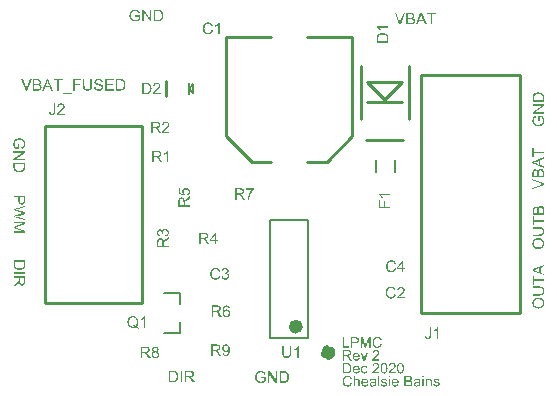
<source format=gto>
G04*
G04 #@! TF.GenerationSoftware,Altium Limited,Altium Designer,20.1.11 (218)*
G04*
G04 Layer_Color=65535*
%FSAX25Y25*%
%MOIN*%
G70*
G04*
G04 #@! TF.SameCoordinates,AF1D1C57-4470-4538-B61E-DA1F935373CC*
G04*
G04*
G04 #@! TF.FilePolarity,Positive*
G04*
G01*
G75*
%ADD10C,0.03937*%
%ADD11C,0.02362*%
%ADD12C,0.01000*%
%ADD13C,0.00800*%
%ADD14C,0.00600*%
%ADD15C,0.00787*%
G36*
X0030944Y-0007169D02*
X0030988D01*
X0031038Y-0007172D01*
X0031091Y-0007175D01*
X0031152Y-0007180D01*
X0031212Y-0007186D01*
X0031276Y-0007191D01*
X0031406Y-0007211D01*
X0031467Y-0007222D01*
X0031528Y-0007236D01*
X0031587Y-0007252D01*
X0031639Y-0007272D01*
X0031642D01*
X0031650Y-0007277D01*
X0031664Y-0007283D01*
X0031683Y-0007291D01*
X0031706Y-0007302D01*
X0031730Y-0007319D01*
X0031761Y-0007335D01*
X0031791Y-0007355D01*
X0031825Y-0007380D01*
X0031861Y-0007405D01*
X0031897Y-0007435D01*
X0031933Y-0007468D01*
X0031966Y-0007507D01*
X0032002Y-0007546D01*
X0032035Y-0007590D01*
X0032066Y-0007637D01*
X0032068Y-0007640D01*
X0032074Y-0007648D01*
X0032079Y-0007662D01*
X0032091Y-0007682D01*
X0032102Y-0007706D01*
X0032116Y-0007737D01*
X0032132Y-0007770D01*
X0032146Y-0007806D01*
X0032160Y-0007848D01*
X0032177Y-0007892D01*
X0032190Y-0007939D01*
X0032201Y-0007989D01*
X0032212Y-0008042D01*
X0032221Y-0008097D01*
X0032224Y-0008155D01*
X0032226Y-0008213D01*
Y-0008219D01*
Y-0008230D01*
X0032224Y-0008252D01*
Y-0008283D01*
X0032218Y-0008316D01*
X0032212Y-0008357D01*
X0032204Y-0008402D01*
X0032193Y-0008452D01*
X0032179Y-0008504D01*
X0032163Y-0008560D01*
X0032140Y-0008618D01*
X0032116Y-0008676D01*
X0032085Y-0008734D01*
X0032049Y-0008789D01*
X0032008Y-0008848D01*
X0031960Y-0008900D01*
X0031958Y-0008903D01*
X0031949Y-0008911D01*
X0031933Y-0008925D01*
X0031911Y-0008945D01*
X0031883Y-0008967D01*
X0031847Y-0008992D01*
X0031808Y-0009020D01*
X0031761Y-0009050D01*
X0031706Y-0009080D01*
X0031647Y-0009111D01*
X0031578Y-0009139D01*
X0031506Y-0009169D01*
X0031426Y-0009194D01*
X0031340Y-0009219D01*
X0031246Y-0009238D01*
X0031146Y-0009255D01*
X0031149D01*
X0031154Y-0009260D01*
X0031165Y-0009263D01*
X0031179Y-0009272D01*
X0031196Y-0009280D01*
X0031215Y-0009291D01*
X0031260Y-0009316D01*
X0031310Y-0009343D01*
X0031359Y-0009377D01*
X0031406Y-0009410D01*
X0031451Y-0009446D01*
X0031453Y-0009449D01*
X0031462Y-0009454D01*
X0031473Y-0009468D01*
X0031490Y-0009482D01*
X0031509Y-0009504D01*
X0031531Y-0009526D01*
X0031559Y-0009554D01*
X0031587Y-0009587D01*
X0031617Y-0009623D01*
X0031650Y-0009662D01*
X0031686Y-0009704D01*
X0031722Y-0009748D01*
X0031758Y-0009798D01*
X0031797Y-0009848D01*
X0031872Y-0009958D01*
X0032534Y-0011000D01*
X0031899D01*
X0031393Y-0010202D01*
X0031390Y-0010199D01*
X0031381Y-0010188D01*
X0031370Y-0010169D01*
X0031357Y-0010147D01*
X0031337Y-0010116D01*
X0031315Y-0010083D01*
X0031290Y-0010047D01*
X0031265Y-0010008D01*
X0031207Y-0009922D01*
X0031146Y-0009834D01*
X0031085Y-0009751D01*
X0031055Y-0009712D01*
X0031027Y-0009676D01*
X0031024Y-0009673D01*
X0031021Y-0009668D01*
X0031013Y-0009659D01*
X0031002Y-0009646D01*
X0030974Y-0009612D01*
X0030941Y-0009573D01*
X0030900Y-0009532D01*
X0030858Y-0009488D01*
X0030814Y-0009449D01*
X0030769Y-0009418D01*
X0030764Y-0009416D01*
X0030750Y-0009407D01*
X0030728Y-0009393D01*
X0030697Y-0009380D01*
X0030664Y-0009363D01*
X0030625Y-0009343D01*
X0030584Y-0009330D01*
X0030539Y-0009316D01*
X0030537D01*
X0030523Y-0009313D01*
X0030501Y-0009310D01*
X0030473Y-0009305D01*
X0030434Y-0009302D01*
X0030384Y-0009299D01*
X0030326Y-0009296D01*
X0029670D01*
Y-0011000D01*
X0029163D01*
Y-0007166D01*
X0030911D01*
X0030944Y-0007169D01*
D02*
G37*
G36*
X0028260Y-0011000D02*
X0027753D01*
Y-0007166D01*
X0028260D01*
Y-0011000D01*
D02*
G37*
G36*
X0025229Y-0007169D02*
X0025274D01*
X0025321Y-0007172D01*
X0025373D01*
X0025484Y-0007180D01*
X0025598Y-0007188D01*
X0025653Y-0007197D01*
X0025706Y-0007202D01*
X0025756Y-0007211D01*
X0025803Y-0007222D01*
X0025806D01*
X0025817Y-0007225D01*
X0025833Y-0007230D01*
X0025858Y-0007236D01*
X0025886Y-0007247D01*
X0025919Y-0007258D01*
X0025955Y-0007269D01*
X0025997Y-0007285D01*
X0026083Y-0007321D01*
X0026177Y-0007371D01*
X0026271Y-0007427D01*
X0026318Y-0007460D01*
X0026362Y-0007496D01*
X0026365Y-0007499D01*
X0026376Y-0007507D01*
X0026393Y-0007524D01*
X0026412Y-0007543D01*
X0026437Y-0007568D01*
X0026467Y-0007598D01*
X0026498Y-0007634D01*
X0026534Y-0007673D01*
X0026570Y-0007720D01*
X0026606Y-0007770D01*
X0026645Y-0007823D01*
X0026684Y-0007881D01*
X0026720Y-0007945D01*
X0026753Y-0008008D01*
X0026786Y-0008080D01*
X0026816Y-0008152D01*
X0026819Y-0008158D01*
X0026822Y-0008172D01*
X0026830Y-0008191D01*
X0026842Y-0008222D01*
X0026853Y-0008260D01*
X0026864Y-0008305D01*
X0026877Y-0008357D01*
X0026894Y-0008416D01*
X0026908Y-0008479D01*
X0026922Y-0008551D01*
X0026933Y-0008626D01*
X0026944Y-0008706D01*
X0026955Y-0008789D01*
X0026963Y-0008878D01*
X0026966Y-0008970D01*
X0026969Y-0009064D01*
Y-0009069D01*
Y-0009083D01*
Y-0009105D01*
X0026966Y-0009139D01*
Y-0009175D01*
X0026963Y-0009219D01*
X0026961Y-0009269D01*
X0026955Y-0009324D01*
X0026950Y-0009382D01*
X0026944Y-0009446D01*
X0026925Y-0009576D01*
X0026900Y-0009709D01*
X0026866Y-0009839D01*
Y-0009842D01*
X0026861Y-0009853D01*
X0026855Y-0009873D01*
X0026847Y-0009895D01*
X0026839Y-0009922D01*
X0026825Y-0009956D01*
X0026811Y-0009995D01*
X0026794Y-0010033D01*
X0026758Y-0010122D01*
X0026711Y-0010216D01*
X0026661Y-0010307D01*
X0026603Y-0010396D01*
X0026601Y-0010399D01*
X0026595Y-0010404D01*
X0026587Y-0010418D01*
X0026575Y-0010432D01*
X0026562Y-0010452D01*
X0026542Y-0010474D01*
X0026501Y-0010524D01*
X0026448Y-0010579D01*
X0026390Y-0010637D01*
X0026324Y-0010693D01*
X0026254Y-0010745D01*
X0026251D01*
X0026246Y-0010751D01*
X0026235Y-0010756D01*
X0026221Y-0010764D01*
X0026202Y-0010776D01*
X0026179Y-0010787D01*
X0026155Y-0010801D01*
X0026127Y-0010814D01*
X0026094Y-0010831D01*
X0026060Y-0010848D01*
X0026022Y-0010862D01*
X0025983Y-0010878D01*
X0025894Y-0010909D01*
X0025797Y-0010936D01*
X0025794D01*
X0025786Y-0010939D01*
X0025769Y-0010942D01*
X0025750Y-0010947D01*
X0025725Y-0010950D01*
X0025695Y-0010956D01*
X0025659Y-0010961D01*
X0025620Y-0010967D01*
X0025576Y-0010975D01*
X0025528Y-0010981D01*
X0025479Y-0010986D01*
X0025423Y-0010989D01*
X0025368Y-0010994D01*
X0025307Y-0010997D01*
X0025182Y-0011000D01*
X0023800D01*
Y-0007166D01*
X0025193D01*
X0025229Y-0007169D01*
D02*
G37*
G36*
X0093486Y0004147D02*
X0093525Y0004144D01*
X0093570Y0004141D01*
X0093621Y0004134D01*
X0093680Y0004126D01*
X0093746Y0004116D01*
X0093814Y0004101D01*
X0093885Y0004083D01*
X0093959Y0004063D01*
X0094033Y0004035D01*
X0094106Y0004004D01*
X0094182Y0003969D01*
X0094254Y0003928D01*
X0094322Y0003880D01*
X0094327Y0003877D01*
X0094337Y0003867D01*
X0094358Y0003852D01*
X0094381Y0003829D01*
X0094411Y0003804D01*
X0094444Y0003768D01*
X0094480Y0003730D01*
X0094520Y0003684D01*
X0094561Y0003633D01*
X0094604Y0003578D01*
X0094645Y0003514D01*
X0094685Y0003448D01*
X0094726Y0003374D01*
X0094762Y0003296D01*
X0094797Y0003212D01*
X0094825Y0003123D01*
X0094368Y0003016D01*
X0094365Y0003021D01*
X0094363Y0003034D01*
X0094355Y0003052D01*
X0094345Y0003080D01*
X0094332Y0003110D01*
X0094317Y0003146D01*
X0094297Y0003186D01*
X0094276Y0003230D01*
X0094254Y0003275D01*
X0094226Y0003321D01*
X0094198Y0003367D01*
X0094165Y0003415D01*
X0094129Y0003458D01*
X0094094Y0003501D01*
X0094053Y0003540D01*
X0094010Y0003575D01*
X0094007Y0003578D01*
X0094000Y0003583D01*
X0093987Y0003590D01*
X0093969Y0003603D01*
X0093946Y0003616D01*
X0093918Y0003631D01*
X0093885Y0003646D01*
X0093850Y0003664D01*
X0093809Y0003679D01*
X0093766Y0003694D01*
X0093718Y0003710D01*
X0093667Y0003722D01*
X0093611Y0003735D01*
X0093553Y0003743D01*
X0093492Y0003748D01*
X0093426Y0003750D01*
X0093388D01*
X0093360Y0003748D01*
X0093324Y0003745D01*
X0093283Y0003740D01*
X0093238Y0003735D01*
X0093189Y0003725D01*
X0093136Y0003715D01*
X0093083Y0003702D01*
X0093027Y0003687D01*
X0092968Y0003669D01*
X0092913Y0003646D01*
X0092857Y0003618D01*
X0092801Y0003590D01*
X0092747Y0003555D01*
X0092745Y0003552D01*
X0092735Y0003547D01*
X0092722Y0003534D01*
X0092704Y0003519D01*
X0092681Y0003499D01*
X0092656Y0003476D01*
X0092628Y0003448D01*
X0092598Y0003418D01*
X0092567Y0003382D01*
X0092534Y0003344D01*
X0092504Y0003301D01*
X0092473Y0003252D01*
X0092443Y0003204D01*
X0092415Y0003151D01*
X0092389Y0003095D01*
X0092366Y0003034D01*
Y0003032D01*
X0092361Y0003019D01*
X0092356Y0003001D01*
X0092349Y0002978D01*
X0092341Y0002948D01*
X0092331Y0002912D01*
X0092323Y0002871D01*
X0092313Y0002826D01*
X0092303Y0002778D01*
X0092293Y0002724D01*
X0092283Y0002668D01*
X0092275Y0002610D01*
X0092262Y0002488D01*
X0092260Y0002424D01*
X0092257Y0002358D01*
Y0002353D01*
Y0002338D01*
Y0002315D01*
X0092260Y0002282D01*
X0092262Y0002244D01*
X0092265Y0002198D01*
X0092267Y0002148D01*
X0092272Y0002094D01*
X0092280Y0002033D01*
X0092288Y0001970D01*
X0092313Y0001840D01*
X0092326Y0001772D01*
X0092343Y0001706D01*
X0092364Y0001640D01*
X0092387Y0001576D01*
X0092389Y0001574D01*
X0092392Y0001561D01*
X0092399Y0001546D01*
X0092412Y0001523D01*
X0092425Y0001495D01*
X0092443Y0001462D01*
X0092463Y0001426D01*
X0092486Y0001388D01*
X0092514Y0001350D01*
X0092544Y0001309D01*
X0092577Y0001266D01*
X0092613Y0001226D01*
X0092653Y0001185D01*
X0092697Y0001147D01*
X0092742Y0001111D01*
X0092793Y0001078D01*
X0092796Y0001076D01*
X0092806Y0001071D01*
X0092821Y0001063D01*
X0092841Y0001053D01*
X0092867Y0001040D01*
X0092897Y0001025D01*
X0092933Y0001012D01*
X0092971Y0000997D01*
X0093014Y0000979D01*
X0093060Y0000967D01*
X0093111Y0000951D01*
X0093161Y0000939D01*
X0093217Y0000928D01*
X0093273Y0000921D01*
X0093332Y0000916D01*
X0093390Y0000913D01*
X0093408D01*
X0093428Y0000916D01*
X0093456D01*
X0093489Y0000921D01*
X0093527Y0000926D01*
X0093573Y0000931D01*
X0093619Y0000941D01*
X0093669Y0000954D01*
X0093723Y0000969D01*
X0093779Y0000987D01*
X0093835Y0001007D01*
X0093890Y0001032D01*
X0093946Y0001063D01*
X0094000Y0001099D01*
X0094053Y0001137D01*
X0094055Y0001139D01*
X0094066Y0001147D01*
X0094078Y0001159D01*
X0094096Y0001180D01*
X0094119Y0001203D01*
X0094144Y0001231D01*
X0094172Y0001266D01*
X0094200Y0001304D01*
X0094231Y0001350D01*
X0094261Y0001398D01*
X0094294Y0001454D01*
X0094322Y0001515D01*
X0094353Y0001579D01*
X0094378Y0001650D01*
X0094401Y0001723D01*
X0094421Y0001805D01*
X0094886Y0001688D01*
Y0001685D01*
X0094884Y0001680D01*
X0094881Y0001673D01*
X0094879Y0001663D01*
X0094876Y0001650D01*
X0094871Y0001632D01*
X0094858Y0001594D01*
X0094840Y0001546D01*
X0094820Y0001492D01*
X0094795Y0001431D01*
X0094764Y0001365D01*
X0094731Y0001294D01*
X0094693Y0001223D01*
X0094650Y0001152D01*
X0094602Y0001078D01*
X0094548Y0001007D01*
X0094490Y0000939D01*
X0094426Y0000875D01*
X0094358Y0000814D01*
X0094353Y0000812D01*
X0094340Y0000801D01*
X0094320Y0000786D01*
X0094289Y0000768D01*
X0094254Y0000746D01*
X0094208Y0000720D01*
X0094157Y0000692D01*
X0094099Y0000664D01*
X0094035Y0000636D01*
X0093964Y0000608D01*
X0093888Y0000583D01*
X0093807Y0000560D01*
X0093718Y0000542D01*
X0093626Y0000527D01*
X0093530Y0000517D01*
X0093428Y0000514D01*
X0093390D01*
X0093372Y0000517D01*
X0093334D01*
X0093286Y0000522D01*
X0093230Y0000527D01*
X0093167Y0000535D01*
X0093101Y0000542D01*
X0093027Y0000555D01*
X0092953Y0000570D01*
X0092874Y0000591D01*
X0092798Y0000611D01*
X0092722Y0000639D01*
X0092646Y0000669D01*
X0092572Y0000705D01*
X0092504Y0000746D01*
X0092498Y0000748D01*
X0092488Y0000756D01*
X0092471Y0000771D01*
X0092445Y0000789D01*
X0092415Y0000812D01*
X0092382Y0000842D01*
X0092343Y0000875D01*
X0092303Y0000916D01*
X0092260Y0000961D01*
X0092216Y0001010D01*
X0092171Y0001066D01*
X0092125Y0001124D01*
X0092082Y0001190D01*
X0092039Y0001259D01*
X0091998Y0001335D01*
X0091962Y0001414D01*
Y0001416D01*
X0091960Y0001419D01*
X0091955Y0001434D01*
X0091945Y0001457D01*
X0091935Y0001490D01*
X0091919Y0001530D01*
X0091904Y0001579D01*
X0091886Y0001634D01*
X0091871Y0001695D01*
X0091853Y0001764D01*
X0091835Y0001838D01*
X0091820Y0001914D01*
X0091805Y0001998D01*
X0091795Y0002082D01*
X0091785Y0002170D01*
X0091780Y0002262D01*
X0091777Y0002356D01*
Y0002358D01*
Y0002363D01*
Y0002371D01*
Y0002381D01*
Y0002394D01*
X0091780Y0002409D01*
Y0002447D01*
X0091785Y0002496D01*
X0091787Y0002551D01*
X0091795Y0002615D01*
X0091803Y0002684D01*
X0091815Y0002755D01*
X0091828Y0002831D01*
X0091846Y0002912D01*
X0091866Y0002993D01*
X0091889Y0003075D01*
X0091917Y0003156D01*
X0091950Y0003235D01*
X0091985Y0003314D01*
X0091988Y0003319D01*
X0091996Y0003331D01*
X0092008Y0003352D01*
X0092023Y0003382D01*
X0092046Y0003415D01*
X0092072Y0003453D01*
X0092105Y0003499D01*
X0092140Y0003545D01*
X0092178Y0003593D01*
X0092224Y0003646D01*
X0092272Y0003697D01*
X0092326Y0003748D01*
X0092384Y0003799D01*
X0092445Y0003847D01*
X0092511Y0003893D01*
X0092582Y0003936D01*
X0092587Y0003938D01*
X0092600Y0003946D01*
X0092620Y0003956D01*
X0092651Y0003969D01*
X0092686Y0003986D01*
X0092730Y0004004D01*
X0092780Y0004022D01*
X0092834Y0004042D01*
X0092895Y0004063D01*
X0092961Y0004081D01*
X0093032Y0004101D01*
X0093106Y0004116D01*
X0093184Y0004129D01*
X0093266Y0004139D01*
X0093349Y0004147D01*
X0093436Y0004149D01*
X0093471D01*
X0093486Y0004147D01*
D02*
G37*
G36*
X0091165Y0000573D02*
X0090715D01*
Y0003514D01*
X0089692Y0000573D01*
X0089270D01*
X0088257Y0003565D01*
Y0000573D01*
X0087807D01*
Y0004088D01*
X0088506D01*
X0089339Y0001599D01*
X0089341Y0001594D01*
X0089344Y0001584D01*
X0089349Y0001566D01*
X0089356Y0001543D01*
X0089367Y0001513D01*
X0089377Y0001480D01*
X0089389Y0001444D01*
X0089402Y0001403D01*
X0089430Y0001319D01*
X0089458Y0001233D01*
X0089471Y0001190D01*
X0089483Y0001149D01*
X0089496Y0001114D01*
X0089506Y0001078D01*
Y0001081D01*
X0089509Y0001088D01*
X0089514Y0001099D01*
X0089519Y0001114D01*
X0089524Y0001134D01*
X0089532Y0001159D01*
X0089542Y0001187D01*
X0089552Y0001221D01*
X0089565Y0001259D01*
X0089580Y0001299D01*
X0089595Y0001345D01*
X0089610Y0001396D01*
X0089631Y0001452D01*
X0089649Y0001510D01*
X0089671Y0001574D01*
X0089694Y0001642D01*
X0090538Y0004088D01*
X0091165D01*
Y0000573D01*
D02*
G37*
G36*
X0085993Y0004086D02*
X0086029D01*
X0086070Y0004083D01*
X0086156Y0004081D01*
X0086245Y0004073D01*
X0086331Y0004065D01*
X0086372Y0004058D01*
X0086408Y0004053D01*
X0086410D01*
X0086420Y0004050D01*
X0086433Y0004047D01*
X0086451Y0004045D01*
X0086474Y0004040D01*
X0086499Y0004032D01*
X0086527Y0004025D01*
X0086560Y0004017D01*
X0086629Y0003994D01*
X0086700Y0003964D01*
X0086773Y0003931D01*
X0086842Y0003887D01*
X0086844Y0003885D01*
X0086849Y0003882D01*
X0086860Y0003875D01*
X0086870Y0003865D01*
X0086885Y0003855D01*
X0086903Y0003839D01*
X0086923Y0003822D01*
X0086944Y0003801D01*
X0086964Y0003778D01*
X0086987Y0003753D01*
X0087035Y0003694D01*
X0087081Y0003626D01*
X0087124Y0003550D01*
X0087126Y0003547D01*
X0087129Y0003540D01*
X0087134Y0003527D01*
X0087142Y0003512D01*
X0087149Y0003491D01*
X0087157Y0003466D01*
X0087167Y0003438D01*
X0087177Y0003407D01*
X0087187Y0003374D01*
X0087198Y0003336D01*
X0087205Y0003298D01*
X0087213Y0003255D01*
X0087225Y0003166D01*
X0087230Y0003070D01*
Y0003064D01*
Y0003049D01*
X0087228Y0003026D01*
X0087225Y0002996D01*
X0087223Y0002955D01*
X0087215Y0002912D01*
X0087208Y0002861D01*
X0087195Y0002808D01*
X0087180Y0002750D01*
X0087159Y0002689D01*
X0087137Y0002625D01*
X0087109Y0002562D01*
X0087076Y0002498D01*
X0087037Y0002435D01*
X0086994Y0002371D01*
X0086944Y0002313D01*
X0086941Y0002310D01*
X0086931Y0002300D01*
X0086913Y0002285D01*
X0086888Y0002264D01*
X0086855Y0002242D01*
X0086814Y0002214D01*
X0086766Y0002186D01*
X0086707Y0002158D01*
X0086641Y0002130D01*
X0086568Y0002102D01*
X0086481Y0002074D01*
X0086390Y0002051D01*
X0086286Y0002031D01*
X0086230Y0002023D01*
X0086171Y0002015D01*
X0086110Y0002010D01*
X0086047Y0002005D01*
X0085981Y0002003D01*
X0085013D01*
Y0000573D01*
X0084548D01*
Y0004088D01*
X0085958D01*
X0085993Y0004086D01*
D02*
G37*
G36*
X0082265Y0000987D02*
X0083995D01*
Y0000573D01*
X0081800D01*
Y0004088D01*
X0082265D01*
Y0000987D01*
D02*
G37*
G36*
X0089123Y-0003717D02*
X0088719D01*
X0087754Y-0001169D01*
X0088208D01*
X0088754Y-0002696D01*
Y-0002698D01*
X0088760Y-0002706D01*
X0088762Y-0002721D01*
X0088770Y-0002739D01*
X0088777Y-0002762D01*
X0088788Y-0002787D01*
X0088798Y-0002818D01*
X0088808Y-0002853D01*
X0088821Y-0002889D01*
X0088833Y-0002929D01*
X0088861Y-0003016D01*
X0088889Y-0003110D01*
X0088917Y-0003209D01*
Y-0003206D01*
X0088920Y-0003199D01*
X0088922Y-0003188D01*
X0088927Y-0003173D01*
X0088935Y-0003153D01*
X0088940Y-0003130D01*
X0088950Y-0003102D01*
X0088960Y-0003072D01*
X0088970Y-0003039D01*
X0088983Y-0003003D01*
X0088996Y-0002962D01*
X0089008Y-0002919D01*
X0089024Y-0002874D01*
X0089042Y-0002825D01*
X0089077Y-0002724D01*
X0089644Y-0001169D01*
X0090088D01*
X0089123Y-0003717D01*
D02*
G37*
G36*
X0092928Y-0000191D02*
X0092963Y-0000194D01*
X0093006Y-0000196D01*
X0093055Y-0000204D01*
X0093111Y-0000212D01*
X0093169Y-0000224D01*
X0093233Y-0000240D01*
X0093296Y-0000257D01*
X0093365Y-0000280D01*
X0093431Y-0000308D01*
X0093497Y-0000341D01*
X0093560Y-0000377D01*
X0093621Y-0000420D01*
X0093680Y-0000471D01*
X0093682Y-0000473D01*
X0093692Y-0000483D01*
X0093708Y-0000499D01*
X0093725Y-0000521D01*
X0093748Y-0000547D01*
X0093774Y-0000580D01*
X0093801Y-0000618D01*
X0093829Y-0000661D01*
X0093855Y-0000709D01*
X0093883Y-0000763D01*
X0093908Y-0000821D01*
X0093931Y-0000882D01*
X0093949Y-0000948D01*
X0093964Y-0001017D01*
X0093974Y-0001090D01*
X0093977Y-0001167D01*
Y-0001169D01*
Y-0001177D01*
Y-0001187D01*
Y-0001202D01*
X0093974Y-0001223D01*
X0093972Y-0001243D01*
X0093969Y-0001268D01*
X0093967Y-0001296D01*
X0093956Y-0001360D01*
X0093941Y-0001431D01*
X0093918Y-0001504D01*
X0093890Y-0001581D01*
Y-0001583D01*
X0093885Y-0001591D01*
X0093880Y-0001601D01*
X0093873Y-0001616D01*
X0093865Y-0001634D01*
X0093852Y-0001657D01*
X0093840Y-0001682D01*
X0093822Y-0001710D01*
X0093804Y-0001741D01*
X0093784Y-0001774D01*
X0093733Y-0001847D01*
X0093705Y-0001885D01*
X0093674Y-0001926D01*
X0093639Y-0001967D01*
X0093603Y-0002010D01*
X0093601Y-0002012D01*
X0093593Y-0002020D01*
X0093583Y-0002033D01*
X0093565Y-0002050D01*
X0093542Y-0002073D01*
X0093515Y-0002101D01*
X0093484Y-0002134D01*
X0093446Y-0002172D01*
X0093403Y-0002213D01*
X0093352Y-0002259D01*
X0093299Y-0002310D01*
X0093238Y-0002365D01*
X0093172Y-0002424D01*
X0093101Y-0002487D01*
X0093022Y-0002556D01*
X0092938Y-0002627D01*
X0092933Y-0002630D01*
X0092920Y-0002642D01*
X0092902Y-0002658D01*
X0092877Y-0002680D01*
X0092844Y-0002706D01*
X0092811Y-0002736D01*
X0092773Y-0002769D01*
X0092732Y-0002805D01*
X0092646Y-0002879D01*
X0092605Y-0002917D01*
X0092564Y-0002952D01*
X0092526Y-0002988D01*
X0092493Y-0003018D01*
X0092463Y-0003046D01*
X0092440Y-0003072D01*
X0092435Y-0003077D01*
X0092422Y-0003092D01*
X0092402Y-0003115D01*
X0092377Y-0003143D01*
X0092349Y-0003178D01*
X0092318Y-0003216D01*
X0092288Y-0003260D01*
X0092260Y-0003303D01*
X0093982D01*
Y-0003717D01*
X0091660D01*
Y-0003714D01*
Y-0003709D01*
Y-0003701D01*
Y-0003691D01*
Y-0003676D01*
X0091663Y-0003661D01*
X0091665Y-0003620D01*
X0091670Y-0003577D01*
X0091678Y-0003526D01*
X0091691Y-0003473D01*
X0091708Y-0003420D01*
Y-0003417D01*
X0091714Y-0003409D01*
X0091719Y-0003397D01*
X0091726Y-0003379D01*
X0091734Y-0003356D01*
X0091747Y-0003331D01*
X0091762Y-0003303D01*
X0091777Y-0003272D01*
X0091795Y-0003237D01*
X0091818Y-0003201D01*
X0091866Y-0003122D01*
X0091924Y-0003039D01*
X0091993Y-0002952D01*
X0091996Y-0002950D01*
X0092003Y-0002942D01*
X0092013Y-0002929D01*
X0092029Y-0002912D01*
X0092049Y-0002889D01*
X0092074Y-0002863D01*
X0092102Y-0002833D01*
X0092138Y-0002800D01*
X0092176Y-0002762D01*
X0092216Y-0002721D01*
X0092262Y-0002678D01*
X0092313Y-0002630D01*
X0092369Y-0002581D01*
X0092427Y-0002531D01*
X0092491Y-0002477D01*
X0092557Y-0002421D01*
X0092559Y-0002419D01*
X0092564Y-0002416D01*
X0092572Y-0002409D01*
X0092582Y-0002401D01*
X0092595Y-0002388D01*
X0092610Y-0002376D01*
X0092648Y-0002343D01*
X0092697Y-0002304D01*
X0092747Y-0002256D01*
X0092806Y-0002206D01*
X0092867Y-0002150D01*
X0092933Y-0002091D01*
X0092996Y-0002030D01*
X0093062Y-0001969D01*
X0093123Y-0001906D01*
X0093184Y-0001845D01*
X0093238Y-0001786D01*
X0093288Y-0001728D01*
X0093329Y-0001675D01*
X0093332Y-0001672D01*
X0093337Y-0001662D01*
X0093347Y-0001647D01*
X0093362Y-0001629D01*
X0093377Y-0001603D01*
X0093393Y-0001575D01*
X0093413Y-0001543D01*
X0093431Y-0001507D01*
X0093448Y-0001469D01*
X0093469Y-0001428D01*
X0093502Y-0001339D01*
X0093515Y-0001294D01*
X0093525Y-0001248D01*
X0093530Y-0001202D01*
X0093532Y-0001156D01*
Y-0001154D01*
Y-0001144D01*
Y-0001131D01*
X0093530Y-0001113D01*
X0093527Y-0001090D01*
X0093522Y-0001065D01*
X0093517Y-0001037D01*
X0093509Y-0001007D01*
X0093499Y-0000974D01*
X0093486Y-0000938D01*
X0093471Y-0000902D01*
X0093454Y-0000867D01*
X0093433Y-0000829D01*
X0093408Y-0000793D01*
X0093380Y-0000758D01*
X0093347Y-0000725D01*
X0093344Y-0000722D01*
X0093339Y-0000717D01*
X0093329Y-0000709D01*
X0093314Y-0000697D01*
X0093296Y-0000684D01*
X0093273Y-0000669D01*
X0093248Y-0000651D01*
X0093220Y-0000636D01*
X0093187Y-0000618D01*
X0093151Y-0000603D01*
X0093111Y-0000587D01*
X0093070Y-0000575D01*
X0093024Y-0000562D01*
X0092976Y-0000555D01*
X0092925Y-0000549D01*
X0092872Y-0000547D01*
X0092841D01*
X0092821Y-0000549D01*
X0092793Y-0000552D01*
X0092763Y-0000557D01*
X0092730Y-0000562D01*
X0092691Y-0000570D01*
X0092653Y-0000580D01*
X0092613Y-0000593D01*
X0092572Y-0000608D01*
X0092529Y-0000626D01*
X0092488Y-0000648D01*
X0092448Y-0000674D01*
X0092407Y-0000702D01*
X0092371Y-0000735D01*
X0092369Y-0000737D01*
X0092364Y-0000742D01*
X0092354Y-0000755D01*
X0092343Y-0000768D01*
X0092328Y-0000788D01*
X0092313Y-0000811D01*
X0092295Y-0000839D01*
X0092280Y-0000869D01*
X0092262Y-0000902D01*
X0092244Y-0000943D01*
X0092229Y-0000984D01*
X0092214Y-0001029D01*
X0092204Y-0001080D01*
X0092194Y-0001134D01*
X0092189Y-0001190D01*
X0092186Y-0001250D01*
X0091742Y-0001205D01*
Y-0001202D01*
Y-0001200D01*
X0091744Y-0001192D01*
Y-0001182D01*
X0091747Y-0001156D01*
X0091754Y-0001123D01*
X0091762Y-0001083D01*
X0091772Y-0001034D01*
X0091785Y-0000981D01*
X0091800Y-0000925D01*
X0091820Y-0000864D01*
X0091843Y-0000803D01*
X0091871Y-0000740D01*
X0091904Y-0000676D01*
X0091940Y-0000615D01*
X0091983Y-0000557D01*
X0092029Y-0000501D01*
X0092082Y-0000450D01*
X0092084Y-0000448D01*
X0092095Y-0000440D01*
X0092112Y-0000425D01*
X0092135Y-0000410D01*
X0092166Y-0000389D01*
X0092201Y-0000366D01*
X0092244Y-0000344D01*
X0092293Y-0000318D01*
X0092349Y-0000295D01*
X0092407Y-0000273D01*
X0092473Y-0000250D01*
X0092544Y-0000229D01*
X0092620Y-0000212D01*
X0092702Y-0000199D01*
X0092788Y-0000191D01*
X0092879Y-0000189D01*
X0092902D01*
X0092928Y-0000191D01*
D02*
G37*
G36*
X0083433Y-0000204D02*
X0083474D01*
X0083520Y-0000206D01*
X0083568Y-0000209D01*
X0083624Y-0000214D01*
X0083680Y-0000219D01*
X0083738Y-0000224D01*
X0083857Y-0000242D01*
X0083913Y-0000252D01*
X0083969Y-0000265D01*
X0084022Y-0000280D01*
X0084071Y-0000298D01*
X0084073D01*
X0084081Y-0000303D01*
X0084094Y-0000308D01*
X0084111Y-0000316D01*
X0084132Y-0000326D01*
X0084155Y-0000341D01*
X0084183Y-0000356D01*
X0084210Y-0000374D01*
X0084241Y-0000397D01*
X0084274Y-0000420D01*
X0084307Y-0000448D01*
X0084340Y-0000478D01*
X0084370Y-0000514D01*
X0084404Y-0000549D01*
X0084434Y-0000590D01*
X0084462Y-0000633D01*
X0084465Y-0000636D01*
X0084469Y-0000643D01*
X0084475Y-0000656D01*
X0084485Y-0000674D01*
X0084495Y-0000697D01*
X0084508Y-0000725D01*
X0084523Y-0000755D01*
X0084536Y-0000788D01*
X0084548Y-0000826D01*
X0084563Y-0000867D01*
X0084576Y-0000910D01*
X0084586Y-0000956D01*
X0084597Y-0001004D01*
X0084604Y-0001055D01*
X0084607Y-0001108D01*
X0084609Y-0001161D01*
Y-0001167D01*
Y-0001177D01*
X0084607Y-0001197D01*
Y-0001225D01*
X0084602Y-0001256D01*
X0084597Y-0001294D01*
X0084589Y-0001334D01*
X0084579Y-0001380D01*
X0084566Y-0001428D01*
X0084551Y-0001479D01*
X0084531Y-0001532D01*
X0084508Y-0001586D01*
X0084480Y-0001639D01*
X0084447Y-0001690D01*
X0084409Y-0001743D01*
X0084365Y-0001791D01*
X0084363Y-0001794D01*
X0084355Y-0001802D01*
X0084340Y-0001814D01*
X0084320Y-0001832D01*
X0084294Y-0001852D01*
X0084261Y-0001875D01*
X0084226Y-0001901D01*
X0084183Y-0001929D01*
X0084132Y-0001956D01*
X0084078Y-0001984D01*
X0084015Y-0002010D01*
X0083949Y-0002038D01*
X0083875Y-0002061D01*
X0083796Y-0002083D01*
X0083710Y-0002101D01*
X0083619Y-0002117D01*
X0083621D01*
X0083626Y-0002122D01*
X0083636Y-0002124D01*
X0083649Y-0002132D01*
X0083664Y-0002139D01*
X0083682Y-0002150D01*
X0083723Y-0002172D01*
X0083768Y-0002198D01*
X0083814Y-0002228D01*
X0083857Y-0002259D01*
X0083898Y-0002292D01*
X0083901Y-0002294D01*
X0083908Y-0002299D01*
X0083918Y-0002312D01*
X0083934Y-0002325D01*
X0083951Y-0002345D01*
X0083972Y-0002365D01*
X0083997Y-0002391D01*
X0084022Y-0002421D01*
X0084050Y-0002454D01*
X0084081Y-0002490D01*
X0084114Y-0002528D01*
X0084147Y-0002569D01*
X0084180Y-0002614D01*
X0084215Y-0002660D01*
X0084284Y-0002762D01*
X0084891Y-0003717D01*
X0084310D01*
X0083845Y-0002985D01*
X0083842Y-0002983D01*
X0083834Y-0002973D01*
X0083824Y-0002955D01*
X0083812Y-0002934D01*
X0083794Y-0002906D01*
X0083774Y-0002876D01*
X0083751Y-0002843D01*
X0083728Y-0002807D01*
X0083675Y-0002729D01*
X0083619Y-0002647D01*
X0083563Y-0002571D01*
X0083535Y-0002536D01*
X0083509Y-0002503D01*
X0083507Y-0002500D01*
X0083504Y-0002495D01*
X0083497Y-0002487D01*
X0083487Y-0002475D01*
X0083461Y-0002444D01*
X0083431Y-0002409D01*
X0083393Y-0002371D01*
X0083355Y-0002330D01*
X0083314Y-0002294D01*
X0083273Y-0002266D01*
X0083268Y-0002264D01*
X0083255Y-0002256D01*
X0083235Y-0002244D01*
X0083207Y-0002231D01*
X0083177Y-0002216D01*
X0083141Y-0002198D01*
X0083103Y-0002185D01*
X0083062Y-0002172D01*
X0083060D01*
X0083047Y-0002170D01*
X0083027Y-0002167D01*
X0083001Y-0002162D01*
X0082966Y-0002160D01*
X0082920Y-0002157D01*
X0082867Y-0002155D01*
X0082265D01*
Y-0003717D01*
X0081800D01*
Y-0000201D01*
X0083403D01*
X0083433Y-0000204D01*
D02*
G37*
G36*
X0086377Y-0001116D02*
X0086413Y-0001118D01*
X0086458Y-0001123D01*
X0086507Y-0001131D01*
X0086563Y-0001141D01*
X0086624Y-0001156D01*
X0086690Y-0001174D01*
X0086756Y-0001197D01*
X0086827Y-0001225D01*
X0086895Y-0001261D01*
X0086966Y-0001299D01*
X0087032Y-0001347D01*
X0087098Y-0001400D01*
X0087162Y-0001461D01*
X0087164Y-0001466D01*
X0087177Y-0001476D01*
X0087192Y-0001497D01*
X0087213Y-0001525D01*
X0087238Y-0001560D01*
X0087266Y-0001603D01*
X0087294Y-0001654D01*
X0087325Y-0001713D01*
X0087355Y-0001779D01*
X0087385Y-0001852D01*
X0087411Y-0001934D01*
X0087436Y-0002020D01*
X0087457Y-0002114D01*
X0087474Y-0002216D01*
X0087485Y-0002325D01*
X0087487Y-0002439D01*
Y-0002442D01*
Y-0002447D01*
Y-0002454D01*
Y-0002467D01*
Y-0002485D01*
Y-0002503D01*
X0087485Y-0002526D01*
Y-0002553D01*
X0085585D01*
Y-0002558D01*
X0085587Y-0002571D01*
Y-0002594D01*
X0085592Y-0002622D01*
X0085597Y-0002658D01*
X0085602Y-0002698D01*
X0085612Y-0002741D01*
X0085623Y-0002790D01*
X0085635Y-0002843D01*
X0085653Y-0002894D01*
X0085671Y-0002947D01*
X0085694Y-0003001D01*
X0085719Y-0003054D01*
X0085750Y-0003105D01*
X0085783Y-0003153D01*
X0085821Y-0003196D01*
X0085823Y-0003199D01*
X0085831Y-0003206D01*
X0085844Y-0003216D01*
X0085859Y-0003232D01*
X0085879Y-0003247D01*
X0085905Y-0003265D01*
X0085935Y-0003285D01*
X0085968Y-0003305D01*
X0086004Y-0003328D01*
X0086044Y-0003346D01*
X0086088Y-0003366D01*
X0086136Y-0003382D01*
X0086187Y-0003397D01*
X0086240Y-0003407D01*
X0086296Y-0003415D01*
X0086354Y-0003417D01*
X0086377D01*
X0086395Y-0003415D01*
X0086415Y-0003412D01*
X0086438Y-0003409D01*
X0086466Y-0003407D01*
X0086494Y-0003402D01*
X0086557Y-0003387D01*
X0086626Y-0003364D01*
X0086662Y-0003351D01*
X0086695Y-0003333D01*
X0086728Y-0003315D01*
X0086761Y-0003293D01*
X0086763Y-0003290D01*
X0086768Y-0003288D01*
X0086776Y-0003280D01*
X0086789Y-0003270D01*
X0086804Y-0003255D01*
X0086819Y-0003239D01*
X0086837Y-0003219D01*
X0086857Y-0003196D01*
X0086878Y-0003168D01*
X0086900Y-0003140D01*
X0086921Y-0003107D01*
X0086944Y-0003072D01*
X0086966Y-0003031D01*
X0086987Y-0002988D01*
X0087007Y-0002942D01*
X0087027Y-0002891D01*
X0087472Y-0002950D01*
Y-0002955D01*
X0087467Y-0002967D01*
X0087459Y-0002988D01*
X0087451Y-0003013D01*
X0087439Y-0003046D01*
X0087424Y-0003084D01*
X0087406Y-0003128D01*
X0087383Y-0003173D01*
X0087357Y-0003219D01*
X0087330Y-0003270D01*
X0087297Y-0003320D01*
X0087261Y-0003371D01*
X0087223Y-0003420D01*
X0087180Y-0003468D01*
X0087132Y-0003514D01*
X0087081Y-0003557D01*
X0087078Y-0003559D01*
X0087068Y-0003567D01*
X0087053Y-0003577D01*
X0087030Y-0003590D01*
X0087002Y-0003607D01*
X0086966Y-0003625D01*
X0086928Y-0003646D01*
X0086883Y-0003663D01*
X0086832Y-0003684D01*
X0086778Y-0003704D01*
X0086717Y-0003722D01*
X0086654Y-0003740D01*
X0086585Y-0003752D01*
X0086512Y-0003762D01*
X0086433Y-0003770D01*
X0086352Y-0003773D01*
X0086326D01*
X0086314Y-0003770D01*
X0086298D01*
X0086260Y-0003768D01*
X0086212Y-0003762D01*
X0086159Y-0003755D01*
X0086098Y-0003745D01*
X0086032Y-0003729D01*
X0085963Y-0003712D01*
X0085889Y-0003689D01*
X0085816Y-0003661D01*
X0085742Y-0003628D01*
X0085668Y-0003590D01*
X0085597Y-0003544D01*
X0085529Y-0003491D01*
X0085465Y-0003430D01*
X0085463Y-0003425D01*
X0085453Y-0003415D01*
X0085435Y-0003394D01*
X0085414Y-0003366D01*
X0085389Y-0003331D01*
X0085364Y-0003288D01*
X0085333Y-0003239D01*
X0085303Y-0003181D01*
X0085272Y-0003115D01*
X0085244Y-0003044D01*
X0085216Y-0002965D01*
X0085191Y-0002879D01*
X0085171Y-0002785D01*
X0085155Y-0002685D01*
X0085143Y-0002579D01*
X0085140Y-0002465D01*
Y-0002462D01*
Y-0002457D01*
Y-0002449D01*
Y-0002437D01*
X0085143Y-0002421D01*
Y-0002404D01*
Y-0002383D01*
X0085145Y-0002358D01*
X0085150Y-0002304D01*
X0085158Y-0002244D01*
X0085168Y-0002175D01*
X0085181Y-0002099D01*
X0085198Y-0002023D01*
X0085221Y-0001941D01*
X0085247Y-0001857D01*
X0085280Y-0001774D01*
X0085318Y-0001692D01*
X0085361Y-0001614D01*
X0085412Y-0001537D01*
X0085470Y-0001469D01*
X0085475Y-0001464D01*
X0085486Y-0001454D01*
X0085503Y-0001436D01*
X0085531Y-0001413D01*
X0085564Y-0001385D01*
X0085602Y-0001357D01*
X0085648Y-0001324D01*
X0085701Y-0001291D01*
X0085760Y-0001258D01*
X0085826Y-0001225D01*
X0085895Y-0001194D01*
X0085971Y-0001169D01*
X0086054Y-0001146D01*
X0086141Y-0001128D01*
X0086232Y-0001118D01*
X0086329Y-0001113D01*
X0086352D01*
X0086377Y-0001116D01*
D02*
G37*
G36*
X0089090Y-0005403D02*
X0089118D01*
X0089153Y-0005408D01*
X0089194Y-0005410D01*
X0089240Y-0005418D01*
X0089290Y-0005426D01*
X0089344Y-0005438D01*
X0089397Y-0005451D01*
X0089453Y-0005469D01*
X0089511Y-0005489D01*
X0089567Y-0005512D01*
X0089623Y-0005542D01*
X0089676Y-0005573D01*
X0089727Y-0005611D01*
X0089730Y-0005614D01*
X0089740Y-0005621D01*
X0089753Y-0005634D01*
X0089771Y-0005649D01*
X0089791Y-0005672D01*
X0089816Y-0005697D01*
X0089842Y-0005728D01*
X0089870Y-0005764D01*
X0089898Y-0005804D01*
X0089925Y-0005850D01*
X0089956Y-0005898D01*
X0089981Y-0005951D01*
X0090009Y-0006007D01*
X0090032Y-0006071D01*
X0090052Y-0006134D01*
X0090068Y-0006205D01*
X0089649Y-0006269D01*
Y-0006266D01*
X0089646Y-0006259D01*
X0089641Y-0006244D01*
X0089636Y-0006228D01*
X0089631Y-0006205D01*
X0089621Y-0006183D01*
X0089610Y-0006155D01*
X0089600Y-0006127D01*
X0089570Y-0006063D01*
X0089532Y-0006000D01*
X0089489Y-0005939D01*
X0089463Y-0005911D01*
X0089435Y-0005885D01*
X0089433Y-0005883D01*
X0089428Y-0005880D01*
X0089420Y-0005873D01*
X0089407Y-0005865D01*
X0089395Y-0005855D01*
X0089377Y-0005845D01*
X0089356Y-0005832D01*
X0089331Y-0005819D01*
X0089278Y-0005796D01*
X0089217Y-0005776D01*
X0089146Y-0005761D01*
X0089108Y-0005758D01*
X0089067Y-0005756D01*
X0089052D01*
X0089037Y-0005758D01*
X0089014D01*
X0088986Y-0005764D01*
X0088953Y-0005769D01*
X0088917Y-0005776D01*
X0088879Y-0005784D01*
X0088838Y-0005796D01*
X0088795Y-0005812D01*
X0088752Y-0005832D01*
X0088706Y-0005855D01*
X0088663Y-0005880D01*
X0088620Y-0005913D01*
X0088579Y-0005949D01*
X0088539Y-0005990D01*
X0088536Y-0005992D01*
X0088531Y-0006000D01*
X0088521Y-0006015D01*
X0088508Y-0006033D01*
X0088490Y-0006058D01*
X0088475Y-0006091D01*
X0088455Y-0006127D01*
X0088437Y-0006170D01*
X0088419Y-0006218D01*
X0088399Y-0006272D01*
X0088384Y-0006333D01*
X0088368Y-0006401D01*
X0088353Y-0006472D01*
X0088343Y-0006551D01*
X0088338Y-0006637D01*
X0088335Y-0006729D01*
Y-0006731D01*
Y-0006734D01*
Y-0006741D01*
Y-0006752D01*
X0088338Y-0006777D01*
Y-0006813D01*
X0088341Y-0006856D01*
X0088346Y-0006904D01*
X0088351Y-0006957D01*
X0088361Y-0007013D01*
X0088371Y-0007074D01*
X0088384Y-0007135D01*
X0088399Y-0007199D01*
X0088419Y-0007260D01*
X0088440Y-0007318D01*
X0088468Y-0007374D01*
X0088495Y-0007427D01*
X0088531Y-0007473D01*
X0088534Y-0007475D01*
X0088541Y-0007483D01*
X0088551Y-0007493D01*
X0088567Y-0007508D01*
X0088587Y-0007526D01*
X0088610Y-0007547D01*
X0088638Y-0007567D01*
X0088668Y-0007587D01*
X0088704Y-0007610D01*
X0088742Y-0007630D01*
X0088785Y-0007651D01*
X0088831Y-0007668D01*
X0088879Y-0007684D01*
X0088930Y-0007694D01*
X0088986Y-0007701D01*
X0089044Y-0007704D01*
X0089069D01*
X0089087Y-0007701D01*
X0089108Y-0007699D01*
X0089133Y-0007696D01*
X0089161Y-0007691D01*
X0089191Y-0007684D01*
X0089260Y-0007666D01*
X0089296Y-0007653D01*
X0089331Y-0007638D01*
X0089367Y-0007620D01*
X0089402Y-0007600D01*
X0089435Y-0007577D01*
X0089468Y-0007549D01*
X0089471Y-0007547D01*
X0089476Y-0007542D01*
X0089483Y-0007531D01*
X0089496Y-0007519D01*
X0089509Y-0007503D01*
X0089524Y-0007483D01*
X0089542Y-0007458D01*
X0089560Y-0007430D01*
X0089578Y-0007399D01*
X0089595Y-0007364D01*
X0089613Y-0007326D01*
X0089631Y-0007280D01*
X0089649Y-0007234D01*
X0089661Y-0007183D01*
X0089674Y-0007128D01*
X0089684Y-0007069D01*
X0090108Y-0007128D01*
Y-0007133D01*
X0090106Y-0007148D01*
X0090101Y-0007171D01*
X0090093Y-0007201D01*
X0090083Y-0007237D01*
X0090070Y-0007280D01*
X0090055Y-0007326D01*
X0090037Y-0007379D01*
X0090014Y-0007432D01*
X0089989Y-0007488D01*
X0089961Y-0007544D01*
X0089928Y-0007603D01*
X0089890Y-0007658D01*
X0089849Y-0007714D01*
X0089801Y-0007765D01*
X0089750Y-0007813D01*
X0089748Y-0007816D01*
X0089737Y-0007823D01*
X0089722Y-0007836D01*
X0089699Y-0007851D01*
X0089671Y-0007869D01*
X0089638Y-0007892D01*
X0089600Y-0007912D01*
X0089555Y-0007935D01*
X0089506Y-0007961D01*
X0089453Y-0007981D01*
X0089395Y-0008001D01*
X0089334Y-0008022D01*
X0089268Y-0008037D01*
X0089196Y-0008049D01*
X0089123Y-0008057D01*
X0089047Y-0008060D01*
X0089024D01*
X0088996Y-0008057D01*
X0088960Y-0008055D01*
X0088917Y-0008049D01*
X0088866Y-0008042D01*
X0088808Y-0008032D01*
X0088747Y-0008016D01*
X0088681Y-0007999D01*
X0088612Y-0007976D01*
X0088544Y-0007948D01*
X0088473Y-0007915D01*
X0088404Y-0007877D01*
X0088335Y-0007831D01*
X0088269Y-0007780D01*
X0088208Y-0007719D01*
X0088206Y-0007714D01*
X0088196Y-0007704D01*
X0088178Y-0007684D01*
X0088160Y-0007656D01*
X0088135Y-0007620D01*
X0088107Y-0007577D01*
X0088079Y-0007526D01*
X0088051Y-0007470D01*
X0088020Y-0007404D01*
X0087993Y-0007331D01*
X0087965Y-0007249D01*
X0087942Y-0007163D01*
X0087921Y-0007069D01*
X0087904Y-0006967D01*
X0087893Y-0006858D01*
X0087891Y-0006741D01*
Y-0006736D01*
Y-0006724D01*
Y-0006701D01*
X0087893Y-0006673D01*
X0087896Y-0006637D01*
X0087898Y-0006594D01*
X0087901Y-0006548D01*
X0087909Y-0006498D01*
X0087914Y-0006442D01*
X0087924Y-0006383D01*
X0087947Y-0006264D01*
X0087962Y-0006200D01*
X0087982Y-0006139D01*
X0088003Y-0006078D01*
X0088025Y-0006020D01*
X0088028Y-0006018D01*
X0088033Y-0006007D01*
X0088041Y-0005990D01*
X0088051Y-0005969D01*
X0088066Y-0005944D01*
X0088084Y-0005913D01*
X0088104Y-0005880D01*
X0088130Y-0005845D01*
X0088158Y-0005809D01*
X0088188Y-0005771D01*
X0088221Y-0005731D01*
X0088259Y-0005692D01*
X0088300Y-0005657D01*
X0088343Y-0005619D01*
X0088391Y-0005586D01*
X0088442Y-0005555D01*
X0088445Y-0005553D01*
X0088455Y-0005548D01*
X0088470Y-0005540D01*
X0088490Y-0005530D01*
X0088516Y-0005520D01*
X0088549Y-0005507D01*
X0088584Y-0005492D01*
X0088622Y-0005477D01*
X0088666Y-0005464D01*
X0088714Y-0005449D01*
X0088762Y-0005436D01*
X0088815Y-0005423D01*
X0088871Y-0005415D01*
X0088930Y-0005408D01*
X0088988Y-0005403D01*
X0089049Y-0005400D01*
X0089067D01*
X0089090Y-0005403D01*
D02*
G37*
G36*
X0098396Y-0004478D02*
X0098432Y-0004481D01*
X0098475Y-0004483D01*
X0098523Y-0004491D01*
X0098579Y-0004499D01*
X0098638Y-0004511D01*
X0098701Y-0004527D01*
X0098765Y-0004544D01*
X0098833Y-0004567D01*
X0098899Y-0004595D01*
X0098965Y-0004628D01*
X0099029Y-0004664D01*
X0099090Y-0004707D01*
X0099148Y-0004758D01*
X0099151Y-0004760D01*
X0099161Y-0004770D01*
X0099176Y-0004786D01*
X0099194Y-0004808D01*
X0099217Y-0004834D01*
X0099242Y-0004867D01*
X0099270Y-0004905D01*
X0099298Y-0004948D01*
X0099323Y-0004996D01*
X0099351Y-0005050D01*
X0099377Y-0005108D01*
X0099400Y-0005169D01*
X0099417Y-0005235D01*
X0099433Y-0005304D01*
X0099443Y-0005377D01*
X0099445Y-0005454D01*
Y-0005456D01*
Y-0005464D01*
Y-0005474D01*
Y-0005489D01*
X0099443Y-0005509D01*
X0099440Y-0005530D01*
X0099438Y-0005555D01*
X0099435Y-0005583D01*
X0099425Y-0005647D01*
X0099410Y-0005718D01*
X0099387Y-0005791D01*
X0099359Y-0005868D01*
Y-0005870D01*
X0099354Y-0005878D01*
X0099349Y-0005888D01*
X0099341Y-0005903D01*
X0099334Y-0005921D01*
X0099321Y-0005944D01*
X0099308Y-0005969D01*
X0099290Y-0005997D01*
X0099273Y-0006028D01*
X0099252Y-0006061D01*
X0099202Y-0006134D01*
X0099174Y-0006172D01*
X0099143Y-0006213D01*
X0099108Y-0006254D01*
X0099072Y-0006297D01*
X0099069Y-0006299D01*
X0099062Y-0006307D01*
X0099052Y-0006320D01*
X0099034Y-0006338D01*
X0099011Y-0006360D01*
X0098983Y-0006388D01*
X0098953Y-0006421D01*
X0098914Y-0006459D01*
X0098871Y-0006500D01*
X0098821Y-0006546D01*
X0098767Y-0006597D01*
X0098706Y-0006652D01*
X0098640Y-0006711D01*
X0098569Y-0006774D01*
X0098490Y-0006843D01*
X0098406Y-0006914D01*
X0098401Y-0006917D01*
X0098389Y-0006929D01*
X0098371Y-0006945D01*
X0098346Y-0006967D01*
X0098312Y-0006993D01*
X0098280Y-0007023D01*
X0098241Y-0007056D01*
X0098201Y-0007092D01*
X0098114Y-0007166D01*
X0098074Y-0007204D01*
X0098033Y-0007239D01*
X0097995Y-0007275D01*
X0097962Y-0007305D01*
X0097931Y-0007333D01*
X0097909Y-0007359D01*
X0097904Y-0007364D01*
X0097891Y-0007379D01*
X0097871Y-0007402D01*
X0097845Y-0007430D01*
X0097817Y-0007465D01*
X0097787Y-0007503D01*
X0097756Y-0007547D01*
X0097728Y-0007590D01*
X0099450D01*
Y-0008004D01*
X0097129D01*
Y-0008001D01*
Y-0007996D01*
Y-0007988D01*
Y-0007978D01*
Y-0007963D01*
X0097131Y-0007948D01*
X0097134Y-0007907D01*
X0097139Y-0007864D01*
X0097147Y-0007813D01*
X0097159Y-0007760D01*
X0097177Y-0007707D01*
Y-0007704D01*
X0097182Y-0007696D01*
X0097187Y-0007684D01*
X0097195Y-0007666D01*
X0097203Y-0007643D01*
X0097215Y-0007618D01*
X0097230Y-0007590D01*
X0097246Y-0007559D01*
X0097263Y-0007524D01*
X0097286Y-0007488D01*
X0097335Y-0007409D01*
X0097393Y-0007326D01*
X0097462Y-0007239D01*
X0097464Y-0007237D01*
X0097472Y-0007229D01*
X0097482Y-0007216D01*
X0097497Y-0007199D01*
X0097518Y-0007176D01*
X0097543Y-0007150D01*
X0097571Y-0007120D01*
X0097606Y-0007087D01*
X0097645Y-0007049D01*
X0097685Y-0007008D01*
X0097731Y-0006965D01*
X0097782Y-0006917D01*
X0097838Y-0006868D01*
X0097896Y-0006818D01*
X0097960Y-0006764D01*
X0098026Y-0006708D01*
X0098028Y-0006706D01*
X0098033Y-0006703D01*
X0098041Y-0006696D01*
X0098051Y-0006688D01*
X0098064Y-0006675D01*
X0098079Y-0006663D01*
X0098117Y-0006630D01*
X0098165Y-0006592D01*
X0098216Y-0006543D01*
X0098274Y-0006493D01*
X0098335Y-0006437D01*
X0098401Y-0006378D01*
X0098465Y-0006317D01*
X0098531Y-0006256D01*
X0098592Y-0006193D01*
X0098653Y-0006132D01*
X0098706Y-0006073D01*
X0098757Y-0006015D01*
X0098798Y-0005962D01*
X0098800Y-0005959D01*
X0098805Y-0005949D01*
X0098816Y-0005934D01*
X0098831Y-0005916D01*
X0098846Y-0005891D01*
X0098861Y-0005863D01*
X0098882Y-0005830D01*
X0098899Y-0005794D01*
X0098917Y-0005756D01*
X0098937Y-0005715D01*
X0098970Y-0005626D01*
X0098983Y-0005581D01*
X0098993Y-0005535D01*
X0098998Y-0005489D01*
X0099001Y-0005443D01*
Y-0005441D01*
Y-0005431D01*
Y-0005418D01*
X0098998Y-0005400D01*
X0098996Y-0005377D01*
X0098991Y-0005352D01*
X0098986Y-0005324D01*
X0098978Y-0005294D01*
X0098968Y-0005261D01*
X0098955Y-0005225D01*
X0098940Y-0005190D01*
X0098922Y-0005154D01*
X0098902Y-0005116D01*
X0098876Y-0005080D01*
X0098848Y-0005045D01*
X0098816Y-0005012D01*
X0098813Y-0005009D01*
X0098808Y-0005004D01*
X0098798Y-0004996D01*
X0098782Y-0004984D01*
X0098765Y-0004971D01*
X0098742Y-0004956D01*
X0098716Y-0004938D01*
X0098689Y-0004923D01*
X0098655Y-0004905D01*
X0098620Y-0004890D01*
X0098579Y-0004874D01*
X0098539Y-0004862D01*
X0098493Y-0004849D01*
X0098445Y-0004842D01*
X0098394Y-0004836D01*
X0098340Y-0004834D01*
X0098310D01*
X0098290Y-0004836D01*
X0098262Y-0004839D01*
X0098231Y-0004844D01*
X0098198Y-0004849D01*
X0098160Y-0004857D01*
X0098122Y-0004867D01*
X0098081Y-0004880D01*
X0098041Y-0004895D01*
X0097998Y-0004913D01*
X0097957Y-0004936D01*
X0097916Y-0004961D01*
X0097876Y-0004989D01*
X0097840Y-0005022D01*
X0097838Y-0005024D01*
X0097833Y-0005029D01*
X0097822Y-0005042D01*
X0097812Y-0005055D01*
X0097797Y-0005075D01*
X0097782Y-0005098D01*
X0097764Y-0005126D01*
X0097749Y-0005156D01*
X0097731Y-0005190D01*
X0097713Y-0005230D01*
X0097698Y-0005271D01*
X0097683Y-0005316D01*
X0097672Y-0005367D01*
X0097662Y-0005421D01*
X0097657Y-0005477D01*
X0097655Y-0005537D01*
X0097210Y-0005492D01*
Y-0005489D01*
Y-0005487D01*
X0097213Y-0005479D01*
Y-0005469D01*
X0097215Y-0005443D01*
X0097223Y-0005410D01*
X0097230Y-0005370D01*
X0097241Y-0005322D01*
X0097253Y-0005268D01*
X0097269Y-0005212D01*
X0097289Y-0005151D01*
X0097312Y-0005090D01*
X0097340Y-0005027D01*
X0097373Y-0004963D01*
X0097408Y-0004902D01*
X0097452Y-0004844D01*
X0097497Y-0004788D01*
X0097550Y-0004737D01*
X0097553Y-0004735D01*
X0097563Y-0004727D01*
X0097581Y-0004712D01*
X0097604Y-0004697D01*
X0097634Y-0004676D01*
X0097670Y-0004654D01*
X0097713Y-0004631D01*
X0097761Y-0004605D01*
X0097817Y-0004582D01*
X0097876Y-0004560D01*
X0097942Y-0004537D01*
X0098013Y-0004516D01*
X0098089Y-0004499D01*
X0098170Y-0004486D01*
X0098257Y-0004478D01*
X0098348Y-0004476D01*
X0098371D01*
X0098396Y-0004478D01*
D02*
G37*
G36*
X0092935D02*
X0092971Y-0004481D01*
X0093014Y-0004483D01*
X0093062Y-0004491D01*
X0093118Y-0004499D01*
X0093177Y-0004511D01*
X0093240Y-0004527D01*
X0093304Y-0004544D01*
X0093372Y-0004567D01*
X0093438Y-0004595D01*
X0093504Y-0004628D01*
X0093568Y-0004664D01*
X0093629Y-0004707D01*
X0093687Y-0004758D01*
X0093690Y-0004760D01*
X0093700Y-0004770D01*
X0093715Y-0004786D01*
X0093733Y-0004808D01*
X0093756Y-0004834D01*
X0093781Y-0004867D01*
X0093809Y-0004905D01*
X0093837Y-0004948D01*
X0093862Y-0004996D01*
X0093890Y-0005050D01*
X0093916Y-0005108D01*
X0093939Y-0005169D01*
X0093956Y-0005235D01*
X0093972Y-0005304D01*
X0093982Y-0005377D01*
X0093984Y-0005454D01*
Y-0005456D01*
Y-0005464D01*
Y-0005474D01*
Y-0005489D01*
X0093982Y-0005509D01*
X0093979Y-0005530D01*
X0093977Y-0005555D01*
X0093974Y-0005583D01*
X0093964Y-0005647D01*
X0093949Y-0005718D01*
X0093926Y-0005791D01*
X0093898Y-0005868D01*
Y-0005870D01*
X0093893Y-0005878D01*
X0093888Y-0005888D01*
X0093880Y-0005903D01*
X0093873Y-0005921D01*
X0093860Y-0005944D01*
X0093847Y-0005969D01*
X0093829Y-0005997D01*
X0093812Y-0006028D01*
X0093791Y-0006061D01*
X0093740Y-0006134D01*
X0093713Y-0006172D01*
X0093682Y-0006213D01*
X0093647Y-0006254D01*
X0093611Y-0006297D01*
X0093608Y-0006299D01*
X0093601Y-0006307D01*
X0093591Y-0006320D01*
X0093573Y-0006338D01*
X0093550Y-0006360D01*
X0093522Y-0006388D01*
X0093492Y-0006421D01*
X0093454Y-0006459D01*
X0093410Y-0006500D01*
X0093360Y-0006546D01*
X0093306Y-0006597D01*
X0093245Y-0006652D01*
X0093179Y-0006711D01*
X0093108Y-0006774D01*
X0093029Y-0006843D01*
X0092945Y-0006914D01*
X0092940Y-0006917D01*
X0092928Y-0006929D01*
X0092910Y-0006945D01*
X0092885Y-0006967D01*
X0092852Y-0006993D01*
X0092818Y-0007023D01*
X0092780Y-0007056D01*
X0092740Y-0007092D01*
X0092653Y-0007166D01*
X0092613Y-0007204D01*
X0092572Y-0007239D01*
X0092534Y-0007275D01*
X0092501Y-0007305D01*
X0092471Y-0007333D01*
X0092448Y-0007359D01*
X0092443Y-0007364D01*
X0092430Y-0007379D01*
X0092410Y-0007402D01*
X0092384Y-0007430D01*
X0092356Y-0007465D01*
X0092326Y-0007503D01*
X0092295Y-0007547D01*
X0092267Y-0007590D01*
X0093989D01*
Y-0008004D01*
X0091668D01*
Y-0008001D01*
Y-0007996D01*
Y-0007988D01*
Y-0007978D01*
Y-0007963D01*
X0091670Y-0007948D01*
X0091673Y-0007907D01*
X0091678Y-0007864D01*
X0091686Y-0007813D01*
X0091698Y-0007760D01*
X0091716Y-0007707D01*
Y-0007704D01*
X0091721Y-0007696D01*
X0091726Y-0007684D01*
X0091734Y-0007666D01*
X0091742Y-0007643D01*
X0091754Y-0007618D01*
X0091769Y-0007590D01*
X0091785Y-0007559D01*
X0091803Y-0007524D01*
X0091825Y-0007488D01*
X0091874Y-0007409D01*
X0091932Y-0007326D01*
X0092001Y-0007239D01*
X0092003Y-0007237D01*
X0092011Y-0007229D01*
X0092021Y-0007216D01*
X0092036Y-0007199D01*
X0092057Y-0007176D01*
X0092082Y-0007150D01*
X0092110Y-0007120D01*
X0092145Y-0007087D01*
X0092184Y-0007049D01*
X0092224Y-0007008D01*
X0092270Y-0006965D01*
X0092321Y-0006917D01*
X0092377Y-0006868D01*
X0092435Y-0006818D01*
X0092498Y-0006764D01*
X0092564Y-0006708D01*
X0092567Y-0006706D01*
X0092572Y-0006703D01*
X0092580Y-0006696D01*
X0092590Y-0006688D01*
X0092603Y-0006675D01*
X0092618Y-0006663D01*
X0092656Y-0006630D01*
X0092704Y-0006592D01*
X0092755Y-0006543D01*
X0092813Y-0006493D01*
X0092874Y-0006437D01*
X0092940Y-0006378D01*
X0093004Y-0006317D01*
X0093070Y-0006256D01*
X0093131Y-0006193D01*
X0093192Y-0006132D01*
X0093245Y-0006073D01*
X0093296Y-0006015D01*
X0093337Y-0005962D01*
X0093339Y-0005959D01*
X0093344Y-0005949D01*
X0093354Y-0005934D01*
X0093370Y-0005916D01*
X0093385Y-0005891D01*
X0093400Y-0005863D01*
X0093420Y-0005830D01*
X0093438Y-0005794D01*
X0093456Y-0005756D01*
X0093476Y-0005715D01*
X0093509Y-0005626D01*
X0093522Y-0005581D01*
X0093532Y-0005535D01*
X0093537Y-0005489D01*
X0093540Y-0005443D01*
Y-0005441D01*
Y-0005431D01*
Y-0005418D01*
X0093537Y-0005400D01*
X0093535Y-0005377D01*
X0093530Y-0005352D01*
X0093525Y-0005324D01*
X0093517Y-0005294D01*
X0093507Y-0005261D01*
X0093494Y-0005225D01*
X0093479Y-0005190D01*
X0093461Y-0005154D01*
X0093441Y-0005116D01*
X0093415Y-0005080D01*
X0093388Y-0005045D01*
X0093354Y-0005012D01*
X0093352Y-0005009D01*
X0093347Y-0005004D01*
X0093337Y-0004996D01*
X0093321Y-0004984D01*
X0093304Y-0004971D01*
X0093281Y-0004956D01*
X0093255Y-0004938D01*
X0093227Y-0004923D01*
X0093194Y-0004905D01*
X0093159Y-0004890D01*
X0093118Y-0004874D01*
X0093078Y-0004862D01*
X0093032Y-0004849D01*
X0092984Y-0004842D01*
X0092933Y-0004836D01*
X0092879Y-0004834D01*
X0092849D01*
X0092829Y-0004836D01*
X0092801Y-0004839D01*
X0092770Y-0004844D01*
X0092737Y-0004849D01*
X0092699Y-0004857D01*
X0092661Y-0004867D01*
X0092620Y-0004880D01*
X0092580Y-0004895D01*
X0092537Y-0004913D01*
X0092496Y-0004936D01*
X0092455Y-0004961D01*
X0092415Y-0004989D01*
X0092379Y-0005022D01*
X0092377Y-0005024D01*
X0092371Y-0005029D01*
X0092361Y-0005042D01*
X0092351Y-0005055D01*
X0092336Y-0005075D01*
X0092321Y-0005098D01*
X0092303Y-0005126D01*
X0092288Y-0005156D01*
X0092270Y-0005190D01*
X0092252Y-0005230D01*
X0092237Y-0005271D01*
X0092222Y-0005316D01*
X0092212Y-0005367D01*
X0092201Y-0005421D01*
X0092196Y-0005477D01*
X0092194Y-0005537D01*
X0091749Y-0005492D01*
Y-0005489D01*
Y-0005487D01*
X0091752Y-0005479D01*
Y-0005469D01*
X0091754Y-0005443D01*
X0091762Y-0005410D01*
X0091769Y-0005370D01*
X0091780Y-0005322D01*
X0091792Y-0005268D01*
X0091808Y-0005212D01*
X0091828Y-0005151D01*
X0091851Y-0005090D01*
X0091879Y-0005027D01*
X0091912Y-0004963D01*
X0091947Y-0004902D01*
X0091991Y-0004844D01*
X0092036Y-0004788D01*
X0092089Y-0004737D01*
X0092092Y-0004735D01*
X0092102Y-0004727D01*
X0092120Y-0004712D01*
X0092143Y-0004697D01*
X0092173Y-0004676D01*
X0092209Y-0004654D01*
X0092252Y-0004631D01*
X0092300Y-0004605D01*
X0092356Y-0004582D01*
X0092415Y-0004560D01*
X0092481Y-0004537D01*
X0092552Y-0004516D01*
X0092628Y-0004499D01*
X0092709Y-0004486D01*
X0092796Y-0004478D01*
X0092887Y-0004476D01*
X0092910D01*
X0092935Y-0004478D01*
D02*
G37*
G36*
X0083111Y-0004491D02*
X0083151D01*
X0083195Y-0004493D01*
X0083243D01*
X0083344Y-0004501D01*
X0083448Y-0004509D01*
X0083499Y-0004516D01*
X0083548Y-0004521D01*
X0083593Y-0004529D01*
X0083636Y-0004539D01*
X0083639D01*
X0083649Y-0004542D01*
X0083664Y-0004547D01*
X0083687Y-0004552D01*
X0083713Y-0004562D01*
X0083743Y-0004572D01*
X0083776Y-0004582D01*
X0083814Y-0004598D01*
X0083893Y-0004631D01*
X0083979Y-0004676D01*
X0084066Y-0004727D01*
X0084109Y-0004758D01*
X0084149Y-0004791D01*
X0084152Y-0004793D01*
X0084162Y-0004801D01*
X0084177Y-0004816D01*
X0084195Y-0004834D01*
X0084218Y-0004857D01*
X0084246Y-0004885D01*
X0084274Y-0004918D01*
X0084307Y-0004953D01*
X0084340Y-0004996D01*
X0084373Y-0005042D01*
X0084409Y-0005090D01*
X0084444Y-0005144D01*
X0084477Y-0005202D01*
X0084508Y-0005261D01*
X0084538Y-0005327D01*
X0084566Y-0005393D01*
X0084569Y-0005398D01*
X0084571Y-0005410D01*
X0084579Y-0005428D01*
X0084589Y-0005456D01*
X0084599Y-0005492D01*
X0084609Y-0005532D01*
X0084622Y-0005581D01*
X0084637Y-0005634D01*
X0084650Y-0005692D01*
X0084663Y-0005758D01*
X0084673Y-0005827D01*
X0084683Y-0005901D01*
X0084693Y-0005977D01*
X0084701Y-0006058D01*
X0084703Y-0006142D01*
X0084706Y-0006228D01*
Y-0006233D01*
Y-0006246D01*
Y-0006266D01*
X0084703Y-0006297D01*
Y-0006330D01*
X0084701Y-0006371D01*
X0084698Y-0006416D01*
X0084693Y-0006467D01*
X0084688Y-0006520D01*
X0084683Y-0006579D01*
X0084665Y-0006698D01*
X0084642Y-0006820D01*
X0084612Y-0006939D01*
Y-0006942D01*
X0084607Y-0006952D01*
X0084602Y-0006970D01*
X0084594Y-0006990D01*
X0084586Y-0007016D01*
X0084574Y-0007046D01*
X0084561Y-0007082D01*
X0084546Y-0007117D01*
X0084513Y-0007199D01*
X0084469Y-0007285D01*
X0084424Y-0007369D01*
X0084370Y-0007450D01*
X0084368Y-0007453D01*
X0084363Y-0007458D01*
X0084355Y-0007470D01*
X0084345Y-0007483D01*
X0084332Y-0007501D01*
X0084315Y-0007521D01*
X0084276Y-0007567D01*
X0084228Y-0007618D01*
X0084175Y-0007671D01*
X0084114Y-0007722D01*
X0084050Y-0007770D01*
X0084048D01*
X0084043Y-0007775D01*
X0084033Y-0007780D01*
X0084020Y-0007788D01*
X0084002Y-0007798D01*
X0083982Y-0007808D01*
X0083959Y-0007821D01*
X0083934Y-0007834D01*
X0083903Y-0007849D01*
X0083873Y-0007864D01*
X0083837Y-0007877D01*
X0083802Y-0007892D01*
X0083720Y-0007920D01*
X0083631Y-0007945D01*
X0083629D01*
X0083621Y-0007948D01*
X0083606Y-0007950D01*
X0083588Y-0007955D01*
X0083565Y-0007958D01*
X0083537Y-0007963D01*
X0083504Y-0007968D01*
X0083469Y-0007973D01*
X0083428Y-0007981D01*
X0083385Y-0007986D01*
X0083339Y-0007991D01*
X0083288Y-0007994D01*
X0083238Y-0007999D01*
X0083182Y-0008001D01*
X0083068Y-0008004D01*
X0081800D01*
Y-0004488D01*
X0083078D01*
X0083111Y-0004491D01*
D02*
G37*
G36*
X0086385Y-0005403D02*
X0086420Y-0005405D01*
X0086466Y-0005410D01*
X0086514Y-0005418D01*
X0086570Y-0005428D01*
X0086631Y-0005443D01*
X0086697Y-0005461D01*
X0086763Y-0005484D01*
X0086834Y-0005512D01*
X0086903Y-0005548D01*
X0086974Y-0005586D01*
X0087040Y-0005634D01*
X0087106Y-0005687D01*
X0087170Y-0005748D01*
X0087172Y-0005753D01*
X0087185Y-0005764D01*
X0087200Y-0005784D01*
X0087220Y-0005812D01*
X0087246Y-0005847D01*
X0087274Y-0005891D01*
X0087302Y-0005941D01*
X0087332Y-0006000D01*
X0087363Y-0006066D01*
X0087393Y-0006139D01*
X0087419Y-0006221D01*
X0087444Y-0006307D01*
X0087464Y-0006401D01*
X0087482Y-0006503D01*
X0087492Y-0006612D01*
X0087495Y-0006726D01*
Y-0006729D01*
Y-0006734D01*
Y-0006741D01*
Y-0006754D01*
Y-0006772D01*
Y-0006790D01*
X0087492Y-0006813D01*
Y-0006840D01*
X0085592D01*
Y-0006846D01*
X0085595Y-0006858D01*
Y-0006881D01*
X0085600Y-0006909D01*
X0085605Y-0006945D01*
X0085610Y-0006985D01*
X0085620Y-0007028D01*
X0085630Y-0007077D01*
X0085643Y-0007130D01*
X0085661Y-0007181D01*
X0085679Y-0007234D01*
X0085701Y-0007288D01*
X0085727Y-0007341D01*
X0085757Y-0007392D01*
X0085790Y-0007440D01*
X0085828Y-0007483D01*
X0085831Y-0007486D01*
X0085839Y-0007493D01*
X0085851Y-0007503D01*
X0085866Y-0007519D01*
X0085887Y-0007534D01*
X0085912Y-0007552D01*
X0085943Y-0007572D01*
X0085976Y-0007592D01*
X0086011Y-0007615D01*
X0086052Y-0007633D01*
X0086095Y-0007653D01*
X0086143Y-0007668D01*
X0086194Y-0007684D01*
X0086247Y-0007694D01*
X0086303Y-0007701D01*
X0086362Y-0007704D01*
X0086385D01*
X0086402Y-0007701D01*
X0086423Y-0007699D01*
X0086446Y-0007696D01*
X0086474Y-0007694D01*
X0086501Y-0007689D01*
X0086565Y-0007674D01*
X0086634Y-0007651D01*
X0086669Y-0007638D01*
X0086702Y-0007620D01*
X0086735Y-0007603D01*
X0086768Y-0007580D01*
X0086771Y-0007577D01*
X0086776Y-0007575D01*
X0086783Y-0007567D01*
X0086796Y-0007557D01*
X0086811Y-0007542D01*
X0086827Y-0007526D01*
X0086844Y-0007506D01*
X0086865Y-0007483D01*
X0086885Y-0007455D01*
X0086908Y-0007427D01*
X0086928Y-0007394D01*
X0086951Y-0007359D01*
X0086974Y-0007318D01*
X0086994Y-0007275D01*
X0087015Y-0007229D01*
X0087035Y-0007178D01*
X0087479Y-0007237D01*
Y-0007242D01*
X0087474Y-0007254D01*
X0087467Y-0007275D01*
X0087459Y-0007300D01*
X0087446Y-0007333D01*
X0087431Y-0007371D01*
X0087413Y-0007414D01*
X0087391Y-0007460D01*
X0087365Y-0007506D01*
X0087337Y-0007557D01*
X0087304Y-0007608D01*
X0087269Y-0007658D01*
X0087230Y-0007707D01*
X0087187Y-0007755D01*
X0087139Y-0007801D01*
X0087088Y-0007844D01*
X0087086Y-0007846D01*
X0087076Y-0007854D01*
X0087060Y-0007864D01*
X0087037Y-0007877D01*
X0087010Y-0007895D01*
X0086974Y-0007912D01*
X0086936Y-0007933D01*
X0086890Y-0007950D01*
X0086839Y-0007971D01*
X0086786Y-0007991D01*
X0086725Y-0008009D01*
X0086662Y-0008027D01*
X0086593Y-0008039D01*
X0086519Y-0008049D01*
X0086441Y-0008057D01*
X0086359Y-0008060D01*
X0086334D01*
X0086321Y-0008057D01*
X0086306D01*
X0086268Y-0008055D01*
X0086220Y-0008049D01*
X0086166Y-0008042D01*
X0086105Y-0008032D01*
X0086039Y-0008016D01*
X0085971Y-0007999D01*
X0085897Y-0007976D01*
X0085823Y-0007948D01*
X0085750Y-0007915D01*
X0085676Y-0007877D01*
X0085605Y-0007831D01*
X0085536Y-0007778D01*
X0085473Y-0007717D01*
X0085470Y-0007712D01*
X0085460Y-0007701D01*
X0085442Y-0007681D01*
X0085422Y-0007653D01*
X0085397Y-0007618D01*
X0085371Y-0007575D01*
X0085341Y-0007526D01*
X0085310Y-0007468D01*
X0085280Y-0007402D01*
X0085252Y-0007331D01*
X0085224Y-0007252D01*
X0085198Y-0007166D01*
X0085178Y-0007072D01*
X0085163Y-0006972D01*
X0085150Y-0006866D01*
X0085148Y-0006752D01*
Y-0006749D01*
Y-0006744D01*
Y-0006736D01*
Y-0006724D01*
X0085150Y-0006708D01*
Y-0006691D01*
Y-0006670D01*
X0085153Y-0006645D01*
X0085158Y-0006592D01*
X0085166Y-0006531D01*
X0085176Y-0006462D01*
X0085188Y-0006386D01*
X0085206Y-0006310D01*
X0085229Y-0006228D01*
X0085254Y-0006145D01*
X0085287Y-0006061D01*
X0085325Y-0005979D01*
X0085369Y-0005901D01*
X0085419Y-0005824D01*
X0085478Y-0005756D01*
X0085483Y-0005751D01*
X0085493Y-0005741D01*
X0085511Y-0005723D01*
X0085539Y-0005700D01*
X0085572Y-0005672D01*
X0085610Y-0005644D01*
X0085656Y-0005611D01*
X0085709Y-0005578D01*
X0085768Y-0005545D01*
X0085834Y-0005512D01*
X0085902Y-0005482D01*
X0085978Y-0005456D01*
X0086062Y-0005433D01*
X0086149Y-0005415D01*
X0086240Y-0005405D01*
X0086336Y-0005400D01*
X0086359D01*
X0086385Y-0005403D01*
D02*
G37*
G36*
X0101107Y-0004478D02*
X0101129D01*
X0101160Y-0004481D01*
X0101190Y-0004486D01*
X0101226Y-0004491D01*
X0101302Y-0004504D01*
X0101386Y-0004524D01*
X0101472Y-0004552D01*
X0101513Y-0004570D01*
X0101554Y-0004590D01*
X0101556D01*
X0101564Y-0004595D01*
X0101574Y-0004603D01*
X0101589Y-0004610D01*
X0101607Y-0004623D01*
X0101627Y-0004638D01*
X0101653Y-0004654D01*
X0101678Y-0004674D01*
X0101734Y-0004720D01*
X0101792Y-0004778D01*
X0101851Y-0004844D01*
X0101904Y-0004920D01*
X0101907Y-0004923D01*
X0101909Y-0004930D01*
X0101917Y-0004943D01*
X0101927Y-0004958D01*
X0101940Y-0004979D01*
X0101952Y-0005004D01*
X0101968Y-0005032D01*
X0101983Y-0005065D01*
X0102001Y-0005100D01*
X0102018Y-0005141D01*
X0102036Y-0005184D01*
X0102057Y-0005230D01*
X0102074Y-0005278D01*
X0102090Y-0005329D01*
X0102107Y-0005385D01*
X0102122Y-0005441D01*
Y-0005443D01*
X0102125Y-0005456D01*
X0102130Y-0005471D01*
X0102135Y-0005497D01*
X0102140Y-0005527D01*
X0102148Y-0005565D01*
X0102156Y-0005609D01*
X0102163Y-0005659D01*
X0102171Y-0005715D01*
X0102178Y-0005779D01*
X0102186Y-0005847D01*
X0102191Y-0005921D01*
X0102196Y-0006000D01*
X0102201Y-0006086D01*
X0102204Y-0006175D01*
Y-0006272D01*
Y-0006274D01*
Y-0006279D01*
Y-0006287D01*
Y-0006299D01*
Y-0006312D01*
Y-0006330D01*
X0102201Y-0006350D01*
Y-0006373D01*
X0102199Y-0006426D01*
X0102196Y-0006487D01*
X0102194Y-0006553D01*
X0102189Y-0006627D01*
X0102181Y-0006706D01*
X0102173Y-0006787D01*
X0102150Y-0006952D01*
X0102135Y-0007036D01*
X0102118Y-0007117D01*
X0102097Y-0007196D01*
X0102074Y-0007270D01*
X0102072Y-0007275D01*
X0102069Y-0007288D01*
X0102062Y-0007305D01*
X0102051Y-0007333D01*
X0102036Y-0007364D01*
X0102021Y-0007402D01*
X0102001Y-0007442D01*
X0101980Y-0007486D01*
X0101955Y-0007531D01*
X0101924Y-0007580D01*
X0101894Y-0007628D01*
X0101861Y-0007679D01*
X0101823Y-0007727D01*
X0101782Y-0007773D01*
X0101739Y-0007816D01*
X0101693Y-0007856D01*
X0101691Y-0007859D01*
X0101681Y-0007864D01*
X0101668Y-0007874D01*
X0101648Y-0007890D01*
X0101622Y-0007905D01*
X0101594Y-0007923D01*
X0101559Y-0007940D01*
X0101521Y-0007958D01*
X0101475Y-0007978D01*
X0101427Y-0007996D01*
X0101376Y-0008014D01*
X0101320Y-0008029D01*
X0101259Y-0008042D01*
X0101195Y-0008052D01*
X0101129Y-0008060D01*
X0101058Y-0008062D01*
X0101035D01*
X0101010Y-0008060D01*
X0100975Y-0008057D01*
X0100931Y-0008052D01*
X0100881Y-0008042D01*
X0100827Y-0008032D01*
X0100766Y-0008016D01*
X0100703Y-0007999D01*
X0100639Y-0007973D01*
X0100573Y-0007945D01*
X0100505Y-0007910D01*
X0100438Y-0007869D01*
X0100375Y-0007821D01*
X0100314Y-0007765D01*
X0100258Y-0007701D01*
Y-0007699D01*
X0100256Y-0007696D01*
X0100251Y-0007689D01*
X0100243Y-0007681D01*
X0100235Y-0007668D01*
X0100225Y-0007653D01*
X0100215Y-0007638D01*
X0100205Y-0007618D01*
X0100192Y-0007595D01*
X0100177Y-0007569D01*
X0100164Y-0007542D01*
X0100149Y-0007511D01*
X0100134Y-0007475D01*
X0100119Y-0007440D01*
X0100101Y-0007399D01*
X0100085Y-0007359D01*
X0100070Y-0007313D01*
X0100052Y-0007265D01*
X0100037Y-0007214D01*
X0100022Y-0007158D01*
X0100007Y-0007102D01*
X0099994Y-0007041D01*
X0099979Y-0006980D01*
X0099966Y-0006912D01*
X0099956Y-0006843D01*
X0099946Y-0006772D01*
X0099936Y-0006696D01*
X0099928Y-0006617D01*
X0099920Y-0006536D01*
X0099918Y-0006452D01*
X0099913Y-0006363D01*
Y-0006272D01*
Y-0006269D01*
Y-0006264D01*
Y-0006256D01*
Y-0006244D01*
Y-0006228D01*
Y-0006211D01*
X0099915Y-0006190D01*
Y-0006167D01*
X0099918Y-0006117D01*
X0099920Y-0006056D01*
X0099923Y-0005987D01*
X0099928Y-0005913D01*
X0099936Y-0005835D01*
X0099943Y-0005753D01*
X0099966Y-0005586D01*
X0099981Y-0005502D01*
X0099999Y-0005421D01*
X0100017Y-0005342D01*
X0100040Y-0005268D01*
X0100042Y-0005263D01*
X0100045Y-0005250D01*
X0100052Y-0005233D01*
X0100063Y-0005205D01*
X0100078Y-0005174D01*
X0100093Y-0005136D01*
X0100113Y-0005096D01*
X0100136Y-0005052D01*
X0100159Y-0005007D01*
X0100190Y-0004958D01*
X0100220Y-0004907D01*
X0100253Y-0004859D01*
X0100291Y-0004811D01*
X0100332Y-0004765D01*
X0100375Y-0004722D01*
X0100421Y-0004682D01*
X0100423Y-0004679D01*
X0100433Y-0004671D01*
X0100446Y-0004661D01*
X0100467Y-0004648D01*
X0100492Y-0004633D01*
X0100522Y-0004615D01*
X0100555Y-0004598D01*
X0100596Y-0004577D01*
X0100639Y-0004560D01*
X0100687Y-0004542D01*
X0100741Y-0004524D01*
X0100797Y-0004509D01*
X0100858Y-0004493D01*
X0100921Y-0004483D01*
X0100987Y-0004478D01*
X0101058Y-0004476D01*
X0101086D01*
X0101107Y-0004478D01*
D02*
G37*
G36*
X0095645D02*
X0095668D01*
X0095699Y-0004481D01*
X0095729Y-0004486D01*
X0095765Y-0004491D01*
X0095841Y-0004504D01*
X0095925Y-0004524D01*
X0096011Y-0004552D01*
X0096052Y-0004570D01*
X0096093Y-0004590D01*
X0096095D01*
X0096103Y-0004595D01*
X0096113Y-0004603D01*
X0096128Y-0004610D01*
X0096146Y-0004623D01*
X0096166Y-0004638D01*
X0096192Y-0004654D01*
X0096217Y-0004674D01*
X0096273Y-0004720D01*
X0096331Y-0004778D01*
X0096390Y-0004844D01*
X0096443Y-0004920D01*
X0096446Y-0004923D01*
X0096448Y-0004930D01*
X0096456Y-0004943D01*
X0096466Y-0004958D01*
X0096479Y-0004979D01*
X0096491Y-0005004D01*
X0096507Y-0005032D01*
X0096522Y-0005065D01*
X0096540Y-0005100D01*
X0096557Y-0005141D01*
X0096575Y-0005184D01*
X0096596Y-0005230D01*
X0096613Y-0005278D01*
X0096628Y-0005329D01*
X0096646Y-0005385D01*
X0096662Y-0005441D01*
Y-0005443D01*
X0096664Y-0005456D01*
X0096669Y-0005471D01*
X0096674Y-0005497D01*
X0096679Y-0005527D01*
X0096687Y-0005565D01*
X0096695Y-0005609D01*
X0096702Y-0005659D01*
X0096710Y-0005715D01*
X0096717Y-0005779D01*
X0096725Y-0005847D01*
X0096730Y-0005921D01*
X0096735Y-0006000D01*
X0096740Y-0006086D01*
X0096743Y-0006175D01*
Y-0006272D01*
Y-0006274D01*
Y-0006279D01*
Y-0006287D01*
Y-0006299D01*
Y-0006312D01*
Y-0006330D01*
X0096740Y-0006350D01*
Y-0006373D01*
X0096738Y-0006426D01*
X0096735Y-0006487D01*
X0096733Y-0006553D01*
X0096728Y-0006627D01*
X0096720Y-0006706D01*
X0096712Y-0006787D01*
X0096689Y-0006952D01*
X0096674Y-0007036D01*
X0096657Y-0007117D01*
X0096636Y-0007196D01*
X0096613Y-0007270D01*
X0096611Y-0007275D01*
X0096608Y-0007288D01*
X0096601Y-0007305D01*
X0096590Y-0007333D01*
X0096575Y-0007364D01*
X0096560Y-0007402D01*
X0096540Y-0007442D01*
X0096519Y-0007486D01*
X0096494Y-0007531D01*
X0096463Y-0007580D01*
X0096433Y-0007628D01*
X0096400Y-0007679D01*
X0096362Y-0007727D01*
X0096321Y-0007773D01*
X0096278Y-0007816D01*
X0096232Y-0007856D01*
X0096230Y-0007859D01*
X0096220Y-0007864D01*
X0096207Y-0007874D01*
X0096187Y-0007890D01*
X0096161Y-0007905D01*
X0096133Y-0007923D01*
X0096098Y-0007940D01*
X0096060Y-0007958D01*
X0096014Y-0007978D01*
X0095966Y-0007996D01*
X0095915Y-0008014D01*
X0095859Y-0008029D01*
X0095798Y-0008042D01*
X0095734Y-0008052D01*
X0095668Y-0008060D01*
X0095597Y-0008062D01*
X0095574D01*
X0095549Y-0008060D01*
X0095513Y-0008057D01*
X0095470Y-0008052D01*
X0095420Y-0008042D01*
X0095366Y-0008032D01*
X0095305Y-0008016D01*
X0095242Y-0007999D01*
X0095178Y-0007973D01*
X0095112Y-0007945D01*
X0095044Y-0007910D01*
X0094977Y-0007869D01*
X0094914Y-0007821D01*
X0094853Y-0007765D01*
X0094797Y-0007701D01*
Y-0007699D01*
X0094795Y-0007696D01*
X0094790Y-0007689D01*
X0094782Y-0007681D01*
X0094774Y-0007668D01*
X0094764Y-0007653D01*
X0094754Y-0007638D01*
X0094744Y-0007618D01*
X0094731Y-0007595D01*
X0094716Y-0007569D01*
X0094703Y-0007542D01*
X0094688Y-0007511D01*
X0094673Y-0007475D01*
X0094657Y-0007440D01*
X0094640Y-0007399D01*
X0094625Y-0007359D01*
X0094609Y-0007313D01*
X0094591Y-0007265D01*
X0094576Y-0007214D01*
X0094561Y-0007158D01*
X0094546Y-0007102D01*
X0094533Y-0007041D01*
X0094518Y-0006980D01*
X0094505Y-0006912D01*
X0094495Y-0006843D01*
X0094485Y-0006772D01*
X0094475Y-0006696D01*
X0094467Y-0006617D01*
X0094459Y-0006536D01*
X0094457Y-0006452D01*
X0094452Y-0006363D01*
Y-0006272D01*
Y-0006269D01*
Y-0006264D01*
Y-0006256D01*
Y-0006244D01*
Y-0006228D01*
Y-0006211D01*
X0094454Y-0006190D01*
Y-0006167D01*
X0094457Y-0006117D01*
X0094459Y-0006056D01*
X0094462Y-0005987D01*
X0094467Y-0005913D01*
X0094475Y-0005835D01*
X0094482Y-0005753D01*
X0094505Y-0005586D01*
X0094520Y-0005502D01*
X0094538Y-0005421D01*
X0094556Y-0005342D01*
X0094579Y-0005268D01*
X0094581Y-0005263D01*
X0094584Y-0005250D01*
X0094591Y-0005233D01*
X0094602Y-0005205D01*
X0094617Y-0005174D01*
X0094632Y-0005136D01*
X0094652Y-0005096D01*
X0094675Y-0005052D01*
X0094698Y-0005007D01*
X0094729Y-0004958D01*
X0094759Y-0004907D01*
X0094792Y-0004859D01*
X0094830Y-0004811D01*
X0094871Y-0004765D01*
X0094914Y-0004722D01*
X0094960Y-0004682D01*
X0094962Y-0004679D01*
X0094972Y-0004671D01*
X0094985Y-0004661D01*
X0095006Y-0004648D01*
X0095031Y-0004633D01*
X0095061Y-0004615D01*
X0095094Y-0004598D01*
X0095135Y-0004577D01*
X0095178Y-0004560D01*
X0095226Y-0004542D01*
X0095280Y-0004524D01*
X0095336Y-0004509D01*
X0095397Y-0004493D01*
X0095460Y-0004483D01*
X0095526Y-0004478D01*
X0095597Y-0004476D01*
X0095625D01*
X0095645Y-0004478D01*
D02*
G37*
G36*
X0108785Y-0009322D02*
X0108353D01*
Y-0008826D01*
X0108785D01*
Y-0009322D01*
D02*
G37*
G36*
X0097596D02*
X0097164D01*
Y-0008826D01*
X0097596D01*
Y-0009322D01*
D02*
G37*
G36*
X0083509Y-0008768D02*
X0083548Y-0008770D01*
X0083593Y-0008773D01*
X0083644Y-0008781D01*
X0083702Y-0008788D01*
X0083768Y-0008798D01*
X0083837Y-0008813D01*
X0083908Y-0008831D01*
X0083982Y-0008852D01*
X0084056Y-0008880D01*
X0084129Y-0008910D01*
X0084205Y-0008946D01*
X0084276Y-0008986D01*
X0084345Y-0009035D01*
X0084350Y-0009037D01*
X0084360Y-0009047D01*
X0084381Y-0009062D01*
X0084404Y-0009085D01*
X0084434Y-0009111D01*
X0084467Y-0009146D01*
X0084503Y-0009184D01*
X0084543Y-0009230D01*
X0084584Y-0009281D01*
X0084627Y-0009337D01*
X0084668Y-0009400D01*
X0084708Y-0009466D01*
X0084749Y-0009540D01*
X0084785Y-0009619D01*
X0084820Y-0009702D01*
X0084848Y-0009791D01*
X0084391Y-0009898D01*
X0084388Y-0009893D01*
X0084386Y-0009880D01*
X0084378Y-0009862D01*
X0084368Y-0009835D01*
X0084355Y-0009804D01*
X0084340Y-0009769D01*
X0084320Y-0009728D01*
X0084299Y-0009685D01*
X0084276Y-0009639D01*
X0084249Y-0009593D01*
X0084221Y-0009548D01*
X0084188Y-0009499D01*
X0084152Y-0009456D01*
X0084117Y-0009413D01*
X0084076Y-0009375D01*
X0084033Y-0009339D01*
X0084030Y-0009337D01*
X0084022Y-0009332D01*
X0084010Y-0009324D01*
X0083992Y-0009311D01*
X0083969Y-0009299D01*
X0083941Y-0009283D01*
X0083908Y-0009268D01*
X0083873Y-0009250D01*
X0083832Y-0009235D01*
X0083789Y-0009220D01*
X0083741Y-0009205D01*
X0083690Y-0009192D01*
X0083634Y-0009179D01*
X0083575Y-0009172D01*
X0083514Y-0009167D01*
X0083448Y-0009164D01*
X0083410D01*
X0083382Y-0009167D01*
X0083347Y-0009169D01*
X0083306Y-0009174D01*
X0083261Y-0009179D01*
X0083212Y-0009189D01*
X0083159Y-0009200D01*
X0083106Y-0009212D01*
X0083050Y-0009228D01*
X0082991Y-0009245D01*
X0082935Y-0009268D01*
X0082880Y-0009296D01*
X0082824Y-0009324D01*
X0082770Y-0009360D01*
X0082768Y-0009362D01*
X0082758Y-0009367D01*
X0082745Y-0009380D01*
X0082727Y-0009395D01*
X0082704Y-0009415D01*
X0082679Y-0009438D01*
X0082651Y-0009466D01*
X0082620Y-0009497D01*
X0082590Y-0009532D01*
X0082557Y-0009570D01*
X0082526Y-0009614D01*
X0082496Y-0009662D01*
X0082465Y-0009710D01*
X0082437Y-0009764D01*
X0082412Y-0009819D01*
X0082389Y-0009880D01*
Y-0009883D01*
X0082384Y-0009896D01*
X0082379Y-0009913D01*
X0082371Y-0009936D01*
X0082364Y-0009967D01*
X0082354Y-0010002D01*
X0082346Y-0010043D01*
X0082336Y-0010089D01*
X0082326Y-0010137D01*
X0082316Y-0010190D01*
X0082306Y-0010246D01*
X0082298Y-0010305D01*
X0082285Y-0010426D01*
X0082283Y-0010490D01*
X0082280Y-0010556D01*
Y-0010561D01*
Y-0010576D01*
Y-0010599D01*
X0082283Y-0010632D01*
X0082285Y-0010670D01*
X0082288Y-0010716D01*
X0082290Y-0010767D01*
X0082295Y-0010820D01*
X0082303Y-0010881D01*
X0082310Y-0010945D01*
X0082336Y-0011074D01*
X0082349Y-0011143D01*
X0082366Y-0011209D01*
X0082387Y-0011275D01*
X0082410Y-0011338D01*
X0082412Y-0011341D01*
X0082415Y-0011354D01*
X0082422Y-0011369D01*
X0082435Y-0011392D01*
X0082448Y-0011420D01*
X0082465Y-0011453D01*
X0082486Y-0011488D01*
X0082509Y-0011526D01*
X0082537Y-0011564D01*
X0082567Y-0011605D01*
X0082600Y-0011648D01*
X0082636Y-0011689D01*
X0082676Y-0011729D01*
X0082719Y-0011767D01*
X0082765Y-0011803D01*
X0082816Y-0011836D01*
X0082819Y-0011839D01*
X0082829Y-0011844D01*
X0082844Y-0011851D01*
X0082864Y-0011862D01*
X0082890Y-0011874D01*
X0082920Y-0011890D01*
X0082956Y-0011902D01*
X0082994Y-0011917D01*
X0083037Y-0011935D01*
X0083083Y-0011948D01*
X0083134Y-0011963D01*
X0083184Y-0011976D01*
X0083240Y-0011986D01*
X0083296Y-0011994D01*
X0083355Y-0011999D01*
X0083413Y-0012001D01*
X0083431D01*
X0083451Y-0011999D01*
X0083479D01*
X0083512Y-0011994D01*
X0083550Y-0011988D01*
X0083596Y-0011983D01*
X0083641Y-0011973D01*
X0083692Y-0011961D01*
X0083746Y-0011945D01*
X0083802Y-0011928D01*
X0083857Y-0011907D01*
X0083913Y-0011882D01*
X0083969Y-0011851D01*
X0084022Y-0011816D01*
X0084076Y-0011778D01*
X0084078Y-0011775D01*
X0084088Y-0011767D01*
X0084101Y-0011755D01*
X0084119Y-0011734D01*
X0084142Y-0011712D01*
X0084167Y-0011684D01*
X0084195Y-0011648D01*
X0084223Y-0011610D01*
X0084254Y-0011564D01*
X0084284Y-0011516D01*
X0084317Y-0011460D01*
X0084345Y-0011399D01*
X0084376Y-0011336D01*
X0084401Y-0011265D01*
X0084424Y-0011191D01*
X0084444Y-0011110D01*
X0084909Y-0011226D01*
Y-0011229D01*
X0084906Y-0011234D01*
X0084904Y-0011242D01*
X0084901Y-0011252D01*
X0084899Y-0011265D01*
X0084894Y-0011282D01*
X0084881Y-0011321D01*
X0084863Y-0011369D01*
X0084843Y-0011422D01*
X0084817Y-0011483D01*
X0084787Y-0011549D01*
X0084754Y-0011620D01*
X0084716Y-0011691D01*
X0084673Y-0011762D01*
X0084624Y-0011836D01*
X0084571Y-0011907D01*
X0084513Y-0011976D01*
X0084449Y-0012039D01*
X0084381Y-0012100D01*
X0084376Y-0012103D01*
X0084363Y-0012113D01*
X0084342Y-0012128D01*
X0084312Y-0012146D01*
X0084276Y-0012169D01*
X0084231Y-0012194D01*
X0084180Y-0012222D01*
X0084122Y-0012250D01*
X0084058Y-0012278D01*
X0083987Y-0012306D01*
X0083911Y-0012331D01*
X0083829Y-0012354D01*
X0083741Y-0012372D01*
X0083649Y-0012387D01*
X0083553Y-0012398D01*
X0083451Y-0012400D01*
X0083413D01*
X0083395Y-0012398D01*
X0083357D01*
X0083309Y-0012392D01*
X0083253Y-0012387D01*
X0083189Y-0012380D01*
X0083123Y-0012372D01*
X0083050Y-0012359D01*
X0082976Y-0012344D01*
X0082897Y-0012324D01*
X0082821Y-0012303D01*
X0082745Y-0012275D01*
X0082669Y-0012245D01*
X0082595Y-0012210D01*
X0082526Y-0012169D01*
X0082521Y-0012166D01*
X0082511Y-0012159D01*
X0082493Y-0012144D01*
X0082468Y-0012126D01*
X0082437Y-0012103D01*
X0082405Y-0012072D01*
X0082366Y-0012039D01*
X0082326Y-0011999D01*
X0082283Y-0011953D01*
X0082239Y-0011905D01*
X0082194Y-0011849D01*
X0082148Y-0011790D01*
X0082105Y-0011724D01*
X0082062Y-0011656D01*
X0082021Y-0011580D01*
X0081985Y-0011501D01*
Y-0011498D01*
X0081983Y-0011496D01*
X0081978Y-0011480D01*
X0081968Y-0011458D01*
X0081958Y-0011425D01*
X0081942Y-0011384D01*
X0081927Y-0011336D01*
X0081909Y-0011280D01*
X0081894Y-0011219D01*
X0081876Y-0011150D01*
X0081858Y-0011077D01*
X0081843Y-0011000D01*
X0081828Y-0010917D01*
X0081818Y-0010833D01*
X0081808Y-0010744D01*
X0081802Y-0010652D01*
X0081800Y-0010559D01*
Y-0010556D01*
Y-0010551D01*
Y-0010543D01*
Y-0010533D01*
Y-0010520D01*
X0081802Y-0010505D01*
Y-0010467D01*
X0081808Y-0010419D01*
X0081810Y-0010363D01*
X0081818Y-0010299D01*
X0081825Y-0010231D01*
X0081838Y-0010160D01*
X0081851Y-0010084D01*
X0081869Y-0010002D01*
X0081889Y-0009921D01*
X0081912Y-0009840D01*
X0081940Y-0009758D01*
X0081973Y-0009680D01*
X0082008Y-0009601D01*
X0082011Y-0009596D01*
X0082018Y-0009583D01*
X0082031Y-0009563D01*
X0082046Y-0009532D01*
X0082069Y-0009499D01*
X0082095Y-0009461D01*
X0082128Y-0009415D01*
X0082163Y-0009370D01*
X0082201Y-0009322D01*
X0082247Y-0009268D01*
X0082295Y-0009217D01*
X0082349Y-0009167D01*
X0082407Y-0009116D01*
X0082468Y-0009067D01*
X0082534Y-0009022D01*
X0082605Y-0008979D01*
X0082610Y-0008976D01*
X0082623Y-0008969D01*
X0082643Y-0008958D01*
X0082674Y-0008946D01*
X0082709Y-0008928D01*
X0082753Y-0008910D01*
X0082803Y-0008892D01*
X0082857Y-0008872D01*
X0082918Y-0008852D01*
X0082984Y-0008834D01*
X0083055Y-0008813D01*
X0083128Y-0008798D01*
X0083207Y-0008786D01*
X0083288Y-0008775D01*
X0083372Y-0008768D01*
X0083459Y-0008765D01*
X0083494D01*
X0083509Y-0008768D01*
D02*
G37*
G36*
X0110698Y-0009741D02*
X0110723Y-0009743D01*
X0110748Y-0009746D01*
X0110779Y-0009748D01*
X0110842Y-0009758D01*
X0110914Y-0009774D01*
X0110987Y-0009794D01*
X0111061Y-0009822D01*
X0111063D01*
X0111068Y-0009824D01*
X0111079Y-0009830D01*
X0111094Y-0009837D01*
X0111109Y-0009845D01*
X0111127Y-0009855D01*
X0111170Y-0009880D01*
X0111216Y-0009911D01*
X0111264Y-0009949D01*
X0111310Y-0009992D01*
X0111350Y-0010040D01*
Y-0010043D01*
X0111355Y-0010045D01*
X0111361Y-0010053D01*
X0111366Y-0010063D01*
X0111373Y-0010076D01*
X0111383Y-0010091D01*
X0111404Y-0010129D01*
X0111427Y-0010175D01*
X0111447Y-0010231D01*
X0111467Y-0010292D01*
X0111485Y-0010358D01*
Y-0010360D01*
Y-0010363D01*
X0111487Y-0010370D01*
X0111490Y-0010381D01*
Y-0010393D01*
X0111493Y-0010411D01*
X0111495Y-0010431D01*
X0111498Y-0010454D01*
X0111500Y-0010482D01*
X0111503Y-0010513D01*
X0111505Y-0010546D01*
Y-0010584D01*
X0111508Y-0010627D01*
X0111510Y-0010673D01*
Y-0010724D01*
Y-0010777D01*
Y-0012342D01*
X0111079D01*
Y-0010795D01*
Y-0010792D01*
Y-0010782D01*
Y-0010769D01*
Y-0010751D01*
X0111076Y-0010729D01*
Y-0010703D01*
X0111074Y-0010675D01*
Y-0010647D01*
X0111066Y-0010581D01*
X0111058Y-0010518D01*
X0111046Y-0010454D01*
X0111038Y-0010426D01*
X0111028Y-0010401D01*
Y-0010398D01*
X0111025Y-0010396D01*
X0111023Y-0010388D01*
X0111018Y-0010378D01*
X0111005Y-0010355D01*
X0110987Y-0010325D01*
X0110962Y-0010292D01*
X0110931Y-0010256D01*
X0110893Y-0010221D01*
X0110847Y-0010190D01*
X0110845D01*
X0110842Y-0010188D01*
X0110835Y-0010183D01*
X0110825Y-0010177D01*
X0110799Y-0010165D01*
X0110764Y-0010150D01*
X0110718Y-0010137D01*
X0110667Y-0010124D01*
X0110611Y-0010114D01*
X0110548Y-0010112D01*
X0110520D01*
X0110502Y-0010114D01*
X0110477Y-0010116D01*
X0110449Y-0010122D01*
X0110418Y-0010127D01*
X0110385Y-0010134D01*
X0110347Y-0010142D01*
X0110309Y-0010155D01*
X0110271Y-0010167D01*
X0110230Y-0010185D01*
X0110190Y-0010205D01*
X0110149Y-0010228D01*
X0110108Y-0010256D01*
X0110070Y-0010287D01*
X0110068Y-0010289D01*
X0110063Y-0010294D01*
X0110052Y-0010307D01*
X0110040Y-0010322D01*
X0110024Y-0010343D01*
X0110007Y-0010368D01*
X0109989Y-0010398D01*
X0109971Y-0010437D01*
X0109953Y-0010477D01*
X0109936Y-0010526D01*
X0109918Y-0010581D01*
X0109903Y-0010642D01*
X0109890Y-0010708D01*
X0109880Y-0010782D01*
X0109875Y-0010863D01*
X0109872Y-0010952D01*
Y-0012342D01*
X0109440D01*
Y-0009794D01*
X0109829D01*
Y-0010157D01*
X0109831Y-0010152D01*
X0109842Y-0010139D01*
X0109859Y-0010119D01*
X0109880Y-0010091D01*
X0109910Y-0010061D01*
X0109946Y-0010025D01*
X0109986Y-0009987D01*
X0110035Y-0009946D01*
X0110088Y-0009908D01*
X0110149Y-0009870D01*
X0110215Y-0009835D01*
X0110289Y-0009804D01*
X0110367Y-0009776D01*
X0110451Y-0009756D01*
X0110543Y-0009743D01*
X0110639Y-0009738D01*
X0110677D01*
X0110698Y-0009741D01*
D02*
G37*
G36*
X0113083D02*
X0113113Y-0009743D01*
X0113149Y-0009746D01*
X0113187Y-0009748D01*
X0113225Y-0009753D01*
X0113268Y-0009758D01*
X0113357Y-0009774D01*
X0113448Y-0009797D01*
X0113535Y-0009824D01*
X0113537D01*
X0113545Y-0009830D01*
X0113558Y-0009832D01*
X0113573Y-0009840D01*
X0113591Y-0009850D01*
X0113611Y-0009860D01*
X0113662Y-0009885D01*
X0113715Y-0009918D01*
X0113771Y-0009959D01*
X0113822Y-0010005D01*
X0113847Y-0010030D01*
X0113867Y-0010058D01*
X0113870Y-0010061D01*
X0113873Y-0010066D01*
X0113878Y-0010073D01*
X0113885Y-0010086D01*
X0113895Y-0010099D01*
X0113906Y-0010116D01*
X0113916Y-0010139D01*
X0113928Y-0010162D01*
X0113941Y-0010190D01*
X0113954Y-0010218D01*
X0113967Y-0010251D01*
X0113977Y-0010287D01*
X0113989Y-0010325D01*
X0114002Y-0010363D01*
X0114020Y-0010452D01*
X0113598Y-0010510D01*
Y-0010508D01*
X0113596Y-0010503D01*
Y-0010492D01*
X0113591Y-0010477D01*
X0113588Y-0010462D01*
X0113581Y-0010442D01*
X0113565Y-0010398D01*
X0113542Y-0010350D01*
X0113514Y-0010299D01*
X0113476Y-0010249D01*
X0113453Y-0010226D01*
X0113428Y-0010205D01*
X0113426Y-0010203D01*
X0113423Y-0010200D01*
X0113413Y-0010195D01*
X0113403Y-0010188D01*
X0113387Y-0010180D01*
X0113372Y-0010170D01*
X0113352Y-0010160D01*
X0113329Y-0010150D01*
X0113301Y-0010139D01*
X0113273Y-0010129D01*
X0113240Y-0010119D01*
X0113207Y-0010112D01*
X0113169Y-0010104D01*
X0113128Y-0010099D01*
X0113085Y-0010094D01*
X0113012D01*
X0112991Y-0010096D01*
X0112966D01*
X0112938Y-0010099D01*
X0112907Y-0010101D01*
X0112874Y-0010106D01*
X0112803Y-0010116D01*
X0112732Y-0010134D01*
X0112699Y-0010147D01*
X0112669Y-0010160D01*
X0112638Y-0010175D01*
X0112613Y-0010193D01*
X0112610D01*
X0112608Y-0010198D01*
X0112592Y-0010210D01*
X0112572Y-0010231D01*
X0112549Y-0010259D01*
X0112526Y-0010292D01*
X0112506Y-0010330D01*
X0112491Y-0010373D01*
X0112488Y-0010398D01*
X0112486Y-0010421D01*
Y-0010424D01*
Y-0010437D01*
X0112488Y-0010452D01*
X0112493Y-0010472D01*
X0112498Y-0010495D01*
X0112506Y-0010520D01*
X0112519Y-0010548D01*
X0112537Y-0010574D01*
X0112539Y-0010576D01*
X0112547Y-0010584D01*
X0112559Y-0010597D01*
X0112577Y-0010614D01*
X0112600Y-0010632D01*
X0112630Y-0010650D01*
X0112663Y-0010670D01*
X0112704Y-0010688D01*
X0112707D01*
X0112712Y-0010691D01*
X0112719Y-0010693D01*
X0112730Y-0010696D01*
X0112742Y-0010701D01*
X0112758Y-0010703D01*
X0112775Y-0010711D01*
X0112798Y-0010716D01*
X0112826Y-0010724D01*
X0112857Y-0010734D01*
X0112892Y-0010744D01*
X0112933Y-0010754D01*
X0112978Y-0010767D01*
X0113032Y-0010782D01*
X0113088Y-0010797D01*
X0113090D01*
X0113093Y-0010800D01*
X0113108Y-0010802D01*
X0113131Y-0010810D01*
X0113161Y-0010818D01*
X0113199Y-0010828D01*
X0113243Y-0010840D01*
X0113291Y-0010853D01*
X0113339Y-0010868D01*
X0113446Y-0010899D01*
X0113552Y-0010934D01*
X0113601Y-0010950D01*
X0113649Y-0010967D01*
X0113690Y-0010983D01*
X0113728Y-0010998D01*
X0113730D01*
X0113735Y-0011000D01*
X0113746Y-0011005D01*
X0113758Y-0011013D01*
X0113774Y-0011021D01*
X0113791Y-0011031D01*
X0113832Y-0011056D01*
X0113878Y-0011089D01*
X0113923Y-0011128D01*
X0113969Y-0011173D01*
X0114012Y-0011226D01*
Y-0011229D01*
X0114017Y-0011234D01*
X0114022Y-0011242D01*
X0114028Y-0011252D01*
X0114038Y-0011267D01*
X0114045Y-0011285D01*
X0114056Y-0011305D01*
X0114066Y-0011328D01*
X0114073Y-0011354D01*
X0114083Y-0011382D01*
X0114101Y-0011442D01*
X0114111Y-0011513D01*
X0114116Y-0011592D01*
Y-0011595D01*
Y-0011602D01*
Y-0011613D01*
X0114114Y-0011628D01*
Y-0011648D01*
X0114109Y-0011671D01*
X0114106Y-0011696D01*
X0114101Y-0011724D01*
X0114086Y-0011785D01*
X0114063Y-0011854D01*
X0114048Y-0011890D01*
X0114033Y-0011928D01*
X0114012Y-0011963D01*
X0113989Y-0011999D01*
X0113987Y-0012001D01*
X0113984Y-0012006D01*
X0113977Y-0012016D01*
X0113967Y-0012029D01*
X0113954Y-0012047D01*
X0113936Y-0012065D01*
X0113918Y-0012085D01*
X0113895Y-0012108D01*
X0113873Y-0012131D01*
X0113845Y-0012154D01*
X0113814Y-0012179D01*
X0113781Y-0012204D01*
X0113746Y-0012227D01*
X0113707Y-0012250D01*
X0113667Y-0012273D01*
X0113624Y-0012293D01*
X0113621D01*
X0113613Y-0012298D01*
X0113601Y-0012303D01*
X0113583Y-0012309D01*
X0113560Y-0012316D01*
X0113532Y-0012326D01*
X0113502Y-0012336D01*
X0113469Y-0012344D01*
X0113431Y-0012354D01*
X0113390Y-0012364D01*
X0113344Y-0012372D01*
X0113298Y-0012382D01*
X0113197Y-0012392D01*
X0113088Y-0012398D01*
X0113065D01*
X0113040Y-0012395D01*
X0113006D01*
X0112963Y-0012390D01*
X0112917Y-0012387D01*
X0112864Y-0012380D01*
X0112806Y-0012372D01*
X0112745Y-0012362D01*
X0112684Y-0012347D01*
X0112620Y-0012331D01*
X0112557Y-0012311D01*
X0112496Y-0012288D01*
X0112435Y-0012260D01*
X0112379Y-0012227D01*
X0112328Y-0012192D01*
X0112326Y-0012189D01*
X0112318Y-0012182D01*
X0112303Y-0012169D01*
X0112288Y-0012154D01*
X0112267Y-0012131D01*
X0112242Y-0012105D01*
X0112216Y-0012075D01*
X0112191Y-0012037D01*
X0112163Y-0011996D01*
X0112133Y-0011953D01*
X0112107Y-0011902D01*
X0112079Y-0011846D01*
X0112054Y-0011788D01*
X0112034Y-0011722D01*
X0112013Y-0011653D01*
X0111998Y-0011580D01*
X0112425Y-0011513D01*
Y-0011516D01*
X0112427Y-0011524D01*
X0112430Y-0011539D01*
X0112432Y-0011557D01*
X0112437Y-0011577D01*
X0112445Y-0011602D01*
X0112453Y-0011630D01*
X0112463Y-0011658D01*
X0112488Y-0011722D01*
X0112524Y-0011788D01*
X0112544Y-0011821D01*
X0112567Y-0011851D01*
X0112595Y-0011879D01*
X0112623Y-0011907D01*
X0112625Y-0011910D01*
X0112630Y-0011912D01*
X0112641Y-0011920D01*
X0112653Y-0011928D01*
X0112671Y-0011938D01*
X0112691Y-0011950D01*
X0112714Y-0011963D01*
X0112742Y-0011973D01*
X0112773Y-0011986D01*
X0112808Y-0011999D01*
X0112846Y-0012011D01*
X0112887Y-0012021D01*
X0112933Y-0012029D01*
X0112981Y-0012037D01*
X0113032Y-0012039D01*
X0113085Y-0012042D01*
X0113113D01*
X0113133Y-0012039D01*
X0113159D01*
X0113187Y-0012034D01*
X0113217Y-0012032D01*
X0113253Y-0012027D01*
X0113324Y-0012011D01*
X0113398Y-0011991D01*
X0113466Y-0011961D01*
X0113499Y-0011943D01*
X0113527Y-0011923D01*
X0113530Y-0011920D01*
X0113532Y-0011917D01*
X0113540Y-0011910D01*
X0113550Y-0011900D01*
X0113573Y-0011874D01*
X0113601Y-0011841D01*
X0113626Y-0011801D01*
X0113649Y-0011750D01*
X0113659Y-0011724D01*
X0113667Y-0011696D01*
X0113669Y-0011669D01*
X0113672Y-0011638D01*
Y-0011636D01*
Y-0011630D01*
Y-0011623D01*
X0113669Y-0011615D01*
X0113664Y-0011587D01*
X0113657Y-0011554D01*
X0113641Y-0011519D01*
X0113619Y-0011480D01*
X0113603Y-0011463D01*
X0113586Y-0011442D01*
X0113565Y-0011425D01*
X0113542Y-0011409D01*
X0113537Y-0011407D01*
X0113532Y-0011404D01*
X0113525Y-0011399D01*
X0113512Y-0011394D01*
X0113497Y-0011387D01*
X0113476Y-0011379D01*
X0113456Y-0011369D01*
X0113428Y-0011359D01*
X0113398Y-0011348D01*
X0113359Y-0011336D01*
X0113319Y-0011323D01*
X0113273Y-0011310D01*
X0113222Y-0011295D01*
X0113164Y-0011280D01*
X0113100Y-0011265D01*
X0113098D01*
X0113095Y-0011262D01*
X0113080Y-0011259D01*
X0113055Y-0011252D01*
X0113024Y-0011244D01*
X0112984Y-0011234D01*
X0112940Y-0011221D01*
X0112892Y-0011209D01*
X0112839Y-0011193D01*
X0112730Y-0011161D01*
X0112620Y-0011125D01*
X0112570Y-0011107D01*
X0112521Y-0011089D01*
X0112478Y-0011072D01*
X0112440Y-0011056D01*
X0112437D01*
X0112432Y-0011051D01*
X0112422Y-0011046D01*
X0112409Y-0011041D01*
X0112394Y-0011031D01*
X0112376Y-0011021D01*
X0112336Y-0010993D01*
X0112293Y-0010960D01*
X0112247Y-0010919D01*
X0112201Y-0010871D01*
X0112163Y-0010815D01*
Y-0010813D01*
X0112158Y-0010807D01*
X0112155Y-0010800D01*
X0112148Y-0010787D01*
X0112140Y-0010774D01*
X0112133Y-0010757D01*
X0112125Y-0010736D01*
X0112117Y-0010713D01*
X0112100Y-0010663D01*
X0112084Y-0010604D01*
X0112074Y-0010541D01*
X0112069Y-0010472D01*
Y-0010470D01*
Y-0010464D01*
Y-0010454D01*
X0112072Y-0010444D01*
Y-0010429D01*
X0112074Y-0010411D01*
X0112079Y-0010368D01*
X0112087Y-0010320D01*
X0112102Y-0010266D01*
X0112120Y-0010213D01*
X0112145Y-0010157D01*
Y-0010155D01*
X0112148Y-0010150D01*
X0112153Y-0010142D01*
X0112161Y-0010132D01*
X0112178Y-0010106D01*
X0112201Y-0010073D01*
X0112232Y-0010035D01*
X0112270Y-0009995D01*
X0112311Y-0009954D01*
X0112359Y-0009916D01*
X0112364Y-0009913D01*
X0112376Y-0009903D01*
X0112399Y-0009890D01*
X0112432Y-0009873D01*
X0112470Y-0009852D01*
X0112516Y-0009832D01*
X0112572Y-0009812D01*
X0112633Y-0009791D01*
X0112636D01*
X0112641Y-0009789D01*
X0112651Y-0009786D01*
X0112663Y-0009784D01*
X0112679Y-0009779D01*
X0112699Y-0009774D01*
X0112722Y-0009769D01*
X0112745Y-0009764D01*
X0112801Y-0009756D01*
X0112864Y-0009746D01*
X0112933Y-0009741D01*
X0113006Y-0009738D01*
X0113057D01*
X0113083Y-0009741D01*
D02*
G37*
G36*
X0095618D02*
X0095648Y-0009743D01*
X0095684Y-0009746D01*
X0095722Y-0009748D01*
X0095760Y-0009753D01*
X0095803Y-0009758D01*
X0095892Y-0009774D01*
X0095983Y-0009797D01*
X0096070Y-0009824D01*
X0096072D01*
X0096080Y-0009830D01*
X0096093Y-0009832D01*
X0096108Y-0009840D01*
X0096126Y-0009850D01*
X0096146Y-0009860D01*
X0096197Y-0009885D01*
X0096250Y-0009918D01*
X0096306Y-0009959D01*
X0096357Y-0010005D01*
X0096382Y-0010030D01*
X0096403Y-0010058D01*
X0096405Y-0010061D01*
X0096408Y-0010066D01*
X0096413Y-0010073D01*
X0096420Y-0010086D01*
X0096430Y-0010099D01*
X0096441Y-0010116D01*
X0096451Y-0010139D01*
X0096463Y-0010162D01*
X0096476Y-0010190D01*
X0096489Y-0010218D01*
X0096501Y-0010251D01*
X0096512Y-0010287D01*
X0096524Y-0010325D01*
X0096537Y-0010363D01*
X0096555Y-0010452D01*
X0096133Y-0010510D01*
Y-0010508D01*
X0096131Y-0010503D01*
Y-0010492D01*
X0096126Y-0010477D01*
X0096123Y-0010462D01*
X0096115Y-0010442D01*
X0096100Y-0010398D01*
X0096077Y-0010350D01*
X0096049Y-0010299D01*
X0096011Y-0010249D01*
X0095988Y-0010226D01*
X0095963Y-0010205D01*
X0095960Y-0010203D01*
X0095958Y-0010200D01*
X0095948Y-0010195D01*
X0095938Y-0010188D01*
X0095922Y-0010180D01*
X0095907Y-0010170D01*
X0095887Y-0010160D01*
X0095864Y-0010150D01*
X0095836Y-0010139D01*
X0095808Y-0010129D01*
X0095775Y-0010119D01*
X0095742Y-0010112D01*
X0095704Y-0010104D01*
X0095663Y-0010099D01*
X0095620Y-0010094D01*
X0095547D01*
X0095526Y-0010096D01*
X0095501D01*
X0095473Y-0010099D01*
X0095442Y-0010101D01*
X0095409Y-0010106D01*
X0095338Y-0010116D01*
X0095267Y-0010134D01*
X0095234Y-0010147D01*
X0095204Y-0010160D01*
X0095173Y-0010175D01*
X0095148Y-0010193D01*
X0095145D01*
X0095143Y-0010198D01*
X0095127Y-0010210D01*
X0095107Y-0010231D01*
X0095084Y-0010259D01*
X0095061Y-0010292D01*
X0095041Y-0010330D01*
X0095026Y-0010373D01*
X0095023Y-0010398D01*
X0095021Y-0010421D01*
Y-0010424D01*
Y-0010437D01*
X0095023Y-0010452D01*
X0095028Y-0010472D01*
X0095033Y-0010495D01*
X0095041Y-0010520D01*
X0095054Y-0010548D01*
X0095072Y-0010574D01*
X0095074Y-0010576D01*
X0095082Y-0010584D01*
X0095094Y-0010597D01*
X0095112Y-0010614D01*
X0095135Y-0010632D01*
X0095165Y-0010650D01*
X0095199Y-0010670D01*
X0095239Y-0010688D01*
X0095242D01*
X0095247Y-0010691D01*
X0095254Y-0010693D01*
X0095265Y-0010696D01*
X0095277Y-0010701D01*
X0095293Y-0010703D01*
X0095310Y-0010711D01*
X0095333Y-0010716D01*
X0095361Y-0010724D01*
X0095391Y-0010734D01*
X0095427Y-0010744D01*
X0095468Y-0010754D01*
X0095513Y-0010767D01*
X0095567Y-0010782D01*
X0095623Y-0010797D01*
X0095625D01*
X0095628Y-0010800D01*
X0095643Y-0010802D01*
X0095666Y-0010810D01*
X0095696Y-0010818D01*
X0095734Y-0010828D01*
X0095778Y-0010840D01*
X0095826Y-0010853D01*
X0095874Y-0010868D01*
X0095981Y-0010899D01*
X0096087Y-0010934D01*
X0096136Y-0010950D01*
X0096184Y-0010967D01*
X0096225Y-0010983D01*
X0096263Y-0010998D01*
X0096265D01*
X0096270Y-0011000D01*
X0096280Y-0011005D01*
X0096293Y-0011013D01*
X0096308Y-0011021D01*
X0096326Y-0011031D01*
X0096367Y-0011056D01*
X0096413Y-0011089D01*
X0096458Y-0011128D01*
X0096504Y-0011173D01*
X0096547Y-0011226D01*
Y-0011229D01*
X0096552Y-0011234D01*
X0096557Y-0011242D01*
X0096562Y-0011252D01*
X0096573Y-0011267D01*
X0096580Y-0011285D01*
X0096590Y-0011305D01*
X0096601Y-0011328D01*
X0096608Y-0011354D01*
X0096618Y-0011382D01*
X0096636Y-0011442D01*
X0096646Y-0011513D01*
X0096651Y-0011592D01*
Y-0011595D01*
Y-0011602D01*
Y-0011613D01*
X0096649Y-0011628D01*
Y-0011648D01*
X0096644Y-0011671D01*
X0096641Y-0011696D01*
X0096636Y-0011724D01*
X0096621Y-0011785D01*
X0096598Y-0011854D01*
X0096583Y-0011890D01*
X0096568Y-0011928D01*
X0096547Y-0011963D01*
X0096524Y-0011999D01*
X0096522Y-0012001D01*
X0096519Y-0012006D01*
X0096512Y-0012016D01*
X0096501Y-0012029D01*
X0096489Y-0012047D01*
X0096471Y-0012065D01*
X0096453Y-0012085D01*
X0096430Y-0012108D01*
X0096408Y-0012131D01*
X0096380Y-0012154D01*
X0096349Y-0012179D01*
X0096316Y-0012204D01*
X0096280Y-0012227D01*
X0096242Y-0012250D01*
X0096202Y-0012273D01*
X0096159Y-0012293D01*
X0096156D01*
X0096149Y-0012298D01*
X0096136Y-0012303D01*
X0096118Y-0012309D01*
X0096095Y-0012316D01*
X0096067Y-0012326D01*
X0096037Y-0012336D01*
X0096004Y-0012344D01*
X0095966Y-0012354D01*
X0095925Y-0012364D01*
X0095879Y-0012372D01*
X0095833Y-0012382D01*
X0095732Y-0012392D01*
X0095623Y-0012398D01*
X0095600D01*
X0095574Y-0012395D01*
X0095541D01*
X0095498Y-0012390D01*
X0095452Y-0012387D01*
X0095399Y-0012380D01*
X0095341Y-0012372D01*
X0095280Y-0012362D01*
X0095219Y-0012347D01*
X0095155Y-0012331D01*
X0095092Y-0012311D01*
X0095031Y-0012288D01*
X0094970Y-0012260D01*
X0094914Y-0012227D01*
X0094863Y-0012192D01*
X0094861Y-0012189D01*
X0094853Y-0012182D01*
X0094838Y-0012169D01*
X0094823Y-0012154D01*
X0094802Y-0012131D01*
X0094777Y-0012105D01*
X0094752Y-0012075D01*
X0094726Y-0012037D01*
X0094698Y-0011996D01*
X0094668Y-0011953D01*
X0094642Y-0011902D01*
X0094614Y-0011846D01*
X0094589Y-0011788D01*
X0094569Y-0011722D01*
X0094548Y-0011653D01*
X0094533Y-0011580D01*
X0094960Y-0011513D01*
Y-0011516D01*
X0094962Y-0011524D01*
X0094965Y-0011539D01*
X0094967Y-0011557D01*
X0094972Y-0011577D01*
X0094980Y-0011602D01*
X0094988Y-0011630D01*
X0094998Y-0011658D01*
X0095023Y-0011722D01*
X0095059Y-0011788D01*
X0095079Y-0011821D01*
X0095102Y-0011851D01*
X0095130Y-0011879D01*
X0095158Y-0011907D01*
X0095160Y-0011910D01*
X0095165Y-0011912D01*
X0095176Y-0011920D01*
X0095188Y-0011928D01*
X0095206Y-0011938D01*
X0095226Y-0011950D01*
X0095249Y-0011963D01*
X0095277Y-0011973D01*
X0095308Y-0011986D01*
X0095343Y-0011999D01*
X0095381Y-0012011D01*
X0095422Y-0012021D01*
X0095468Y-0012029D01*
X0095516Y-0012037D01*
X0095567Y-0012039D01*
X0095620Y-0012042D01*
X0095648D01*
X0095668Y-0012039D01*
X0095694D01*
X0095722Y-0012034D01*
X0095752Y-0012032D01*
X0095788Y-0012027D01*
X0095859Y-0012011D01*
X0095933Y-0011991D01*
X0096001Y-0011961D01*
X0096034Y-0011943D01*
X0096062Y-0011923D01*
X0096065Y-0011920D01*
X0096067Y-0011917D01*
X0096075Y-0011910D01*
X0096085Y-0011900D01*
X0096108Y-0011874D01*
X0096136Y-0011841D01*
X0096161Y-0011801D01*
X0096184Y-0011750D01*
X0096194Y-0011724D01*
X0096202Y-0011696D01*
X0096204Y-0011669D01*
X0096207Y-0011638D01*
Y-0011636D01*
Y-0011630D01*
Y-0011623D01*
X0096204Y-0011615D01*
X0096199Y-0011587D01*
X0096192Y-0011554D01*
X0096176Y-0011519D01*
X0096153Y-0011480D01*
X0096138Y-0011463D01*
X0096121Y-0011442D01*
X0096100Y-0011425D01*
X0096077Y-0011409D01*
X0096072Y-0011407D01*
X0096067Y-0011404D01*
X0096060Y-0011399D01*
X0096047Y-0011394D01*
X0096032Y-0011387D01*
X0096011Y-0011379D01*
X0095991Y-0011369D01*
X0095963Y-0011359D01*
X0095933Y-0011348D01*
X0095894Y-0011336D01*
X0095854Y-0011323D01*
X0095808Y-0011310D01*
X0095757Y-0011295D01*
X0095699Y-0011280D01*
X0095635Y-0011265D01*
X0095633D01*
X0095630Y-0011262D01*
X0095615Y-0011259D01*
X0095590Y-0011252D01*
X0095559Y-0011244D01*
X0095518Y-0011234D01*
X0095475Y-0011221D01*
X0095427Y-0011209D01*
X0095374Y-0011193D01*
X0095265Y-0011161D01*
X0095155Y-0011125D01*
X0095104Y-0011107D01*
X0095056Y-0011089D01*
X0095013Y-0011072D01*
X0094975Y-0011056D01*
X0094972D01*
X0094967Y-0011051D01*
X0094957Y-0011046D01*
X0094945Y-0011041D01*
X0094929Y-0011031D01*
X0094911Y-0011021D01*
X0094871Y-0010993D01*
X0094828Y-0010960D01*
X0094782Y-0010919D01*
X0094736Y-0010871D01*
X0094698Y-0010815D01*
Y-0010813D01*
X0094693Y-0010807D01*
X0094691Y-0010800D01*
X0094683Y-0010787D01*
X0094675Y-0010774D01*
X0094668Y-0010757D01*
X0094660Y-0010736D01*
X0094652Y-0010713D01*
X0094635Y-0010663D01*
X0094619Y-0010604D01*
X0094609Y-0010541D01*
X0094604Y-0010472D01*
Y-0010470D01*
Y-0010464D01*
Y-0010454D01*
X0094607Y-0010444D01*
Y-0010429D01*
X0094609Y-0010411D01*
X0094614Y-0010368D01*
X0094622Y-0010320D01*
X0094637Y-0010266D01*
X0094655Y-0010213D01*
X0094680Y-0010157D01*
Y-0010155D01*
X0094683Y-0010150D01*
X0094688Y-0010142D01*
X0094696Y-0010132D01*
X0094713Y-0010106D01*
X0094736Y-0010073D01*
X0094767Y-0010035D01*
X0094805Y-0009995D01*
X0094845Y-0009954D01*
X0094894Y-0009916D01*
X0094899Y-0009913D01*
X0094911Y-0009903D01*
X0094934Y-0009890D01*
X0094967Y-0009873D01*
X0095006Y-0009852D01*
X0095051Y-0009832D01*
X0095107Y-0009812D01*
X0095168Y-0009791D01*
X0095171D01*
X0095176Y-0009789D01*
X0095186Y-0009786D01*
X0095199Y-0009784D01*
X0095214Y-0009779D01*
X0095234Y-0009774D01*
X0095257Y-0009769D01*
X0095280Y-0009764D01*
X0095336Y-0009756D01*
X0095399Y-0009746D01*
X0095468Y-0009741D01*
X0095541Y-0009738D01*
X0095592D01*
X0095618Y-0009741D01*
D02*
G37*
G36*
X0108785Y-0012342D02*
X0108353D01*
Y-0009794D01*
X0108785D01*
Y-0012342D01*
D02*
G37*
G36*
X0106778Y-0009741D02*
X0106811Y-0009743D01*
X0106847Y-0009746D01*
X0106885Y-0009748D01*
X0106969Y-0009758D01*
X0107058Y-0009771D01*
X0107144Y-0009791D01*
X0107187Y-0009804D01*
X0107225Y-0009817D01*
X0107228D01*
X0107236Y-0009819D01*
X0107246Y-0009824D01*
X0107258Y-0009830D01*
X0107276Y-0009837D01*
X0107294Y-0009847D01*
X0107340Y-0009870D01*
X0107388Y-0009898D01*
X0107439Y-0009931D01*
X0107484Y-0009967D01*
X0107525Y-0010010D01*
Y-0010012D01*
X0107530Y-0010015D01*
X0107535Y-0010023D01*
X0107540Y-0010030D01*
X0107558Y-0010056D01*
X0107579Y-0010091D01*
X0107601Y-0010134D01*
X0107622Y-0010183D01*
X0107642Y-0010241D01*
X0107660Y-0010305D01*
Y-0010310D01*
X0107662Y-0010317D01*
Y-0010325D01*
X0107665Y-0010338D01*
X0107667Y-0010355D01*
X0107670Y-0010373D01*
X0107672Y-0010396D01*
Y-0010421D01*
X0107675Y-0010449D01*
X0107677Y-0010482D01*
X0107680Y-0010518D01*
Y-0010559D01*
X0107683Y-0010602D01*
Y-0010650D01*
Y-0010701D01*
Y-0011275D01*
Y-0011277D01*
Y-0011282D01*
Y-0011290D01*
Y-0011300D01*
Y-0011315D01*
Y-0011331D01*
Y-0011371D01*
Y-0011420D01*
X0107685Y-0011473D01*
Y-0011534D01*
Y-0011595D01*
X0107688Y-0011724D01*
X0107690Y-0011788D01*
X0107693Y-0011851D01*
X0107695Y-0011907D01*
X0107700Y-0011958D01*
X0107703Y-0012001D01*
X0107705Y-0012021D01*
X0107708Y-0012037D01*
Y-0012039D01*
X0107711Y-0012044D01*
Y-0012052D01*
X0107713Y-0012065D01*
X0107718Y-0012077D01*
X0107721Y-0012095D01*
X0107733Y-0012136D01*
X0107749Y-0012182D01*
X0107766Y-0012232D01*
X0107792Y-0012286D01*
X0107820Y-0012342D01*
X0107370D01*
Y-0012339D01*
X0107368Y-0012336D01*
X0107363Y-0012329D01*
X0107360Y-0012319D01*
X0107352Y-0012306D01*
X0107347Y-0012288D01*
X0107332Y-0012253D01*
X0107317Y-0012204D01*
X0107302Y-0012151D01*
X0107291Y-0012093D01*
X0107281Y-0012027D01*
X0107279Y-0012029D01*
X0107271Y-0012037D01*
X0107258Y-0012047D01*
X0107241Y-0012060D01*
X0107218Y-0012077D01*
X0107192Y-0012095D01*
X0107164Y-0012118D01*
X0107134Y-0012141D01*
X0107098Y-0012164D01*
X0107063Y-0012187D01*
X0106984Y-0012235D01*
X0106903Y-0012281D01*
X0106860Y-0012298D01*
X0106819Y-0012316D01*
X0106816D01*
X0106809Y-0012319D01*
X0106796Y-0012324D01*
X0106781Y-0012329D01*
X0106761Y-0012334D01*
X0106735Y-0012342D01*
X0106707Y-0012349D01*
X0106677Y-0012357D01*
X0106644Y-0012364D01*
X0106606Y-0012372D01*
X0106524Y-0012385D01*
X0106438Y-0012395D01*
X0106344Y-0012398D01*
X0106326D01*
X0106303Y-0012395D01*
X0106275D01*
X0106240Y-0012392D01*
X0106199Y-0012387D01*
X0106154Y-0012380D01*
X0106105Y-0012372D01*
X0106054Y-0012362D01*
X0106004Y-0012347D01*
X0105948Y-0012331D01*
X0105894Y-0012311D01*
X0105844Y-0012288D01*
X0105790Y-0012260D01*
X0105745Y-0012230D01*
X0105699Y-0012194D01*
X0105696Y-0012192D01*
X0105689Y-0012184D01*
X0105678Y-0012174D01*
X0105663Y-0012156D01*
X0105648Y-0012136D01*
X0105628Y-0012113D01*
X0105607Y-0012085D01*
X0105587Y-0012052D01*
X0105567Y-0012016D01*
X0105546Y-0011976D01*
X0105526Y-0011933D01*
X0105511Y-0011887D01*
X0105496Y-0011836D01*
X0105485Y-0011785D01*
X0105478Y-0011729D01*
X0105475Y-0011671D01*
Y-0011669D01*
Y-0011663D01*
Y-0011653D01*
X0105478Y-0011638D01*
Y-0011623D01*
X0105480Y-0011602D01*
X0105485Y-0011557D01*
X0105496Y-0011506D01*
X0105511Y-0011447D01*
X0105531Y-0011389D01*
X0105559Y-0011331D01*
Y-0011328D01*
X0105564Y-0011323D01*
X0105567Y-0011315D01*
X0105574Y-0011305D01*
X0105592Y-0011277D01*
X0105618Y-0011242D01*
X0105651Y-0011201D01*
X0105689Y-0011161D01*
X0105732Y-0011120D01*
X0105780Y-0011082D01*
X0105783D01*
X0105788Y-0011077D01*
X0105795Y-0011072D01*
X0105806Y-0011067D01*
X0105818Y-0011059D01*
X0105833Y-0011049D01*
X0105872Y-0011028D01*
X0105917Y-0011005D01*
X0105971Y-0010983D01*
X0106029Y-0010960D01*
X0106093Y-0010939D01*
X0106095D01*
X0106098Y-0010937D01*
X0106105D01*
X0106115Y-0010934D01*
X0106131Y-0010932D01*
X0106146Y-0010927D01*
X0106166Y-0010924D01*
X0106189Y-0010919D01*
X0106214Y-0010914D01*
X0106242Y-0010909D01*
X0106273Y-0010904D01*
X0106308Y-0010899D01*
X0106347Y-0010894D01*
X0106387Y-0010886D01*
X0106430Y-0010881D01*
X0106476Y-0010876D01*
X0106481D01*
X0106489Y-0010874D01*
X0106499D01*
X0106527Y-0010868D01*
X0106562Y-0010866D01*
X0106606Y-0010858D01*
X0106654Y-0010851D01*
X0106710Y-0010843D01*
X0106768Y-0010833D01*
X0106829Y-0010823D01*
X0106893Y-0010813D01*
X0107020Y-0010787D01*
X0107083Y-0010772D01*
X0107142Y-0010757D01*
X0107195Y-0010741D01*
X0107246Y-0010726D01*
Y-0010721D01*
Y-0010711D01*
Y-0010698D01*
X0107248Y-0010680D01*
Y-0010642D01*
Y-0010627D01*
Y-0010614D01*
Y-0010612D01*
Y-0010602D01*
Y-0010589D01*
X0107246Y-0010571D01*
Y-0010551D01*
X0107241Y-0010526D01*
X0107233Y-0010470D01*
X0107218Y-0010409D01*
X0107195Y-0010345D01*
X0107182Y-0010317D01*
X0107164Y-0010289D01*
X0107147Y-0010266D01*
X0107124Y-0010244D01*
X0107121Y-0010241D01*
X0107116Y-0010236D01*
X0107106Y-0010231D01*
X0107093Y-0010221D01*
X0107076Y-0010210D01*
X0107055Y-0010198D01*
X0107030Y-0010183D01*
X0107002Y-0010170D01*
X0106969Y-0010157D01*
X0106931Y-0010142D01*
X0106893Y-0010129D01*
X0106847Y-0010119D01*
X0106799Y-0010109D01*
X0106748Y-0010101D01*
X0106692Y-0010099D01*
X0106634Y-0010096D01*
X0106606D01*
X0106583Y-0010099D01*
X0106557D01*
X0106529Y-0010101D01*
X0106496Y-0010106D01*
X0106463Y-0010109D01*
X0106390Y-0010122D01*
X0106316Y-0010142D01*
X0106245Y-0010170D01*
X0106212Y-0010185D01*
X0106184Y-0010205D01*
X0106182D01*
X0106179Y-0010210D01*
X0106171Y-0010218D01*
X0106161Y-0010226D01*
X0106148Y-0010238D01*
X0106136Y-0010254D01*
X0106121Y-0010272D01*
X0106103Y-0010292D01*
X0106085Y-0010317D01*
X0106067Y-0010345D01*
X0106049Y-0010376D01*
X0106034Y-0010409D01*
X0106016Y-0010447D01*
X0105999Y-0010487D01*
X0105983Y-0010533D01*
X0105971Y-0010581D01*
X0105549Y-0010523D01*
Y-0010520D01*
X0105552Y-0010510D01*
X0105554Y-0010498D01*
X0105559Y-0010477D01*
X0105567Y-0010454D01*
X0105574Y-0010429D01*
X0105582Y-0010398D01*
X0105595Y-0010368D01*
X0105620Y-0010297D01*
X0105653Y-0010226D01*
X0105691Y-0010152D01*
X0105737Y-0010086D01*
X0105739Y-0010084D01*
X0105742Y-0010078D01*
X0105750Y-0010071D01*
X0105762Y-0010058D01*
X0105775Y-0010045D01*
X0105793Y-0010028D01*
X0105811Y-0010010D01*
X0105833Y-0009992D01*
X0105859Y-0009972D01*
X0105889Y-0009949D01*
X0105920Y-0009929D01*
X0105953Y-0009908D01*
X0105991Y-0009885D01*
X0106029Y-0009865D01*
X0106072Y-0009847D01*
X0106118Y-0009830D01*
X0106121D01*
X0106128Y-0009824D01*
X0106143Y-0009822D01*
X0106161Y-0009814D01*
X0106186Y-0009809D01*
X0106214Y-0009802D01*
X0106247Y-0009791D01*
X0106283Y-0009784D01*
X0106324Y-0009776D01*
X0106369Y-0009766D01*
X0106418Y-0009758D01*
X0106468Y-0009753D01*
X0106522Y-0009746D01*
X0106578Y-0009743D01*
X0106697Y-0009738D01*
X0106750D01*
X0106778Y-0009741D01*
D02*
G37*
G36*
X0103766Y-0008829D02*
X0103802D01*
X0103840Y-0008831D01*
X0103885Y-0008836D01*
X0103931Y-0008839D01*
X0103982Y-0008846D01*
X0104035Y-0008852D01*
X0104142Y-0008872D01*
X0104248Y-0008900D01*
X0104299Y-0008915D01*
X0104345Y-0008935D01*
X0104348D01*
X0104355Y-0008941D01*
X0104368Y-0008946D01*
X0104386Y-0008956D01*
X0104406Y-0008966D01*
X0104429Y-0008981D01*
X0104457Y-0008996D01*
X0104485Y-0009017D01*
X0104515Y-0009037D01*
X0104546Y-0009062D01*
X0104576Y-0009088D01*
X0104609Y-0009118D01*
X0104640Y-0009151D01*
X0104670Y-0009184D01*
X0104698Y-0009223D01*
X0104726Y-0009263D01*
X0104729Y-0009266D01*
X0104731Y-0009273D01*
X0104739Y-0009286D01*
X0104749Y-0009301D01*
X0104759Y-0009322D01*
X0104769Y-0009347D01*
X0104782Y-0009372D01*
X0104797Y-0009403D01*
X0104810Y-0009438D01*
X0104823Y-0009474D01*
X0104843Y-0009553D01*
X0104861Y-0009639D01*
X0104863Y-0009682D01*
X0104866Y-0009728D01*
Y-0009730D01*
Y-0009738D01*
Y-0009751D01*
X0104863Y-0009766D01*
Y-0009786D01*
X0104858Y-0009809D01*
X0104856Y-0009837D01*
X0104850Y-0009865D01*
X0104835Y-0009931D01*
X0104812Y-0010002D01*
X0104800Y-0010040D01*
X0104782Y-0010076D01*
X0104764Y-0010114D01*
X0104741Y-0010152D01*
X0104739Y-0010155D01*
X0104736Y-0010160D01*
X0104729Y-0010170D01*
X0104718Y-0010185D01*
X0104706Y-0010203D01*
X0104691Y-0010221D01*
X0104670Y-0010244D01*
X0104650Y-0010266D01*
X0104624Y-0010292D01*
X0104599Y-0010317D01*
X0104569Y-0010343D01*
X0104535Y-0010370D01*
X0104497Y-0010398D01*
X0104459Y-0010424D01*
X0104419Y-0010449D01*
X0104373Y-0010472D01*
X0104376D01*
X0104388Y-0010477D01*
X0104403Y-0010482D01*
X0104426Y-0010490D01*
X0104452Y-0010500D01*
X0104482Y-0010513D01*
X0104518Y-0010528D01*
X0104553Y-0010548D01*
X0104594Y-0010569D01*
X0104635Y-0010592D01*
X0104675Y-0010617D01*
X0104716Y-0010647D01*
X0104754Y-0010678D01*
X0104795Y-0010713D01*
X0104830Y-0010751D01*
X0104863Y-0010792D01*
X0104866Y-0010795D01*
X0104871Y-0010802D01*
X0104878Y-0010815D01*
X0104891Y-0010833D01*
X0104904Y-0010853D01*
X0104919Y-0010879D01*
X0104934Y-0010909D01*
X0104950Y-0010942D01*
X0104965Y-0010980D01*
X0104983Y-0011021D01*
X0104995Y-0011064D01*
X0105008Y-0011112D01*
X0105021Y-0011161D01*
X0105028Y-0011214D01*
X0105033Y-0011267D01*
X0105036Y-0011323D01*
Y-0011326D01*
Y-0011333D01*
Y-0011348D01*
X0105033Y-0011366D01*
Y-0011387D01*
X0105031Y-0011412D01*
X0105028Y-0011442D01*
X0105023Y-0011473D01*
X0105010Y-0011544D01*
X0104990Y-0011623D01*
X0104965Y-0011704D01*
X0104929Y-0011785D01*
Y-0011788D01*
X0104924Y-0011795D01*
X0104919Y-0011806D01*
X0104911Y-0011821D01*
X0104901Y-0011839D01*
X0104889Y-0011859D01*
X0104858Y-0011905D01*
X0104820Y-0011958D01*
X0104777Y-0012011D01*
X0104729Y-0012065D01*
X0104673Y-0012110D01*
X0104670D01*
X0104665Y-0012116D01*
X0104657Y-0012121D01*
X0104645Y-0012128D01*
X0104630Y-0012138D01*
X0104612Y-0012149D01*
X0104591Y-0012161D01*
X0104569Y-0012174D01*
X0104541Y-0012189D01*
X0104513Y-0012202D01*
X0104447Y-0012232D01*
X0104373Y-0012258D01*
X0104289Y-0012283D01*
X0104287D01*
X0104279Y-0012286D01*
X0104266Y-0012288D01*
X0104248Y-0012293D01*
X0104226Y-0012296D01*
X0104198Y-0012301D01*
X0104167Y-0012306D01*
X0104132Y-0012311D01*
X0104094Y-0012319D01*
X0104050Y-0012324D01*
X0104002Y-0012329D01*
X0103954Y-0012331D01*
X0103901Y-0012336D01*
X0103845Y-0012339D01*
X0103784Y-0012342D01*
X0102384D01*
Y-0008826D01*
X0103738D01*
X0103766Y-0008829D01*
D02*
G37*
G36*
X0097596Y-0012342D02*
X0097164D01*
Y-0009794D01*
X0097596D01*
Y-0012342D01*
D02*
G37*
G36*
X0094040D02*
X0093608D01*
Y-0008826D01*
X0094040D01*
Y-0012342D01*
D02*
G37*
G36*
X0092044Y-0009741D02*
X0092077Y-0009743D01*
X0092112Y-0009746D01*
X0092150Y-0009748D01*
X0092234Y-0009758D01*
X0092323Y-0009771D01*
X0092410Y-0009791D01*
X0092453Y-0009804D01*
X0092491Y-0009817D01*
X0092493D01*
X0092501Y-0009819D01*
X0092511Y-0009824D01*
X0092524Y-0009830D01*
X0092542Y-0009837D01*
X0092559Y-0009847D01*
X0092605Y-0009870D01*
X0092653Y-0009898D01*
X0092704Y-0009931D01*
X0092750Y-0009967D01*
X0092791Y-0010010D01*
Y-0010012D01*
X0092796Y-0010015D01*
X0092801Y-0010023D01*
X0092806Y-0010030D01*
X0092824Y-0010056D01*
X0092844Y-0010091D01*
X0092867Y-0010134D01*
X0092887Y-0010183D01*
X0092907Y-0010241D01*
X0092925Y-0010305D01*
Y-0010310D01*
X0092928Y-0010317D01*
Y-0010325D01*
X0092930Y-0010338D01*
X0092933Y-0010355D01*
X0092935Y-0010373D01*
X0092938Y-0010396D01*
Y-0010421D01*
X0092940Y-0010449D01*
X0092943Y-0010482D01*
X0092945Y-0010518D01*
Y-0010559D01*
X0092948Y-0010602D01*
Y-0010650D01*
Y-0010701D01*
Y-0011275D01*
Y-0011277D01*
Y-0011282D01*
Y-0011290D01*
Y-0011300D01*
Y-0011315D01*
Y-0011331D01*
Y-0011371D01*
Y-0011420D01*
X0092951Y-0011473D01*
Y-0011534D01*
Y-0011595D01*
X0092953Y-0011724D01*
X0092956Y-0011788D01*
X0092958Y-0011851D01*
X0092961Y-0011907D01*
X0092966Y-0011958D01*
X0092968Y-0012001D01*
X0092971Y-0012021D01*
X0092974Y-0012037D01*
Y-0012039D01*
X0092976Y-0012044D01*
Y-0012052D01*
X0092979Y-0012065D01*
X0092984Y-0012077D01*
X0092986Y-0012095D01*
X0092999Y-0012136D01*
X0093014Y-0012182D01*
X0093032Y-0012232D01*
X0093057Y-0012286D01*
X0093085Y-0012342D01*
X0092636D01*
Y-0012339D01*
X0092633Y-0012336D01*
X0092628Y-0012329D01*
X0092625Y-0012319D01*
X0092618Y-0012306D01*
X0092613Y-0012288D01*
X0092598Y-0012253D01*
X0092582Y-0012204D01*
X0092567Y-0012151D01*
X0092557Y-0012093D01*
X0092547Y-0012027D01*
X0092544Y-0012029D01*
X0092537Y-0012037D01*
X0092524Y-0012047D01*
X0092506Y-0012060D01*
X0092483Y-0012077D01*
X0092458Y-0012095D01*
X0092430Y-0012118D01*
X0092399Y-0012141D01*
X0092364Y-0012164D01*
X0092328Y-0012187D01*
X0092250Y-0012235D01*
X0092168Y-0012281D01*
X0092125Y-0012298D01*
X0092084Y-0012316D01*
X0092082D01*
X0092074Y-0012319D01*
X0092062Y-0012324D01*
X0092046Y-0012329D01*
X0092026Y-0012334D01*
X0092001Y-0012342D01*
X0091973Y-0012349D01*
X0091942Y-0012357D01*
X0091909Y-0012364D01*
X0091871Y-0012372D01*
X0091790Y-0012385D01*
X0091703Y-0012395D01*
X0091610Y-0012398D01*
X0091592D01*
X0091569Y-0012395D01*
X0091541D01*
X0091505Y-0012392D01*
X0091465Y-0012387D01*
X0091419Y-0012380D01*
X0091371Y-0012372D01*
X0091320Y-0012362D01*
X0091269Y-0012347D01*
X0091213Y-0012331D01*
X0091160Y-0012311D01*
X0091109Y-0012288D01*
X0091056Y-0012260D01*
X0091010Y-0012230D01*
X0090964Y-0012194D01*
X0090962Y-0012192D01*
X0090954Y-0012184D01*
X0090944Y-0012174D01*
X0090929Y-0012156D01*
X0090913Y-0012136D01*
X0090893Y-0012113D01*
X0090873Y-0012085D01*
X0090853Y-0012052D01*
X0090832Y-0012016D01*
X0090812Y-0011976D01*
X0090792Y-0011933D01*
X0090776Y-0011887D01*
X0090761Y-0011836D01*
X0090751Y-0011785D01*
X0090743Y-0011729D01*
X0090741Y-0011671D01*
Y-0011669D01*
Y-0011663D01*
Y-0011653D01*
X0090743Y-0011638D01*
Y-0011623D01*
X0090746Y-0011602D01*
X0090751Y-0011557D01*
X0090761Y-0011506D01*
X0090776Y-0011447D01*
X0090797Y-0011389D01*
X0090825Y-0011331D01*
Y-0011328D01*
X0090830Y-0011323D01*
X0090832Y-0011315D01*
X0090840Y-0011305D01*
X0090858Y-0011277D01*
X0090883Y-0011242D01*
X0090916Y-0011201D01*
X0090954Y-0011161D01*
X0090997Y-0011120D01*
X0091046Y-0011082D01*
X0091048D01*
X0091053Y-0011077D01*
X0091061Y-0011072D01*
X0091071Y-0011067D01*
X0091084Y-0011059D01*
X0091099Y-0011049D01*
X0091137Y-0011028D01*
X0091183Y-0011005D01*
X0091236Y-0010983D01*
X0091294Y-0010960D01*
X0091358Y-0010939D01*
X0091361D01*
X0091363Y-0010937D01*
X0091371D01*
X0091381Y-0010934D01*
X0091396Y-0010932D01*
X0091411Y-0010927D01*
X0091432Y-0010924D01*
X0091454Y-0010919D01*
X0091480Y-0010914D01*
X0091508Y-0010909D01*
X0091538Y-0010904D01*
X0091574Y-0010899D01*
X0091612Y-0010894D01*
X0091653Y-0010886D01*
X0091696Y-0010881D01*
X0091742Y-0010876D01*
X0091747D01*
X0091754Y-0010874D01*
X0091764D01*
X0091792Y-0010868D01*
X0091828Y-0010866D01*
X0091871Y-0010858D01*
X0091919Y-0010851D01*
X0091975Y-0010843D01*
X0092034Y-0010833D01*
X0092095Y-0010823D01*
X0092158Y-0010813D01*
X0092285Y-0010787D01*
X0092349Y-0010772D01*
X0092407Y-0010757D01*
X0092460Y-0010741D01*
X0092511Y-0010726D01*
Y-0010721D01*
Y-0010711D01*
Y-0010698D01*
X0092514Y-0010680D01*
Y-0010642D01*
Y-0010627D01*
Y-0010614D01*
Y-0010612D01*
Y-0010602D01*
Y-0010589D01*
X0092511Y-0010571D01*
Y-0010551D01*
X0092506Y-0010526D01*
X0092498Y-0010470D01*
X0092483Y-0010409D01*
X0092460Y-0010345D01*
X0092448Y-0010317D01*
X0092430Y-0010289D01*
X0092412Y-0010266D01*
X0092389Y-0010244D01*
X0092387Y-0010241D01*
X0092382Y-0010236D01*
X0092371Y-0010231D01*
X0092359Y-0010221D01*
X0092341Y-0010210D01*
X0092321Y-0010198D01*
X0092295Y-0010183D01*
X0092267Y-0010170D01*
X0092234Y-0010157D01*
X0092196Y-0010142D01*
X0092158Y-0010129D01*
X0092112Y-0010119D01*
X0092064Y-0010109D01*
X0092013Y-0010101D01*
X0091957Y-0010099D01*
X0091899Y-0010096D01*
X0091871D01*
X0091848Y-0010099D01*
X0091823D01*
X0091795Y-0010101D01*
X0091762Y-0010106D01*
X0091729Y-0010109D01*
X0091655Y-0010122D01*
X0091581Y-0010142D01*
X0091510Y-0010170D01*
X0091477Y-0010185D01*
X0091449Y-0010205D01*
X0091447D01*
X0091444Y-0010210D01*
X0091437Y-0010218D01*
X0091427Y-0010226D01*
X0091414Y-0010238D01*
X0091401Y-0010254D01*
X0091386Y-0010272D01*
X0091368Y-0010292D01*
X0091350Y-0010317D01*
X0091333Y-0010345D01*
X0091315Y-0010376D01*
X0091300Y-0010409D01*
X0091282Y-0010447D01*
X0091264Y-0010487D01*
X0091249Y-0010533D01*
X0091236Y-0010581D01*
X0090815Y-0010523D01*
Y-0010520D01*
X0090817Y-0010510D01*
X0090820Y-0010498D01*
X0090825Y-0010477D01*
X0090832Y-0010454D01*
X0090840Y-0010429D01*
X0090847Y-0010398D01*
X0090860Y-0010368D01*
X0090886Y-0010297D01*
X0090919Y-0010226D01*
X0090957Y-0010152D01*
X0091002Y-0010086D01*
X0091005Y-0010084D01*
X0091008Y-0010078D01*
X0091015Y-0010071D01*
X0091028Y-0010058D01*
X0091040Y-0010045D01*
X0091058Y-0010028D01*
X0091076Y-0010010D01*
X0091099Y-0009992D01*
X0091124Y-0009972D01*
X0091155Y-0009949D01*
X0091185Y-0009929D01*
X0091218Y-0009908D01*
X0091256Y-0009885D01*
X0091294Y-0009865D01*
X0091338Y-0009847D01*
X0091383Y-0009830D01*
X0091386D01*
X0091394Y-0009824D01*
X0091409Y-0009822D01*
X0091427Y-0009814D01*
X0091452Y-0009809D01*
X0091480Y-0009802D01*
X0091513Y-0009791D01*
X0091549Y-0009784D01*
X0091589Y-0009776D01*
X0091635Y-0009766D01*
X0091683Y-0009758D01*
X0091734Y-0009753D01*
X0091787Y-0009746D01*
X0091843Y-0009743D01*
X0091962Y-0009738D01*
X0092016D01*
X0092044Y-0009741D01*
D02*
G37*
G36*
X0085856Y-0010089D02*
X0085859Y-0010084D01*
X0085869Y-0010073D01*
X0085887Y-0010056D01*
X0085910Y-0010033D01*
X0085940Y-0010007D01*
X0085976Y-0009977D01*
X0086019Y-0009946D01*
X0086065Y-0009913D01*
X0086118Y-0009880D01*
X0086176Y-0009850D01*
X0086237Y-0009819D01*
X0086306Y-0009794D01*
X0086377Y-0009771D01*
X0086453Y-0009753D01*
X0086535Y-0009743D01*
X0086618Y-0009738D01*
X0086646D01*
X0086667Y-0009741D01*
X0086690D01*
X0086717Y-0009743D01*
X0086751Y-0009748D01*
X0086786Y-0009751D01*
X0086862Y-0009766D01*
X0086944Y-0009786D01*
X0087027Y-0009812D01*
X0087068Y-0009830D01*
X0087109Y-0009850D01*
X0087111D01*
X0087119Y-0009855D01*
X0087129Y-0009862D01*
X0087144Y-0009870D01*
X0087159Y-0009883D01*
X0087180Y-0009896D01*
X0087225Y-0009931D01*
X0087274Y-0009974D01*
X0087325Y-0010028D01*
X0087370Y-0010089D01*
X0087391Y-0010124D01*
X0087408Y-0010160D01*
Y-0010162D01*
X0087413Y-0010170D01*
X0087416Y-0010180D01*
X0087424Y-0010195D01*
X0087429Y-0010216D01*
X0087436Y-0010241D01*
X0087446Y-0010272D01*
X0087454Y-0010305D01*
X0087462Y-0010343D01*
X0087472Y-0010383D01*
X0087479Y-0010431D01*
X0087485Y-0010482D01*
X0087492Y-0010538D01*
X0087495Y-0010597D01*
X0087500Y-0010660D01*
Y-0010729D01*
Y-0012342D01*
X0087068D01*
Y-0010729D01*
Y-0010726D01*
Y-0010713D01*
Y-0010698D01*
X0087065Y-0010675D01*
X0087063Y-0010650D01*
X0087060Y-0010620D01*
X0087055Y-0010584D01*
X0087050Y-0010548D01*
X0087032Y-0010472D01*
X0087007Y-0010393D01*
X0086992Y-0010358D01*
X0086974Y-0010322D01*
X0086951Y-0010289D01*
X0086926Y-0010259D01*
X0086923Y-0010256D01*
X0086918Y-0010251D01*
X0086910Y-0010246D01*
X0086900Y-0010236D01*
X0086885Y-0010223D01*
X0086867Y-0010210D01*
X0086847Y-0010198D01*
X0086824Y-0010183D01*
X0086796Y-0010170D01*
X0086768Y-0010157D01*
X0086735Y-0010144D01*
X0086700Y-0010132D01*
X0086662Y-0010122D01*
X0086621Y-0010116D01*
X0086575Y-0010112D01*
X0086529Y-0010109D01*
X0086512D01*
X0086497Y-0010112D01*
X0086479D01*
X0086458Y-0010114D01*
X0086438Y-0010116D01*
X0086413Y-0010122D01*
X0086357Y-0010134D01*
X0086296Y-0010152D01*
X0086230Y-0010177D01*
X0086166Y-0010210D01*
X0086164D01*
X0086159Y-0010216D01*
X0086151Y-0010221D01*
X0086138Y-0010228D01*
X0086110Y-0010251D01*
X0086075Y-0010282D01*
X0086034Y-0010320D01*
X0085996Y-0010366D01*
X0085958Y-0010419D01*
X0085927Y-0010480D01*
Y-0010482D01*
X0085925Y-0010487D01*
X0085920Y-0010498D01*
X0085917Y-0010510D01*
X0085912Y-0010528D01*
X0085905Y-0010548D01*
X0085900Y-0010574D01*
X0085892Y-0010602D01*
X0085884Y-0010635D01*
X0085879Y-0010670D01*
X0085874Y-0010708D01*
X0085866Y-0010749D01*
X0085864Y-0010795D01*
X0085859Y-0010843D01*
X0085856Y-0010894D01*
Y-0010950D01*
Y-0012342D01*
X0085425D01*
Y-0008826D01*
X0085856D01*
Y-0010089D01*
D02*
G37*
G36*
X0099346Y-0009741D02*
X0099382Y-0009743D01*
X0099428Y-0009748D01*
X0099476Y-0009756D01*
X0099532Y-0009766D01*
X0099593Y-0009781D01*
X0099659Y-0009799D01*
X0099725Y-0009822D01*
X0099796Y-0009850D01*
X0099865Y-0009885D01*
X0099936Y-0009923D01*
X0100002Y-0009972D01*
X0100068Y-0010025D01*
X0100131Y-0010086D01*
X0100134Y-0010091D01*
X0100146Y-0010101D01*
X0100162Y-0010122D01*
X0100182Y-0010150D01*
X0100207Y-0010185D01*
X0100235Y-0010228D01*
X0100263Y-0010279D01*
X0100294Y-0010338D01*
X0100324Y-0010404D01*
X0100355Y-0010477D01*
X0100380Y-0010559D01*
X0100406Y-0010645D01*
X0100426Y-0010739D01*
X0100444Y-0010840D01*
X0100454Y-0010950D01*
X0100456Y-0011064D01*
Y-0011067D01*
Y-0011072D01*
Y-0011079D01*
Y-0011092D01*
Y-0011110D01*
Y-0011128D01*
X0100454Y-0011150D01*
Y-0011178D01*
X0098554D01*
Y-0011183D01*
X0098556Y-0011196D01*
Y-0011219D01*
X0098562Y-0011247D01*
X0098567Y-0011282D01*
X0098572Y-0011323D01*
X0098582Y-0011366D01*
X0098592Y-0011415D01*
X0098605Y-0011468D01*
X0098622Y-0011519D01*
X0098640Y-0011572D01*
X0098663Y-0011625D01*
X0098689Y-0011679D01*
X0098719Y-0011729D01*
X0098752Y-0011778D01*
X0098790Y-0011821D01*
X0098793Y-0011823D01*
X0098800Y-0011831D01*
X0098813Y-0011841D01*
X0098828Y-0011856D01*
X0098848Y-0011872D01*
X0098874Y-0011890D01*
X0098904Y-0011910D01*
X0098937Y-0011930D01*
X0098973Y-0011953D01*
X0099014Y-0011971D01*
X0099057Y-0011991D01*
X0099105Y-0012006D01*
X0099156Y-0012021D01*
X0099209Y-0012032D01*
X0099265Y-0012039D01*
X0099323Y-0012042D01*
X0099346D01*
X0099364Y-0012039D01*
X0099384Y-0012037D01*
X0099407Y-0012034D01*
X0099435Y-0012032D01*
X0099463Y-0012027D01*
X0099527Y-0012011D01*
X0099595Y-0011988D01*
X0099631Y-0011976D01*
X0099664Y-0011958D01*
X0099697Y-0011940D01*
X0099730Y-0011917D01*
X0099732Y-0011915D01*
X0099738Y-0011912D01*
X0099745Y-0011905D01*
X0099758Y-0011895D01*
X0099773Y-0011879D01*
X0099788Y-0011864D01*
X0099806Y-0011844D01*
X0099826Y-0011821D01*
X0099847Y-0011793D01*
X0099870Y-0011765D01*
X0099890Y-0011732D01*
X0099913Y-0011696D01*
X0099936Y-0011656D01*
X0099956Y-0011613D01*
X0099976Y-0011567D01*
X0099997Y-0011516D01*
X0100441Y-0011575D01*
Y-0011580D01*
X0100436Y-0011592D01*
X0100428Y-0011613D01*
X0100421Y-0011638D01*
X0100408Y-0011671D01*
X0100393Y-0011709D01*
X0100375Y-0011752D01*
X0100352Y-0011798D01*
X0100327Y-0011844D01*
X0100299Y-0011895D01*
X0100266Y-0011945D01*
X0100230Y-0011996D01*
X0100192Y-0012044D01*
X0100149Y-0012093D01*
X0100101Y-0012138D01*
X0100050Y-0012182D01*
X0100047Y-0012184D01*
X0100037Y-0012192D01*
X0100022Y-0012202D01*
X0099999Y-0012215D01*
X0099971Y-0012232D01*
X0099936Y-0012250D01*
X0099897Y-0012270D01*
X0099852Y-0012288D01*
X0099801Y-0012309D01*
X0099748Y-0012329D01*
X0099687Y-0012347D01*
X0099623Y-0012364D01*
X0099555Y-0012377D01*
X0099481Y-0012387D01*
X0099402Y-0012395D01*
X0099321Y-0012398D01*
X0099296D01*
X0099283Y-0012395D01*
X0099268D01*
X0099230Y-0012392D01*
X0099181Y-0012387D01*
X0099128Y-0012380D01*
X0099067Y-0012370D01*
X0099001Y-0012354D01*
X0098932Y-0012336D01*
X0098859Y-0012314D01*
X0098785Y-0012286D01*
X0098711Y-0012253D01*
X0098638Y-0012215D01*
X0098567Y-0012169D01*
X0098498Y-0012116D01*
X0098435Y-0012055D01*
X0098432Y-0012049D01*
X0098422Y-0012039D01*
X0098404Y-0012019D01*
X0098384Y-0011991D01*
X0098358Y-0011955D01*
X0098333Y-0011912D01*
X0098302Y-0011864D01*
X0098272Y-0011806D01*
X0098241Y-0011740D01*
X0098213Y-0011669D01*
X0098185Y-0011590D01*
X0098160Y-0011503D01*
X0098140Y-0011409D01*
X0098125Y-0011310D01*
X0098112Y-0011204D01*
X0098109Y-0011089D01*
Y-0011087D01*
Y-0011082D01*
Y-0011074D01*
Y-0011061D01*
X0098112Y-0011046D01*
Y-0011028D01*
Y-0011008D01*
X0098114Y-0010983D01*
X0098119Y-0010929D01*
X0098127Y-0010868D01*
X0098137Y-0010800D01*
X0098150Y-0010724D01*
X0098168Y-0010647D01*
X0098191Y-0010566D01*
X0098216Y-0010482D01*
X0098249Y-0010398D01*
X0098287Y-0010317D01*
X0098330Y-0010238D01*
X0098381Y-0010162D01*
X0098440Y-0010094D01*
X0098445Y-0010089D01*
X0098455Y-0010078D01*
X0098473Y-0010061D01*
X0098501Y-0010038D01*
X0098533Y-0010010D01*
X0098572Y-0009982D01*
X0098617Y-0009949D01*
X0098671Y-0009916D01*
X0098729Y-0009883D01*
X0098795Y-0009850D01*
X0098864Y-0009819D01*
X0098940Y-0009794D01*
X0099024Y-0009771D01*
X0099110Y-0009753D01*
X0099202Y-0009743D01*
X0099298Y-0009738D01*
X0099321D01*
X0099346Y-0009741D01*
D02*
G37*
G36*
X0089250D02*
X0089285Y-0009743D01*
X0089331Y-0009748D01*
X0089379Y-0009756D01*
X0089435Y-0009766D01*
X0089496Y-0009781D01*
X0089562Y-0009799D01*
X0089628Y-0009822D01*
X0089699Y-0009850D01*
X0089768Y-0009885D01*
X0089839Y-0009923D01*
X0089905Y-0009972D01*
X0089971Y-0010025D01*
X0090035Y-0010086D01*
X0090037Y-0010091D01*
X0090050Y-0010101D01*
X0090065Y-0010122D01*
X0090086Y-0010150D01*
X0090111Y-0010185D01*
X0090139Y-0010228D01*
X0090167Y-0010279D01*
X0090197Y-0010338D01*
X0090228Y-0010404D01*
X0090258Y-0010477D01*
X0090284Y-0010559D01*
X0090309Y-0010645D01*
X0090329Y-0010739D01*
X0090347Y-0010840D01*
X0090357Y-0010950D01*
X0090360Y-0011064D01*
Y-0011067D01*
Y-0011072D01*
Y-0011079D01*
Y-0011092D01*
Y-0011110D01*
Y-0011128D01*
X0090357Y-0011150D01*
Y-0011178D01*
X0088457D01*
Y-0011183D01*
X0088460Y-0011196D01*
Y-0011219D01*
X0088465Y-0011247D01*
X0088470Y-0011282D01*
X0088475Y-0011323D01*
X0088485Y-0011366D01*
X0088495Y-0011415D01*
X0088508Y-0011468D01*
X0088526Y-0011519D01*
X0088544Y-0011572D01*
X0088567Y-0011625D01*
X0088592Y-0011679D01*
X0088622Y-0011729D01*
X0088656Y-0011778D01*
X0088694Y-0011821D01*
X0088696Y-0011823D01*
X0088704Y-0011831D01*
X0088716Y-0011841D01*
X0088732Y-0011856D01*
X0088752Y-0011872D01*
X0088777Y-0011890D01*
X0088808Y-0011910D01*
X0088841Y-0011930D01*
X0088876Y-0011953D01*
X0088917Y-0011971D01*
X0088960Y-0011991D01*
X0089008Y-0012006D01*
X0089059Y-0012021D01*
X0089113Y-0012032D01*
X0089169Y-0012039D01*
X0089227Y-0012042D01*
X0089250D01*
X0089268Y-0012039D01*
X0089288Y-0012037D01*
X0089311Y-0012034D01*
X0089339Y-0012032D01*
X0089367Y-0012027D01*
X0089430Y-0012011D01*
X0089499Y-0011988D01*
X0089534Y-0011976D01*
X0089567Y-0011958D01*
X0089600Y-0011940D01*
X0089633Y-0011917D01*
X0089636Y-0011915D01*
X0089641Y-0011912D01*
X0089649Y-0011905D01*
X0089661Y-0011895D01*
X0089676Y-0011879D01*
X0089692Y-0011864D01*
X0089710Y-0011844D01*
X0089730Y-0011821D01*
X0089750Y-0011793D01*
X0089773Y-0011765D01*
X0089793Y-0011732D01*
X0089816Y-0011696D01*
X0089839Y-0011656D01*
X0089859Y-0011613D01*
X0089880Y-0011567D01*
X0089900Y-0011516D01*
X0090345Y-0011575D01*
Y-0011580D01*
X0090339Y-0011592D01*
X0090332Y-0011613D01*
X0090324Y-0011638D01*
X0090311Y-0011671D01*
X0090296Y-0011709D01*
X0090279Y-0011752D01*
X0090256Y-0011798D01*
X0090230Y-0011844D01*
X0090202Y-0011895D01*
X0090169Y-0011945D01*
X0090134Y-0011996D01*
X0090096Y-0012044D01*
X0090052Y-0012093D01*
X0090004Y-0012138D01*
X0089953Y-0012182D01*
X0089951Y-0012184D01*
X0089941Y-0012192D01*
X0089925Y-0012202D01*
X0089903Y-0012215D01*
X0089875Y-0012232D01*
X0089839Y-0012250D01*
X0089801Y-0012270D01*
X0089755Y-0012288D01*
X0089705Y-0012309D01*
X0089651Y-0012329D01*
X0089590Y-0012347D01*
X0089527Y-0012364D01*
X0089458Y-0012377D01*
X0089384Y-0012387D01*
X0089306Y-0012395D01*
X0089224Y-0012398D01*
X0089199D01*
X0089186Y-0012395D01*
X0089171D01*
X0089133Y-0012392D01*
X0089085Y-0012387D01*
X0089031Y-0012380D01*
X0088970Y-0012370D01*
X0088904Y-0012354D01*
X0088836Y-0012336D01*
X0088762Y-0012314D01*
X0088688Y-0012286D01*
X0088615Y-0012253D01*
X0088541Y-0012215D01*
X0088470Y-0012169D01*
X0088402Y-0012116D01*
X0088338Y-0012055D01*
X0088335Y-0012049D01*
X0088325Y-0012039D01*
X0088307Y-0012019D01*
X0088287Y-0011991D01*
X0088262Y-0011955D01*
X0088236Y-0011912D01*
X0088206Y-0011864D01*
X0088175Y-0011806D01*
X0088145Y-0011740D01*
X0088117Y-0011669D01*
X0088089Y-0011590D01*
X0088064Y-0011503D01*
X0088043Y-0011409D01*
X0088028Y-0011310D01*
X0088015Y-0011204D01*
X0088013Y-0011089D01*
Y-0011087D01*
Y-0011082D01*
Y-0011074D01*
Y-0011061D01*
X0088015Y-0011046D01*
Y-0011028D01*
Y-0011008D01*
X0088018Y-0010983D01*
X0088023Y-0010929D01*
X0088031Y-0010868D01*
X0088041Y-0010800D01*
X0088054Y-0010724D01*
X0088071Y-0010647D01*
X0088094Y-0010566D01*
X0088120Y-0010482D01*
X0088152Y-0010398D01*
X0088191Y-0010317D01*
X0088234Y-0010238D01*
X0088285Y-0010162D01*
X0088343Y-0010094D01*
X0088348Y-0010089D01*
X0088358Y-0010078D01*
X0088376Y-0010061D01*
X0088404Y-0010038D01*
X0088437Y-0010010D01*
X0088475Y-0009982D01*
X0088521Y-0009949D01*
X0088574Y-0009916D01*
X0088633Y-0009883D01*
X0088699Y-0009850D01*
X0088767Y-0009819D01*
X0088843Y-0009794D01*
X0088927Y-0009771D01*
X0089014Y-0009753D01*
X0089105Y-0009743D01*
X0089202Y-0009738D01*
X0089224D01*
X0089250Y-0009741D01*
D02*
G37*
G36*
X0000483Y0090161D02*
X0000519D01*
X0000563Y0090156D01*
X0000610Y0090153D01*
X0000666Y0090147D01*
X0000721Y0090139D01*
X0000782Y0090131D01*
X0000907Y0090106D01*
X0000973Y0090089D01*
X0001037Y0090072D01*
X0001101Y0090050D01*
X0001161Y0090025D01*
X0001164Y0090023D01*
X0001175Y0090020D01*
X0001192Y0090012D01*
X0001214Y0090000D01*
X0001242Y0089987D01*
X0001272Y0089967D01*
X0001308Y0089948D01*
X0001344Y0089923D01*
X0001386Y0089898D01*
X0001425Y0089867D01*
X0001466Y0089834D01*
X0001508Y0089798D01*
X0001549Y0089759D01*
X0001588Y0089715D01*
X0001627Y0089671D01*
X0001660Y0089621D01*
X0001663Y0089618D01*
X0001668Y0089610D01*
X0001677Y0089593D01*
X0001688Y0089574D01*
X0001702Y0089549D01*
X0001718Y0089518D01*
X0001732Y0089485D01*
X0001751Y0089446D01*
X0001768Y0089405D01*
X0001785Y0089358D01*
X0001801Y0089308D01*
X0001815Y0089255D01*
X0001829Y0089200D01*
X0001840Y0089142D01*
X0001846Y0089081D01*
X0001851Y0089020D01*
X0001364Y0088984D01*
Y0088989D01*
X0001361Y0089000D01*
X0001358Y0089020D01*
X0001353Y0089045D01*
X0001347Y0089073D01*
X0001339Y0089109D01*
X0001328Y0089147D01*
X0001314Y0089189D01*
X0001300Y0089233D01*
X0001281Y0089277D01*
X0001259Y0089322D01*
X0001233Y0089369D01*
X0001206Y0089413D01*
X0001173Y0089455D01*
X0001137Y0089496D01*
X0001098Y0089532D01*
X0001095Y0089535D01*
X0001087Y0089541D01*
X0001076Y0089549D01*
X0001056Y0089563D01*
X0001031Y0089577D01*
X0001004Y0089590D01*
X0000970Y0089607D01*
X0000932Y0089626D01*
X0000887Y0089643D01*
X0000837Y0089660D01*
X0000782Y0089674D01*
X0000724Y0089690D01*
X0000657Y0089701D01*
X0000588Y0089710D01*
X0000513Y0089715D01*
X0000433Y0089718D01*
X0000389D01*
X0000358Y0089715D01*
X0000320Y0089712D01*
X0000278Y0089710D01*
X0000228Y0089704D01*
X0000178Y0089696D01*
X0000067Y0089676D01*
X0000012Y0089662D01*
X-0000043Y0089646D01*
X-0000096Y0089626D01*
X-0000149Y0089604D01*
X-0000196Y0089579D01*
X-0000237Y0089549D01*
X-0000240Y0089546D01*
X-0000246Y0089541D01*
X-0000257Y0089532D01*
X-0000271Y0089518D01*
X-0000284Y0089502D01*
X-0000304Y0089482D01*
X-0000320Y0089460D01*
X-0000340Y0089435D01*
X-0000359Y0089408D01*
X-0000379Y0089374D01*
X-0000412Y0089305D01*
X-0000426Y0089269D01*
X-0000437Y0089228D01*
X-0000442Y0089186D01*
X-0000445Y0089142D01*
Y0089139D01*
Y0089133D01*
Y0089122D01*
X-0000442Y0089109D01*
X-0000440Y0089089D01*
X-0000437Y0089070D01*
X-0000426Y0089023D01*
X-0000409Y0088967D01*
X-0000384Y0088912D01*
X-0000368Y0088881D01*
X-0000345Y0088854D01*
X-0000323Y0088826D01*
X-0000298Y0088801D01*
X-0000295Y0088798D01*
X-0000290Y0088796D01*
X-0000282Y0088787D01*
X-0000265Y0088779D01*
X-0000246Y0088765D01*
X-0000218Y0088751D01*
X-0000187Y0088735D01*
X-0000149Y0088715D01*
X-0000102Y0088696D01*
X-0000049Y0088674D01*
X0000015Y0088651D01*
X0000084Y0088626D01*
X0000164Y0088602D01*
X0000253Y0088577D01*
X0000353Y0088552D01*
X0000464Y0088524D01*
X0000466D01*
X0000472Y0088521D01*
X0000480D01*
X0000491Y0088519D01*
X0000505Y0088516D01*
X0000522Y0088510D01*
X0000563Y0088502D01*
X0000613Y0088488D01*
X0000671Y0088474D01*
X0000735Y0088460D01*
X0000801Y0088441D01*
X0000943Y0088405D01*
X0001012Y0088385D01*
X0001081Y0088363D01*
X0001148Y0088344D01*
X0001209Y0088322D01*
X0001264Y0088302D01*
X0001311Y0088283D01*
X0001314Y0088280D01*
X0001325Y0088275D01*
X0001344Y0088266D01*
X0001366Y0088255D01*
X0001394Y0088239D01*
X0001425Y0088222D01*
X0001461Y0088200D01*
X0001500Y0088175D01*
X0001538Y0088150D01*
X0001580Y0088120D01*
X0001663Y0088053D01*
X0001740Y0087976D01*
X0001774Y0087934D01*
X0001807Y0087890D01*
X0001810Y0087887D01*
X0001815Y0087879D01*
X0001821Y0087865D01*
X0001832Y0087848D01*
X0001843Y0087826D01*
X0001857Y0087798D01*
X0001873Y0087768D01*
X0001887Y0087735D01*
X0001901Y0087696D01*
X0001918Y0087654D01*
X0001932Y0087610D01*
X0001943Y0087560D01*
X0001954Y0087510D01*
X0001962Y0087458D01*
X0001965Y0087405D01*
X0001968Y0087347D01*
Y0087344D01*
Y0087333D01*
Y0087316D01*
X0001965Y0087294D01*
X0001962Y0087266D01*
X0001959Y0087236D01*
X0001954Y0087200D01*
X0001945Y0087158D01*
X0001937Y0087117D01*
X0001923Y0087070D01*
X0001909Y0087023D01*
X0001893Y0086973D01*
X0001873Y0086923D01*
X0001849Y0086870D01*
X0001821Y0086821D01*
X0001790Y0086768D01*
X0001788Y0086765D01*
X0001782Y0086757D01*
X0001771Y0086743D01*
X0001757Y0086724D01*
X0001740Y0086701D01*
X0001718Y0086674D01*
X0001693Y0086646D01*
X0001663Y0086616D01*
X0001630Y0086582D01*
X0001591Y0086549D01*
X0001549Y0086513D01*
X0001505Y0086477D01*
X0001458Y0086444D01*
X0001405Y0086410D01*
X0001350Y0086380D01*
X0001289Y0086349D01*
X0001286Y0086347D01*
X0001275Y0086344D01*
X0001256Y0086336D01*
X0001231Y0086327D01*
X0001200Y0086316D01*
X0001164Y0086303D01*
X0001123Y0086289D01*
X0001076Y0086275D01*
X0001023Y0086261D01*
X0000965Y0086247D01*
X0000904Y0086236D01*
X0000840Y0086222D01*
X0000774Y0086214D01*
X0000702Y0086206D01*
X0000627Y0086203D01*
X0000552Y0086200D01*
X0000502D01*
X0000466Y0086203D01*
X0000422Y0086206D01*
X0000369Y0086208D01*
X0000311Y0086214D01*
X0000247Y0086219D01*
X0000181Y0086228D01*
X0000112Y0086236D01*
X-0000035Y0086264D01*
X-0000110Y0086280D01*
X-0000182Y0086300D01*
X-0000254Y0086325D01*
X-0000320Y0086349D01*
X-0000323Y0086352D01*
X-0000337Y0086358D01*
X-0000354Y0086366D01*
X-0000379Y0086377D01*
X-0000409Y0086394D01*
X-0000442Y0086413D01*
X-0000481Y0086438D01*
X-0000520Y0086463D01*
X-0000564Y0086494D01*
X-0000609Y0086527D01*
X-0000656Y0086566D01*
X-0000700Y0086607D01*
X-0000747Y0086651D01*
X-0000791Y0086699D01*
X-0000833Y0086751D01*
X-0000872Y0086807D01*
X-0000874Y0086809D01*
X-0000880Y0086821D01*
X-0000891Y0086837D01*
X-0000902Y0086859D01*
X-0000919Y0086890D01*
X-0000935Y0086923D01*
X-0000955Y0086962D01*
X-0000971Y0087006D01*
X-0000991Y0087056D01*
X-0001010Y0087108D01*
X-0001027Y0087167D01*
X-0001043Y0087225D01*
X-0001057Y0087289D01*
X-0001068Y0087355D01*
X-0001077Y0087424D01*
X-0001079Y0087496D01*
X-0000600Y0087538D01*
Y0087535D01*
X-0000597Y0087524D01*
Y0087510D01*
X-0000592Y0087491D01*
X-0000589Y0087466D01*
X-0000584Y0087435D01*
X-0000575Y0087405D01*
X-0000567Y0087369D01*
X-0000548Y0087294D01*
X-0000520Y0087214D01*
X-0000487Y0087136D01*
X-0000445Y0087061D01*
X-0000442Y0087059D01*
X-0000440Y0087053D01*
X-0000431Y0087045D01*
X-0000420Y0087031D01*
X-0000409Y0087014D01*
X-0000392Y0086998D01*
X-0000373Y0086978D01*
X-0000351Y0086956D01*
X-0000326Y0086934D01*
X-0000295Y0086909D01*
X-0000265Y0086884D01*
X-0000229Y0086859D01*
X-0000193Y0086834D01*
X-0000151Y0086809D01*
X-0000107Y0086787D01*
X-0000060Y0086765D01*
X-0000057D01*
X-0000049Y0086760D01*
X-0000032Y0086754D01*
X-0000013Y0086748D01*
X0000012Y0086740D01*
X0000040Y0086729D01*
X0000076Y0086718D01*
X0000112Y0086710D01*
X0000153Y0086699D01*
X0000200Y0086687D01*
X0000247Y0086679D01*
X0000300Y0086668D01*
X0000411Y0086657D01*
X0000530Y0086651D01*
X0000558D01*
X0000580Y0086654D01*
X0000605D01*
X0000632Y0086657D01*
X0000666Y0086660D01*
X0000702Y0086663D01*
X0000782Y0086674D01*
X0000868Y0086687D01*
X0000954Y0086710D01*
X0001040Y0086737D01*
X0001042D01*
X0001051Y0086740D01*
X0001062Y0086746D01*
X0001076Y0086754D01*
X0001095Y0086762D01*
X0001114Y0086773D01*
X0001164Y0086798D01*
X0001217Y0086831D01*
X0001272Y0086873D01*
X0001325Y0086920D01*
X0001369Y0086973D01*
Y0086976D01*
X0001375Y0086981D01*
X0001380Y0086989D01*
X0001386Y0087001D01*
X0001394Y0087014D01*
X0001405Y0087031D01*
X0001425Y0087072D01*
X0001444Y0087120D01*
X0001464Y0087175D01*
X0001474Y0087239D01*
X0001480Y0087302D01*
Y0087305D01*
Y0087311D01*
Y0087319D01*
X0001477Y0087333D01*
Y0087349D01*
X0001474Y0087366D01*
X0001466Y0087410D01*
X0001455Y0087458D01*
X0001436Y0087510D01*
X0001408Y0087563D01*
X0001372Y0087615D01*
Y0087618D01*
X0001366Y0087621D01*
X0001353Y0087638D01*
X0001325Y0087663D01*
X0001308Y0087679D01*
X0001289Y0087696D01*
X0001267Y0087712D01*
X0001242Y0087732D01*
X0001214Y0087751D01*
X0001181Y0087771D01*
X0001148Y0087790D01*
X0001109Y0087809D01*
X0001070Y0087826D01*
X0001026Y0087845D01*
X0001023D01*
X0001017Y0087848D01*
X0001009Y0087851D01*
X0000993Y0087856D01*
X0000973Y0087862D01*
X0000951Y0087870D01*
X0000920Y0087879D01*
X0000884Y0087890D01*
X0000840Y0087903D01*
X0000793Y0087917D01*
X0000738Y0087931D01*
X0000674Y0087948D01*
X0000605Y0087967D01*
X0000524Y0087987D01*
X0000439Y0088009D01*
X0000344Y0088031D01*
X0000342D01*
X0000339Y0088034D01*
X0000331D01*
X0000322Y0088037D01*
X0000295Y0088045D01*
X0000258Y0088053D01*
X0000217Y0088064D01*
X0000167Y0088078D01*
X0000112Y0088092D01*
X0000056Y0088108D01*
X-0000066Y0088144D01*
X-0000187Y0088186D01*
X-0000246Y0088208D01*
X-0000301Y0088230D01*
X-0000348Y0088250D01*
X-0000392Y0088272D01*
X-0000395Y0088275D01*
X-0000404Y0088278D01*
X-0000417Y0088286D01*
X-0000437Y0088297D01*
X-0000459Y0088311D01*
X-0000487Y0088330D01*
X-0000514Y0088349D01*
X-0000548Y0088372D01*
X-0000614Y0088421D01*
X-0000680Y0088482D01*
X-0000747Y0088552D01*
X-0000775Y0088591D01*
X-0000802Y0088629D01*
X-0000805Y0088632D01*
X-0000808Y0088640D01*
X-0000814Y0088651D01*
X-0000822Y0088668D01*
X-0000833Y0088687D01*
X-0000844Y0088710D01*
X-0000855Y0088737D01*
X-0000869Y0088768D01*
X-0000880Y0088804D01*
X-0000894Y0088840D01*
X-0000913Y0088920D01*
X-0000930Y0089009D01*
X-0000933Y0089056D01*
X-0000935Y0089106D01*
Y0089109D01*
Y0089120D01*
Y0089133D01*
X-0000933Y0089156D01*
X-0000930Y0089180D01*
X-0000927Y0089211D01*
X-0000922Y0089244D01*
X-0000916Y0089283D01*
X-0000905Y0089324D01*
X-0000897Y0089366D01*
X-0000883Y0089410D01*
X-0000866Y0089457D01*
X-0000847Y0089505D01*
X-0000825Y0089552D01*
X-0000800Y0089601D01*
X-0000772Y0089649D01*
X-0000769Y0089651D01*
X-0000764Y0089660D01*
X-0000755Y0089674D01*
X-0000741Y0089690D01*
X-0000725Y0089712D01*
X-0000703Y0089735D01*
X-0000678Y0089762D01*
X-0000650Y0089790D01*
X-0000620Y0089820D01*
X-0000584Y0089854D01*
X-0000545Y0089884D01*
X-0000501Y0089917D01*
X-0000453Y0089948D01*
X-0000404Y0089978D01*
X-0000351Y0090006D01*
X-0000293Y0090031D01*
X-0000290Y0090034D01*
X-0000279Y0090036D01*
X-0000262Y0090042D01*
X-0000237Y0090053D01*
X-0000207Y0090061D01*
X-0000174Y0090072D01*
X-0000132Y0090086D01*
X-0000085Y0090097D01*
X-0000035Y0090111D01*
X0000017Y0090122D01*
X0000076Y0090133D01*
X0000137Y0090144D01*
X0000203Y0090153D01*
X0000270Y0090158D01*
X0000339Y0090161D01*
X0000411Y0090164D01*
X0000452D01*
X0000483Y0090161D01*
D02*
G37*
G36*
X-0023394Y0086264D02*
X-0023918D01*
X-0025403Y0090097D01*
X-0024851D01*
X-0023857Y0087311D01*
X-0023854Y0087308D01*
X-0023852Y0087297D01*
X-0023846Y0087278D01*
X-0023838Y0087253D01*
X-0023827Y0087225D01*
X-0023816Y0087189D01*
X-0023802Y0087150D01*
X-0023785Y0087106D01*
X-0023771Y0087059D01*
X-0023755Y0087009D01*
X-0023721Y0086904D01*
X-0023685Y0086793D01*
X-0023655Y0086682D01*
Y0086685D01*
X-0023652Y0086696D01*
X-0023647Y0086712D01*
X-0023638Y0086735D01*
X-0023630Y0086765D01*
X-0023622Y0086798D01*
X-0023608Y0086837D01*
X-0023597Y0086879D01*
X-0023580Y0086923D01*
X-0023566Y0086973D01*
X-0023547Y0087025D01*
X-0023530Y0087078D01*
X-0023492Y0087194D01*
X-0023447Y0087311D01*
X-0022411Y0090097D01*
X-0021893D01*
X-0023394Y0086264D01*
D02*
G37*
G36*
X-0001755Y0087881D02*
Y0087879D01*
Y0087876D01*
Y0087867D01*
Y0087856D01*
Y0087843D01*
Y0087826D01*
X-0001758Y0087787D01*
Y0087737D01*
X-0001761Y0087682D01*
X-0001766Y0087618D01*
X-0001772Y0087552D01*
X-0001780Y0087480D01*
X-0001788Y0087405D01*
X-0001811Y0087253D01*
X-0001827Y0087175D01*
X-0001844Y0087103D01*
X-0001866Y0087031D01*
X-0001888Y0086964D01*
X-0001891Y0086962D01*
X-0001894Y0086951D01*
X-0001902Y0086931D01*
X-0001913Y0086909D01*
X-0001930Y0086879D01*
X-0001946Y0086845D01*
X-0001969Y0086809D01*
X-0001996Y0086768D01*
X-0002027Y0086724D01*
X-0002060Y0086679D01*
X-0002099Y0086635D01*
X-0002143Y0086588D01*
X-0002190Y0086541D01*
X-0002240Y0086496D01*
X-0002298Y0086452D01*
X-0002359Y0086410D01*
X-0002362Y0086408D01*
X-0002376Y0086402D01*
X-0002395Y0086391D01*
X-0002420Y0086377D01*
X-0002456Y0086361D01*
X-0002495Y0086344D01*
X-0002545Y0086325D01*
X-0002597Y0086305D01*
X-0002661Y0086286D01*
X-0002728Y0086266D01*
X-0002800Y0086250D01*
X-0002880Y0086233D01*
X-0002966Y0086219D01*
X-0003057Y0086208D01*
X-0003151Y0086203D01*
X-0003254Y0086200D01*
X-0003306D01*
X-0003342Y0086203D01*
X-0003390Y0086206D01*
X-0003442Y0086211D01*
X-0003503Y0086217D01*
X-0003567Y0086222D01*
X-0003636Y0086233D01*
X-0003708Y0086244D01*
X-0003780Y0086261D01*
X-0003855Y0086278D01*
X-0003927Y0086300D01*
X-0004002Y0086325D01*
X-0004071Y0086352D01*
X-0004138Y0086386D01*
X-0004140Y0086388D01*
X-0004151Y0086394D01*
X-0004171Y0086405D01*
X-0004193Y0086419D01*
X-0004221Y0086438D01*
X-0004254Y0086463D01*
X-0004287Y0086491D01*
X-0004326Y0086521D01*
X-0004365Y0086557D01*
X-0004406Y0086599D01*
X-0004448Y0086640D01*
X-0004487Y0086690D01*
X-0004525Y0086740D01*
X-0004561Y0086798D01*
X-0004594Y0086857D01*
X-0004625Y0086920D01*
X-0004628Y0086926D01*
X-0004631Y0086937D01*
X-0004639Y0086956D01*
X-0004647Y0086984D01*
X-0004658Y0087020D01*
X-0004669Y0087064D01*
X-0004683Y0087114D01*
X-0004697Y0087172D01*
X-0004711Y0087239D01*
X-0004725Y0087311D01*
X-0004736Y0087388D01*
X-0004747Y0087474D01*
X-0004755Y0087566D01*
X-0004764Y0087665D01*
X-0004766Y0087771D01*
X-0004769Y0087881D01*
Y0090097D01*
X-0004262D01*
Y0087884D01*
Y0087879D01*
Y0087862D01*
Y0087837D01*
X-0004259Y0087804D01*
Y0087762D01*
X-0004257Y0087715D01*
X-0004254Y0087663D01*
X-0004251Y0087604D01*
X-0004245Y0087546D01*
X-0004240Y0087485D01*
X-0004223Y0087363D01*
X-0004212Y0087305D01*
X-0004201Y0087247D01*
X-0004187Y0087194D01*
X-0004171Y0087147D01*
Y0087145D01*
X-0004165Y0087136D01*
X-0004160Y0087125D01*
X-0004151Y0087108D01*
X-0004143Y0087089D01*
X-0004129Y0087067D01*
X-0004096Y0087014D01*
X-0004052Y0086956D01*
X-0004027Y0086926D01*
X-0003996Y0086895D01*
X-0003966Y0086865D01*
X-0003930Y0086837D01*
X-0003894Y0086809D01*
X-0003852Y0086784D01*
X-0003849D01*
X-0003841Y0086779D01*
X-0003830Y0086773D01*
X-0003811Y0086765D01*
X-0003788Y0086754D01*
X-0003763Y0086743D01*
X-0003733Y0086732D01*
X-0003697Y0086721D01*
X-0003658Y0086710D01*
X-0003617Y0086699D01*
X-0003572Y0086687D01*
X-0003523Y0086676D01*
X-0003470Y0086668D01*
X-0003415Y0086663D01*
X-0003359Y0086660D01*
X-0003298Y0086657D01*
X-0003273D01*
X-0003246Y0086660D01*
X-0003207D01*
X-0003160Y0086665D01*
X-0003110Y0086671D01*
X-0003052Y0086679D01*
X-0002988Y0086687D01*
X-0002924Y0086701D01*
X-0002858Y0086718D01*
X-0002791Y0086740D01*
X-0002725Y0086762D01*
X-0002661Y0086793D01*
X-0002603Y0086826D01*
X-0002547Y0086865D01*
X-0002500Y0086909D01*
X-0002498Y0086912D01*
X-0002489Y0086920D01*
X-0002478Y0086937D01*
X-0002464Y0086959D01*
X-0002445Y0086989D01*
X-0002426Y0087028D01*
X-0002403Y0087072D01*
X-0002381Y0087128D01*
X-0002359Y0087189D01*
X-0002337Y0087258D01*
X-0002318Y0087338D01*
X-0002298Y0087427D01*
X-0002284Y0087527D01*
X-0002273Y0087635D01*
X-0002265Y0087754D01*
X-0002262Y0087884D01*
Y0090097D01*
X-0001755D01*
Y0087881D01*
D02*
G37*
G36*
X0007660Y0090095D02*
X0007704D01*
X0007751Y0090092D01*
X0007804D01*
X0007915Y0090083D01*
X0008028Y0090075D01*
X0008084Y0090067D01*
X0008136Y0090061D01*
X0008186Y0090053D01*
X0008233Y0090042D01*
X0008236D01*
X0008247Y0090039D01*
X0008264Y0090034D01*
X0008289Y0090028D01*
X0008316Y0090017D01*
X0008350Y0090006D01*
X0008386Y0089995D01*
X0008427Y0089978D01*
X0008513Y0089942D01*
X0008607Y0089892D01*
X0008702Y0089837D01*
X0008749Y0089804D01*
X0008793Y0089768D01*
X0008796Y0089765D01*
X0008807Y0089757D01*
X0008823Y0089740D01*
X0008843Y0089721D01*
X0008868Y0089696D01*
X0008898Y0089665D01*
X0008929Y0089629D01*
X0008965Y0089590D01*
X0009001Y0089543D01*
X0009037Y0089494D01*
X0009075Y0089441D01*
X0009114Y0089383D01*
X0009150Y0089319D01*
X0009183Y0089255D01*
X0009217Y0089183D01*
X0009247Y0089111D01*
X0009250Y0089106D01*
X0009253Y0089092D01*
X0009261Y0089073D01*
X0009272Y0089042D01*
X0009283Y0089003D01*
X0009294Y0088959D01*
X0009308Y0088906D01*
X0009325Y0088848D01*
X0009339Y0088784D01*
X0009352Y0088712D01*
X0009364Y0088638D01*
X0009375Y0088557D01*
X0009386Y0088474D01*
X0009394Y0088385D01*
X0009397Y0088294D01*
X0009399Y0088200D01*
Y0088194D01*
Y0088181D01*
Y0088158D01*
X0009397Y0088125D01*
Y0088089D01*
X0009394Y0088045D01*
X0009391Y0087995D01*
X0009386Y0087940D01*
X0009380Y0087881D01*
X0009375Y0087818D01*
X0009355Y0087687D01*
X0009330Y0087555D01*
X0009297Y0087424D01*
Y0087422D01*
X0009291Y0087410D01*
X0009286Y0087391D01*
X0009278Y0087369D01*
X0009269Y0087341D01*
X0009256Y0087308D01*
X0009242Y0087269D01*
X0009225Y0087230D01*
X0009189Y0087142D01*
X0009142Y0087048D01*
X0009092Y0086956D01*
X0009034Y0086867D01*
X0009031Y0086865D01*
X0009026Y0086859D01*
X0009017Y0086845D01*
X0009006Y0086831D01*
X0008992Y0086812D01*
X0008973Y0086790D01*
X0008931Y0086740D01*
X0008879Y0086685D01*
X0008821Y0086626D01*
X0008754Y0086571D01*
X0008685Y0086519D01*
X0008682D01*
X0008676Y0086513D01*
X0008665Y0086507D01*
X0008652Y0086499D01*
X0008632Y0086488D01*
X0008610Y0086477D01*
X0008585Y0086463D01*
X0008557Y0086449D01*
X0008524Y0086433D01*
X0008491Y0086416D01*
X0008452Y0086402D01*
X0008413Y0086386D01*
X0008325Y0086355D01*
X0008228Y0086327D01*
X0008225D01*
X0008217Y0086325D01*
X0008200Y0086322D01*
X0008181Y0086316D01*
X0008156Y0086313D01*
X0008125Y0086308D01*
X0008089Y0086303D01*
X0008050Y0086297D01*
X0008006Y0086289D01*
X0007959Y0086283D01*
X0007909Y0086278D01*
X0007854Y0086275D01*
X0007798Y0086269D01*
X0007738Y0086266D01*
X0007613Y0086264D01*
X0006231D01*
Y0090097D01*
X0007624D01*
X0007660Y0090095D01*
D02*
G37*
G36*
X0005441Y0089646D02*
X0003178D01*
Y0088471D01*
X0005297D01*
Y0088020D01*
X0003178D01*
Y0086715D01*
X0005530D01*
Y0086264D01*
X0002671D01*
Y0090097D01*
X0005441D01*
Y0089646D01*
D02*
G37*
G36*
X-0005437D02*
X-0007514D01*
Y0088458D01*
X-0005716D01*
Y0088006D01*
X-0007514D01*
Y0086264D01*
X-0008021D01*
Y0090097D01*
X-0005437D01*
Y0089646D01*
D02*
G37*
G36*
X-0011547D02*
X-0012816D01*
Y0086264D01*
X-0013323D01*
Y0089646D01*
X-0014586D01*
Y0090097D01*
X-0011547D01*
Y0089646D01*
D02*
G37*
G36*
X-0014702Y0086264D02*
X-0015278D01*
X-0015722Y0087424D01*
X-0017331D01*
X-0017749Y0086264D01*
X-0018284D01*
X-0016813Y0090097D01*
X-0016270D01*
X-0014702Y0086264D01*
D02*
G37*
G36*
X-0019951Y0090095D02*
X-0019913D01*
X-0019871Y0090092D01*
X-0019821Y0090086D01*
X-0019771Y0090083D01*
X-0019716Y0090075D01*
X-0019658Y0090070D01*
X-0019542Y0090048D01*
X-0019425Y0090017D01*
X-0019370Y0090000D01*
X-0019320Y0089978D01*
X-0019317D01*
X-0019309Y0089973D01*
X-0019295Y0089967D01*
X-0019275Y0089956D01*
X-0019253Y0089945D01*
X-0019228Y0089928D01*
X-0019198Y0089912D01*
X-0019168Y0089890D01*
X-0019134Y0089867D01*
X-0019101Y0089840D01*
X-0019068Y0089812D01*
X-0019032Y0089779D01*
X-0018999Y0089743D01*
X-0018965Y0089707D01*
X-0018935Y0089665D01*
X-0018904Y0089621D01*
X-0018902Y0089618D01*
X-0018899Y0089610D01*
X-0018891Y0089596D01*
X-0018879Y0089579D01*
X-0018868Y0089557D01*
X-0018857Y0089530D01*
X-0018843Y0089502D01*
X-0018827Y0089469D01*
X-0018813Y0089430D01*
X-0018799Y0089391D01*
X-0018777Y0089305D01*
X-0018757Y0089211D01*
X-0018755Y0089164D01*
X-0018752Y0089114D01*
Y0089111D01*
Y0089103D01*
Y0089089D01*
X-0018755Y0089073D01*
Y0089050D01*
X-0018760Y0089025D01*
X-0018763Y0088995D01*
X-0018769Y0088964D01*
X-0018785Y0088892D01*
X-0018810Y0088815D01*
X-0018824Y0088773D01*
X-0018843Y0088735D01*
X-0018863Y0088693D01*
X-0018888Y0088651D01*
X-0018891Y0088649D01*
X-0018893Y0088643D01*
X-0018902Y0088632D01*
X-0018913Y0088615D01*
X-0018926Y0088596D01*
X-0018943Y0088577D01*
X-0018965Y0088552D01*
X-0018988Y0088527D01*
X-0019015Y0088499D01*
X-0019043Y0088471D01*
X-0019076Y0088444D01*
X-0019112Y0088413D01*
X-0019154Y0088383D01*
X-0019195Y0088355D01*
X-0019240Y0088327D01*
X-0019289Y0088302D01*
X-0019287D01*
X-0019273Y0088297D01*
X-0019256Y0088291D01*
X-0019231Y0088283D01*
X-0019204Y0088272D01*
X-0019170Y0088258D01*
X-0019131Y0088241D01*
X-0019093Y0088219D01*
X-0019048Y0088197D01*
X-0019004Y0088172D01*
X-0018960Y0088144D01*
X-0018915Y0088111D01*
X-0018874Y0088078D01*
X-0018830Y0088039D01*
X-0018791Y0087998D01*
X-0018755Y0087953D01*
X-0018752Y0087951D01*
X-0018746Y0087942D01*
X-0018738Y0087928D01*
X-0018724Y0087909D01*
X-0018711Y0087887D01*
X-0018694Y0087859D01*
X-0018677Y0087826D01*
X-0018661Y0087790D01*
X-0018644Y0087748D01*
X-0018625Y0087704D01*
X-0018611Y0087657D01*
X-0018597Y0087604D01*
X-0018583Y0087552D01*
X-0018575Y0087494D01*
X-0018569Y0087435D01*
X-0018566Y0087375D01*
Y0087372D01*
Y0087363D01*
Y0087347D01*
X-0018569Y0087327D01*
Y0087305D01*
X-0018572Y0087278D01*
X-0018575Y0087244D01*
X-0018580Y0087211D01*
X-0018594Y0087134D01*
X-0018616Y0087048D01*
X-0018644Y0086959D01*
X-0018683Y0086870D01*
Y0086867D01*
X-0018688Y0086859D01*
X-0018694Y0086848D01*
X-0018702Y0086831D01*
X-0018713Y0086812D01*
X-0018727Y0086790D01*
X-0018760Y0086740D01*
X-0018802Y0086682D01*
X-0018849Y0086624D01*
X-0018902Y0086566D01*
X-0018962Y0086516D01*
X-0018965D01*
X-0018971Y0086510D01*
X-0018979Y0086505D01*
X-0018993Y0086496D01*
X-0019010Y0086485D01*
X-0019029Y0086474D01*
X-0019051Y0086460D01*
X-0019076Y0086446D01*
X-0019107Y0086430D01*
X-0019137Y0086416D01*
X-0019209Y0086383D01*
X-0019289Y0086355D01*
X-0019381Y0086327D01*
X-0019384D01*
X-0019392Y0086325D01*
X-0019406Y0086322D01*
X-0019425Y0086316D01*
X-0019450Y0086313D01*
X-0019480Y0086308D01*
X-0019514Y0086303D01*
X-0019553Y0086297D01*
X-0019594Y0086289D01*
X-0019641Y0086283D01*
X-0019694Y0086278D01*
X-0019746Y0086275D01*
X-0019805Y0086269D01*
X-0019865Y0086266D01*
X-0019932Y0086264D01*
X-0021458D01*
Y0090097D01*
X-0019982D01*
X-0019951Y0090095D01*
D02*
G37*
G36*
X-0008400Y0085200D02*
X-0011519D01*
Y0085541D01*
X-0008400D01*
Y0085200D01*
D02*
G37*
G36*
X0101108Y0108300D02*
X0100585D01*
X0099100Y0112134D01*
X0099651D01*
X0100646Y0109347D01*
X0100648Y0109344D01*
X0100651Y0109333D01*
X0100657Y0109314D01*
X0100665Y0109289D01*
X0100676Y0109261D01*
X0100687Y0109225D01*
X0100701Y0109186D01*
X0100718Y0109142D01*
X0100732Y0109095D01*
X0100748Y0109045D01*
X0100781Y0108940D01*
X0100817Y0108829D01*
X0100848Y0108718D01*
Y0108721D01*
X0100851Y0108732D01*
X0100856Y0108749D01*
X0100865Y0108771D01*
X0100873Y0108801D01*
X0100881Y0108835D01*
X0100895Y0108873D01*
X0100906Y0108915D01*
X0100923Y0108959D01*
X0100936Y0109009D01*
X0100956Y0109062D01*
X0100972Y0109114D01*
X0101011Y0109231D01*
X0101056Y0109347D01*
X0102092Y0112134D01*
X0102610D01*
X0101108Y0108300D01*
D02*
G37*
G36*
X0112955Y0111682D02*
X0111687D01*
Y0108300D01*
X0111180D01*
Y0111682D01*
X0109917D01*
Y0112134D01*
X0112955D01*
Y0111682D01*
D02*
G37*
G36*
X0109801Y0108300D02*
X0109224D01*
X0108781Y0109461D01*
X0107172D01*
X0106754Y0108300D01*
X0106219D01*
X0107690Y0112134D01*
X0108233D01*
X0109801Y0108300D01*
D02*
G37*
G36*
X0104551Y0112131D02*
X0104590D01*
X0104632Y0112128D01*
X0104682Y0112123D01*
X0104731Y0112120D01*
X0104787Y0112111D01*
X0104845Y0112106D01*
X0104961Y0112084D01*
X0105078Y0112053D01*
X0105133Y0112037D01*
X0105183Y0112015D01*
X0105186D01*
X0105194Y0112009D01*
X0105208Y0112004D01*
X0105227Y0111992D01*
X0105249Y0111981D01*
X0105274Y0111965D01*
X0105305Y0111948D01*
X0105335Y0111926D01*
X0105368Y0111904D01*
X0105402Y0111876D01*
X0105435Y0111848D01*
X0105471Y0111815D01*
X0105504Y0111779D01*
X0105537Y0111743D01*
X0105568Y0111702D01*
X0105598Y0111657D01*
X0105601Y0111654D01*
X0105604Y0111646D01*
X0105612Y0111632D01*
X0105623Y0111616D01*
X0105634Y0111593D01*
X0105646Y0111566D01*
X0105659Y0111538D01*
X0105676Y0111505D01*
X0105690Y0111466D01*
X0105704Y0111427D01*
X0105726Y0111342D01*
X0105745Y0111247D01*
X0105748Y0111200D01*
X0105751Y0111150D01*
Y0111148D01*
Y0111139D01*
Y0111125D01*
X0105748Y0111109D01*
Y0111087D01*
X0105743Y0111062D01*
X0105740Y0111031D01*
X0105734Y0111001D01*
X0105718Y0110929D01*
X0105693Y0110851D01*
X0105679Y0110810D01*
X0105659Y0110771D01*
X0105640Y0110729D01*
X0105615Y0110688D01*
X0105612Y0110685D01*
X0105610Y0110679D01*
X0105601Y0110668D01*
X0105590Y0110652D01*
X0105576Y0110632D01*
X0105560Y0110613D01*
X0105537Y0110588D01*
X0105515Y0110563D01*
X0105488Y0110535D01*
X0105460Y0110508D01*
X0105427Y0110480D01*
X0105391Y0110450D01*
X0105349Y0110419D01*
X0105308Y0110391D01*
X0105263Y0110364D01*
X0105213Y0110339D01*
X0105216D01*
X0105230Y0110333D01*
X0105247Y0110328D01*
X0105272Y0110319D01*
X0105299Y0110308D01*
X0105333Y0110294D01*
X0105371Y0110278D01*
X0105410Y0110256D01*
X0105454Y0110233D01*
X0105499Y0110208D01*
X0105543Y0110181D01*
X0105587Y0110148D01*
X0105629Y0110114D01*
X0105673Y0110076D01*
X0105712Y0110034D01*
X0105748Y0109990D01*
X0105751Y0109987D01*
X0105756Y0109979D01*
X0105765Y0109965D01*
X0105779Y0109945D01*
X0105792Y0109923D01*
X0105809Y0109896D01*
X0105826Y0109862D01*
X0105842Y0109826D01*
X0105859Y0109785D01*
X0105878Y0109740D01*
X0105892Y0109693D01*
X0105906Y0109641D01*
X0105920Y0109588D01*
X0105928Y0109530D01*
X0105934Y0109472D01*
X0105936Y0109411D01*
Y0109408D01*
Y0109400D01*
Y0109383D01*
X0105934Y0109364D01*
Y0109342D01*
X0105931Y0109314D01*
X0105928Y0109281D01*
X0105922Y0109247D01*
X0105909Y0109170D01*
X0105886Y0109084D01*
X0105859Y0108995D01*
X0105820Y0108907D01*
Y0108904D01*
X0105815Y0108896D01*
X0105809Y0108885D01*
X0105801Y0108868D01*
X0105790Y0108849D01*
X0105776Y0108826D01*
X0105743Y0108776D01*
X0105701Y0108718D01*
X0105654Y0108660D01*
X0105601Y0108602D01*
X0105540Y0108552D01*
X0105537D01*
X0105532Y0108546D01*
X0105524Y0108541D01*
X0105510Y0108533D01*
X0105493Y0108522D01*
X0105474Y0108510D01*
X0105452Y0108497D01*
X0105427Y0108483D01*
X0105396Y0108466D01*
X0105366Y0108452D01*
X0105294Y0108419D01*
X0105213Y0108391D01*
X0105122Y0108364D01*
X0105119D01*
X0105111Y0108361D01*
X0105097Y0108358D01*
X0105078Y0108353D01*
X0105053Y0108350D01*
X0105022Y0108344D01*
X0104989Y0108339D01*
X0104950Y0108333D01*
X0104909Y0108325D01*
X0104862Y0108319D01*
X0104809Y0108314D01*
X0104756Y0108311D01*
X0104698Y0108306D01*
X0104637Y0108303D01*
X0104571Y0108300D01*
X0103044D01*
Y0112134D01*
X0104521D01*
X0104551Y0112131D01*
D02*
G37*
G36*
X-0025983Y0070355D02*
X-0025945D01*
X-0025895Y0070349D01*
X-0025837Y0070347D01*
X-0025770Y0070338D01*
X-0025698Y0070327D01*
X-0025621Y0070316D01*
X-0025537Y0070300D01*
X-0025452Y0070283D01*
X-0025363Y0070261D01*
X-0025272Y0070233D01*
X-0025177Y0070203D01*
X-0025086Y0070167D01*
X-0024995Y0070125D01*
X-0024992D01*
X-0024989Y0070122D01*
X-0024972Y0070114D01*
X-0024948Y0070100D01*
X-0024914Y0070081D01*
X-0024875Y0070059D01*
X-0024828Y0070028D01*
X-0024776Y0069992D01*
X-0024720Y0069953D01*
X-0024662Y0069909D01*
X-0024604Y0069859D01*
X-0024543Y0069804D01*
X-0024485Y0069743D01*
X-0024427Y0069676D01*
X-0024371Y0069607D01*
X-0024319Y0069532D01*
X-0024272Y0069452D01*
X-0024269Y0069446D01*
X-0024261Y0069432D01*
X-0024249Y0069408D01*
X-0024236Y0069374D01*
X-0024216Y0069333D01*
X-0024197Y0069283D01*
X-0024175Y0069225D01*
X-0024152Y0069161D01*
X-0024133Y0069089D01*
X-0024111Y0069011D01*
X-0024092Y0068928D01*
X-0024072Y0068840D01*
X-0024058Y0068746D01*
X-0024047Y0068649D01*
X-0024039Y0068546D01*
X-0024036Y0068441D01*
Y0068399D01*
X-0024039Y0068372D01*
Y0068333D01*
X-0024045Y0068291D01*
X-0024047Y0068244D01*
X-0024053Y0068191D01*
X-0024061Y0068133D01*
X-0024069Y0068075D01*
X-0024094Y0067948D01*
X-0024108Y0067884D01*
X-0024127Y0067818D01*
X-0024147Y0067754D01*
X-0024172Y0067690D01*
X-0024175Y0067687D01*
X-0024177Y0067676D01*
X-0024186Y0067657D01*
X-0024197Y0067635D01*
X-0024211Y0067607D01*
X-0024227Y0067574D01*
X-0024247Y0067538D01*
X-0024269Y0067496D01*
X-0024296Y0067455D01*
X-0024324Y0067413D01*
X-0024388Y0067325D01*
X-0024463Y0067239D01*
X-0024504Y0067197D01*
X-0024549Y0067161D01*
X-0024551Y0067158D01*
X-0024560Y0067153D01*
X-0024574Y0067142D01*
X-0024593Y0067131D01*
X-0024615Y0067114D01*
X-0024645Y0067095D01*
X-0024679Y0067075D01*
X-0024718Y0067053D01*
X-0024759Y0067031D01*
X-0024809Y0067006D01*
X-0024859Y0066981D01*
X-0024914Y0066959D01*
X-0024975Y0066934D01*
X-0025039Y0066912D01*
X-0025105Y0066890D01*
X-0025177Y0066870D01*
X-0025302Y0067327D01*
X-0025299D01*
X-0025288Y0067330D01*
X-0025274Y0067336D01*
X-0025252Y0067344D01*
X-0025230Y0067352D01*
X-0025199Y0067361D01*
X-0025169Y0067374D01*
X-0025133Y0067386D01*
X-0025061Y0067419D01*
X-0024983Y0067455D01*
X-0024909Y0067496D01*
X-0024875Y0067518D01*
X-0024842Y0067543D01*
X-0024839Y0067546D01*
X-0024834Y0067549D01*
X-0024826Y0067557D01*
X-0024814Y0067566D01*
X-0024801Y0067579D01*
X-0024784Y0067596D01*
X-0024765Y0067615D01*
X-0024745Y0067637D01*
X-0024723Y0067663D01*
X-0024701Y0067687D01*
X-0024657Y0067751D01*
X-0024612Y0067826D01*
X-0024574Y0067909D01*
Y0067912D01*
X-0024568Y0067920D01*
X-0024565Y0067934D01*
X-0024557Y0067951D01*
X-0024549Y0067973D01*
X-0024540Y0068000D01*
X-0024532Y0068031D01*
X-0024521Y0068064D01*
X-0024513Y0068100D01*
X-0024504Y0068142D01*
X-0024496Y0068186D01*
X-0024488Y0068230D01*
X-0024477Y0068330D01*
X-0024471Y0068435D01*
Y0068469D01*
X-0024474Y0068493D01*
Y0068524D01*
X-0024477Y0068560D01*
X-0024479Y0068599D01*
X-0024485Y0068640D01*
X-0024490Y0068687D01*
X-0024496Y0068737D01*
X-0024515Y0068837D01*
X-0024543Y0068939D01*
X-0024579Y0069039D01*
Y0069042D01*
X-0024585Y0069050D01*
X-0024590Y0069064D01*
X-0024598Y0069081D01*
X-0024610Y0069103D01*
X-0024621Y0069128D01*
X-0024637Y0069156D01*
X-0024654Y0069183D01*
X-0024693Y0069250D01*
X-0024743Y0069316D01*
X-0024798Y0069385D01*
X-0024859Y0069446D01*
X-0024862Y0069449D01*
X-0024867Y0069452D01*
X-0024875Y0069460D01*
X-0024889Y0069471D01*
X-0024906Y0069485D01*
X-0024923Y0069499D01*
X-0024945Y0069516D01*
X-0024970Y0069535D01*
X-0025025Y0069574D01*
X-0025089Y0069615D01*
X-0025161Y0069654D01*
X-0025236Y0069690D01*
X-0025238Y0069693D01*
X-0025252Y0069696D01*
X-0025272Y0069704D01*
X-0025297Y0069712D01*
X-0025330Y0069723D01*
X-0025368Y0069734D01*
X-0025416Y0069748D01*
X-0025466Y0069762D01*
X-0025521Y0069776D01*
X-0025579Y0069790D01*
X-0025643Y0069801D01*
X-0025712Y0069812D01*
X-0025781Y0069820D01*
X-0025856Y0069829D01*
X-0025931Y0069831D01*
X-0026008Y0069834D01*
X-0026011D01*
X-0026014D01*
X-0026030D01*
X-0026058D01*
X-0026094Y0069831D01*
X-0026139Y0069829D01*
X-0026188Y0069826D01*
X-0026247Y0069820D01*
X-0026307Y0069812D01*
X-0026374Y0069804D01*
X-0026443Y0069793D01*
X-0026515Y0069776D01*
X-0026587Y0069759D01*
X-0026659Y0069740D01*
X-0026731Y0069718D01*
X-0026801Y0069690D01*
X-0026867Y0069660D01*
X-0026870Y0069657D01*
X-0026881Y0069651D01*
X-0026900Y0069640D01*
X-0026923Y0069626D01*
X-0026953Y0069607D01*
X-0026983Y0069585D01*
X-0027019Y0069560D01*
X-0027058Y0069529D01*
X-0027100Y0069493D01*
X-0027141Y0069455D01*
X-0027186Y0069413D01*
X-0027227Y0069366D01*
X-0027269Y0069316D01*
X-0027308Y0069263D01*
X-0027343Y0069205D01*
X-0027377Y0069144D01*
X-0027380Y0069142D01*
X-0027385Y0069128D01*
X-0027393Y0069111D01*
X-0027402Y0069086D01*
X-0027415Y0069056D01*
X-0027429Y0069017D01*
X-0027443Y0068976D01*
X-0027460Y0068928D01*
X-0027477Y0068876D01*
X-0027490Y0068820D01*
X-0027504Y0068762D01*
X-0027518Y0068701D01*
X-0027526Y0068635D01*
X-0027535Y0068568D01*
X-0027540Y0068499D01*
X-0027543Y0068430D01*
Y0068397D01*
X-0027540Y0068374D01*
Y0068344D01*
X-0027537Y0068308D01*
X-0027532Y0068269D01*
X-0027526Y0068225D01*
X-0027521Y0068178D01*
X-0027512Y0068128D01*
X-0027490Y0068020D01*
X-0027460Y0067904D01*
X-0027441Y0067845D01*
X-0027418Y0067787D01*
X-0027415Y0067784D01*
X-0027413Y0067773D01*
X-0027404Y0067757D01*
X-0027396Y0067734D01*
X-0027385Y0067710D01*
X-0027371Y0067679D01*
X-0027355Y0067646D01*
X-0027335Y0067610D01*
X-0027296Y0067532D01*
X-0027249Y0067452D01*
X-0027200Y0067374D01*
X-0027174Y0067341D01*
X-0027147Y0067308D01*
X-0026432D01*
Y0068435D01*
X-0025981D01*
Y0066812D01*
X-0027404D01*
X-0027407Y0066818D01*
X-0027418Y0066829D01*
X-0027432Y0066848D01*
X-0027454Y0066876D01*
X-0027477Y0066912D01*
X-0027507Y0066951D01*
X-0027537Y0066998D01*
X-0027571Y0067048D01*
X-0027607Y0067106D01*
X-0027643Y0067164D01*
X-0027681Y0067228D01*
X-0027718Y0067297D01*
X-0027790Y0067438D01*
X-0027820Y0067510D01*
X-0027850Y0067585D01*
X-0027853Y0067590D01*
X-0027856Y0067602D01*
X-0027864Y0067624D01*
X-0027873Y0067654D01*
X-0027884Y0067690D01*
X-0027898Y0067732D01*
X-0027911Y0067782D01*
X-0027925Y0067834D01*
X-0027939Y0067895D01*
X-0027953Y0067959D01*
X-0027964Y0068025D01*
X-0027978Y0068095D01*
X-0027994Y0068244D01*
X-0027997Y0068322D01*
X-0028000Y0068399D01*
Y0068438D01*
X-0027997Y0068455D01*
Y0068493D01*
X-0027992Y0068543D01*
X-0027986Y0068602D01*
X-0027981Y0068668D01*
X-0027970Y0068740D01*
X-0027956Y0068818D01*
X-0027942Y0068898D01*
X-0027922Y0068984D01*
X-0027898Y0069072D01*
X-0027870Y0069161D01*
X-0027839Y0069250D01*
X-0027801Y0069338D01*
X-0027759Y0069427D01*
X-0027756Y0069432D01*
X-0027748Y0069446D01*
X-0027734Y0069471D01*
X-0027715Y0069502D01*
X-0027690Y0069541D01*
X-0027659Y0069585D01*
X-0027623Y0069635D01*
X-0027582Y0069687D01*
X-0027535Y0069743D01*
X-0027482Y0069801D01*
X-0027427Y0069859D01*
X-0027363Y0069917D01*
X-0027294Y0069973D01*
X-0027222Y0070028D01*
X-0027144Y0070078D01*
X-0027061Y0070125D01*
X-0027055Y0070128D01*
X-0027039Y0070136D01*
X-0027014Y0070147D01*
X-0026981Y0070161D01*
X-0026936Y0070178D01*
X-0026886Y0070200D01*
X-0026825Y0070219D01*
X-0026762Y0070241D01*
X-0026687Y0070263D01*
X-0026610Y0070283D01*
X-0026526Y0070302D01*
X-0026435Y0070322D01*
X-0026341Y0070336D01*
X-0026244Y0070347D01*
X-0026144Y0070355D01*
X-0026039Y0070358D01*
X-0026036D01*
X-0026033D01*
X-0026025D01*
X-0026014D01*
X-0026000D01*
X-0025983Y0070355D01*
D02*
G37*
G36*
X-0024103Y0065549D02*
X-0027114Y0063538D01*
X-0024103D01*
Y0063050D01*
X-0027936D01*
Y0063574D01*
X-0024928Y0065582D01*
X-0027936D01*
Y0066070D01*
X-0024103D01*
Y0065549D01*
D02*
G37*
G36*
Y0060804D02*
X-0024105Y0060768D01*
Y0060724D01*
X-0024108Y0060676D01*
Y0060624D01*
X-0024116Y0060513D01*
X-0024125Y0060400D01*
X-0024133Y0060344D01*
X-0024139Y0060291D01*
X-0024147Y0060242D01*
X-0024158Y0060195D01*
Y0060192D01*
X-0024161Y0060181D01*
X-0024166Y0060164D01*
X-0024172Y0060139D01*
X-0024183Y0060111D01*
X-0024194Y0060078D01*
X-0024205Y0060042D01*
X-0024222Y0060001D01*
X-0024258Y0059915D01*
X-0024308Y0059821D01*
X-0024363Y0059726D01*
X-0024396Y0059679D01*
X-0024432Y0059635D01*
X-0024435Y0059632D01*
X-0024443Y0059621D01*
X-0024460Y0059605D01*
X-0024479Y0059585D01*
X-0024504Y0059560D01*
X-0024535Y0059530D01*
X-0024571Y0059499D01*
X-0024610Y0059463D01*
X-0024657Y0059427D01*
X-0024706Y0059391D01*
X-0024759Y0059352D01*
X-0024817Y0059314D01*
X-0024881Y0059278D01*
X-0024945Y0059244D01*
X-0025017Y0059211D01*
X-0025089Y0059181D01*
X-0025094Y0059178D01*
X-0025108Y0059175D01*
X-0025128Y0059167D01*
X-0025158Y0059156D01*
X-0025197Y0059145D01*
X-0025241Y0059134D01*
X-0025294Y0059120D01*
X-0025352Y0059103D01*
X-0025416Y0059089D01*
X-0025488Y0059075D01*
X-0025562Y0059064D01*
X-0025643Y0059053D01*
X-0025726Y0059042D01*
X-0025815Y0059034D01*
X-0025906Y0059031D01*
X-0026000Y0059028D01*
X-0026006D01*
X-0026019D01*
X-0026042D01*
X-0026075Y0059031D01*
X-0026111D01*
X-0026155Y0059034D01*
X-0026205Y0059037D01*
X-0026260Y0059042D01*
X-0026319Y0059048D01*
X-0026382Y0059053D01*
X-0026513Y0059073D01*
X-0026645Y0059098D01*
X-0026776Y0059131D01*
X-0026778D01*
X-0026790Y0059136D01*
X-0026809Y0059142D01*
X-0026831Y0059150D01*
X-0026859Y0059159D01*
X-0026892Y0059172D01*
X-0026931Y0059186D01*
X-0026970Y0059203D01*
X-0027058Y0059239D01*
X-0027152Y0059286D01*
X-0027244Y0059336D01*
X-0027332Y0059394D01*
X-0027335Y0059397D01*
X-0027341Y0059402D01*
X-0027355Y0059411D01*
X-0027369Y0059422D01*
X-0027388Y0059436D01*
X-0027410Y0059455D01*
X-0027460Y0059496D01*
X-0027515Y0059549D01*
X-0027573Y0059607D01*
X-0027629Y0059674D01*
X-0027681Y0059743D01*
Y0059746D01*
X-0027687Y0059751D01*
X-0027692Y0059762D01*
X-0027701Y0059776D01*
X-0027712Y0059796D01*
X-0027723Y0059818D01*
X-0027737Y0059843D01*
X-0027751Y0059870D01*
X-0027767Y0059904D01*
X-0027784Y0059937D01*
X-0027798Y0059976D01*
X-0027814Y0060014D01*
X-0027845Y0060103D01*
X-0027873Y0060200D01*
Y0060203D01*
X-0027875Y0060211D01*
X-0027878Y0060228D01*
X-0027884Y0060247D01*
X-0027886Y0060272D01*
X-0027892Y0060303D01*
X-0027898Y0060339D01*
X-0027903Y0060377D01*
X-0027911Y0060422D01*
X-0027917Y0060469D01*
X-0027922Y0060519D01*
X-0027925Y0060574D01*
X-0027931Y0060629D01*
X-0027933Y0060690D01*
X-0027936Y0060815D01*
Y0062197D01*
X-0024103D01*
Y0060804D01*
D02*
G37*
G36*
X-0024036Y0049611D02*
X-0024039Y0049573D01*
Y0049534D01*
X-0024042Y0049490D01*
X-0024045Y0049395D01*
X-0024053Y0049299D01*
X-0024061Y0049204D01*
X-0024070Y0049160D01*
X-0024075Y0049121D01*
Y0049118D01*
X-0024078Y0049107D01*
X-0024081Y0049093D01*
X-0024083Y0049074D01*
X-0024089Y0049049D01*
X-0024097Y0049022D01*
X-0024106Y0048991D01*
X-0024114Y0048955D01*
X-0024139Y0048880D01*
X-0024172Y0048803D01*
X-0024208Y0048722D01*
X-0024255Y0048647D01*
X-0024258Y0048645D01*
X-0024261Y0048639D01*
X-0024269Y0048628D01*
X-0024280Y0048617D01*
X-0024291Y0048601D01*
X-0024308Y0048581D01*
X-0024327Y0048559D01*
X-0024350Y0048537D01*
X-0024374Y0048515D01*
X-0024402Y0048490D01*
X-0024466Y0048437D01*
X-0024541Y0048387D01*
X-0024624Y0048340D01*
X-0024626Y0048337D01*
X-0024635Y0048335D01*
X-0024649Y0048329D01*
X-0024665Y0048321D01*
X-0024687Y0048312D01*
X-0024715Y0048304D01*
X-0024746Y0048293D01*
X-0024779Y0048282D01*
X-0024815Y0048271D01*
X-0024856Y0048260D01*
X-0024898Y0048251D01*
X-0024945Y0048243D01*
X-0025042Y0048229D01*
X-0025147Y0048224D01*
X-0025153D01*
X-0025169D01*
X-0025194Y0048226D01*
X-0025227Y0048229D01*
X-0025272Y0048232D01*
X-0025319Y0048240D01*
X-0025374Y0048249D01*
X-0025433Y0048263D01*
X-0025496Y0048279D01*
X-0025563Y0048301D01*
X-0025632Y0048326D01*
X-0025701Y0048357D01*
X-0025771Y0048393D01*
X-0025840Y0048434D01*
X-0025909Y0048481D01*
X-0025973Y0048537D01*
X-0025975Y0048540D01*
X-0025986Y0048551D01*
X-0026003Y0048570D01*
X-0026025Y0048598D01*
X-0026050Y0048634D01*
X-0026081Y0048678D01*
X-0026111Y0048731D01*
X-0026142Y0048794D01*
X-0026172Y0048866D01*
X-0026203Y0048947D01*
X-0026233Y0049041D01*
X-0026258Y0049141D01*
X-0026280Y0049254D01*
X-0026289Y0049315D01*
X-0026297Y0049379D01*
X-0026302Y0049445D01*
X-0026308Y0049515D01*
X-0026311Y0049587D01*
Y0050642D01*
X-0027870D01*
Y0051149D01*
X-0024036D01*
Y0049611D01*
D02*
G37*
G36*
Y0047407D02*
X-0026552Y0046825D01*
X-0026557D01*
X-0026568Y0046819D01*
X-0026590Y0046817D01*
X-0026618Y0046808D01*
X-0026654Y0046800D01*
X-0026696Y0046792D01*
X-0026746Y0046781D01*
X-0026798Y0046769D01*
X-0026853Y0046756D01*
X-0026915Y0046744D01*
X-0026981Y0046731D01*
X-0027047Y0046717D01*
X-0027189Y0046689D01*
X-0027336Y0046661D01*
X-0027333D01*
X-0027327Y0046659D01*
X-0027319D01*
X-0027308Y0046656D01*
X-0027294Y0046650D01*
X-0027277Y0046648D01*
X-0027239Y0046639D01*
X-0027189Y0046625D01*
X-0027136Y0046614D01*
X-0027078Y0046600D01*
X-0027017Y0046584D01*
X-0026892Y0046553D01*
X-0026831Y0046540D01*
X-0026776Y0046526D01*
X-0026726Y0046512D01*
X-0026685Y0046504D01*
X-0026649Y0046492D01*
X-0026638Y0046490D01*
X-0026626Y0046487D01*
X-0024036Y0045761D01*
Y0045149D01*
X-0025978Y0044601D01*
X-0025981D01*
X-0025986Y0044598D01*
X-0025998Y0044595D01*
X-0026011Y0044592D01*
X-0026028Y0044587D01*
X-0026050Y0044581D01*
X-0026072Y0044576D01*
X-0026100Y0044567D01*
X-0026131Y0044559D01*
X-0026164Y0044551D01*
X-0026241Y0044531D01*
X-0026324Y0044509D01*
X-0026419Y0044487D01*
X-0026521Y0044462D01*
X-0026626Y0044437D01*
X-0026740Y0044412D01*
X-0026856Y0044387D01*
X-0027095Y0044340D01*
X-0027336Y0044301D01*
X-0027330D01*
X-0027319Y0044299D01*
X-0027299Y0044293D01*
X-0027272Y0044288D01*
X-0027236Y0044279D01*
X-0027197Y0044271D01*
X-0027147Y0044260D01*
X-0027095Y0044249D01*
X-0027036Y0044235D01*
X-0026973Y0044221D01*
X-0026903Y0044207D01*
X-0026831Y0044188D01*
X-0026754Y0044171D01*
X-0026673Y0044152D01*
X-0026588Y0044132D01*
X-0026502Y0044110D01*
X-0024036Y0043509D01*
Y0042997D01*
X-0027870Y0044049D01*
Y0044542D01*
X-0024951Y0045343D01*
X-0024945D01*
X-0024934Y0045349D01*
X-0024917Y0045354D01*
X-0024892Y0045360D01*
X-0024862Y0045368D01*
X-0024831Y0045376D01*
X-0024795Y0045387D01*
X-0024757Y0045398D01*
X-0024679Y0045421D01*
X-0024643Y0045429D01*
X-0024607Y0045440D01*
X-0024574Y0045448D01*
X-0024546Y0045456D01*
X-0024521Y0045462D01*
X-0024502Y0045468D01*
X-0024505D01*
X-0024513Y0045470D01*
X-0024527Y0045473D01*
X-0024546Y0045479D01*
X-0024568Y0045484D01*
X-0024596Y0045490D01*
X-0024624Y0045498D01*
X-0024657Y0045506D01*
X-0024726Y0045523D01*
X-0024801Y0045542D01*
X-0024879Y0045562D01*
X-0024951Y0045581D01*
X-0027870Y0046387D01*
Y0046913D01*
X-0024036Y0047925D01*
Y0047407D01*
D02*
G37*
G36*
Y0041781D02*
X-0026751Y0040872D01*
X-0026757Y0040869D01*
X-0026768Y0040867D01*
X-0026787Y0040861D01*
X-0026812Y0040853D01*
X-0026845Y0040842D01*
X-0026881Y0040831D01*
X-0026920Y0040817D01*
X-0026964Y0040803D01*
X-0027056Y0040772D01*
X-0027150Y0040742D01*
X-0027197Y0040728D01*
X-0027241Y0040714D01*
X-0027280Y0040700D01*
X-0027319Y0040689D01*
X-0027316D01*
X-0027308Y0040687D01*
X-0027297Y0040681D01*
X-0027280Y0040676D01*
X-0027258Y0040670D01*
X-0027230Y0040662D01*
X-0027200Y0040650D01*
X-0027164Y0040639D01*
X-0027122Y0040626D01*
X-0027078Y0040609D01*
X-0027028Y0040592D01*
X-0026973Y0040576D01*
X-0026912Y0040554D01*
X-0026848Y0040534D01*
X-0026779Y0040509D01*
X-0026704Y0040484D01*
X-0024036Y0039565D01*
Y0038881D01*
X-0027870D01*
Y0039371D01*
X-0024663D01*
X-0027870Y0040487D01*
Y0040947D01*
X-0024607Y0042052D01*
X-0027870D01*
Y0042542D01*
X-0024036D01*
Y0041781D01*
D02*
G37*
G36*
X-0024036Y0028297D02*
X-0024039Y0028261D01*
Y0028217D01*
X-0024042Y0028170D01*
Y0028117D01*
X-0024050Y0028006D01*
X-0024059Y0027893D01*
X-0024067Y0027837D01*
X-0024072Y0027785D01*
X-0024081Y0027735D01*
X-0024092Y0027688D01*
Y0027685D01*
X-0024095Y0027674D01*
X-0024100Y0027657D01*
X-0024106Y0027632D01*
X-0024117Y0027605D01*
X-0024128Y0027571D01*
X-0024139Y0027536D01*
X-0024156Y0027494D01*
X-0024192Y0027408D01*
X-0024241Y0027314D01*
X-0024297Y0027220D01*
X-0024330Y0027173D01*
X-0024366Y0027128D01*
X-0024369Y0027125D01*
X-0024377Y0027114D01*
X-0024394Y0027098D01*
X-0024413Y0027079D01*
X-0024438Y0027053D01*
X-0024469Y0027023D01*
X-0024505Y0026993D01*
X-0024543Y0026957D01*
X-0024590Y0026921D01*
X-0024640Y0026885D01*
X-0024693Y0026846D01*
X-0024751Y0026807D01*
X-0024815Y0026771D01*
X-0024879Y0026738D01*
X-0024950Y0026704D01*
X-0025023Y0026674D01*
X-0025028Y0026671D01*
X-0025042Y0026669D01*
X-0025061Y0026660D01*
X-0025092Y0026649D01*
X-0025131Y0026638D01*
X-0025175Y0026627D01*
X-0025227Y0026613D01*
X-0025286Y0026597D01*
X-0025349Y0026583D01*
X-0025421Y0026569D01*
X-0025496Y0026558D01*
X-0025577Y0026547D01*
X-0025660Y0026535D01*
X-0025748Y0026527D01*
X-0025840Y0026524D01*
X-0025934Y0026522D01*
X-0025939D01*
X-0025953D01*
X-0025975D01*
X-0026009Y0026524D01*
X-0026045D01*
X-0026089Y0026527D01*
X-0026139Y0026530D01*
X-0026194Y0026535D01*
X-0026252Y0026541D01*
X-0026316Y0026547D01*
X-0026446Y0026566D01*
X-0026579Y0026591D01*
X-0026709Y0026624D01*
X-0026712D01*
X-0026723Y0026630D01*
X-0026743Y0026635D01*
X-0026765Y0026644D01*
X-0026793Y0026652D01*
X-0026826Y0026666D01*
X-0026865Y0026680D01*
X-0026903Y0026696D01*
X-0026992Y0026732D01*
X-0027086Y0026779D01*
X-0027178Y0026829D01*
X-0027266Y0026887D01*
X-0027269Y0026890D01*
X-0027275Y0026896D01*
X-0027288Y0026904D01*
X-0027302Y0026915D01*
X-0027322Y0026929D01*
X-0027344Y0026948D01*
X-0027394Y0026990D01*
X-0027449Y0027042D01*
X-0027507Y0027101D01*
X-0027563Y0027167D01*
X-0027615Y0027236D01*
Y0027239D01*
X-0027621Y0027245D01*
X-0027626Y0027256D01*
X-0027635Y0027270D01*
X-0027646Y0027289D01*
X-0027657Y0027311D01*
X-0027671Y0027336D01*
X-0027685Y0027364D01*
X-0027701Y0027397D01*
X-0027718Y0027430D01*
X-0027732Y0027469D01*
X-0027748Y0027508D01*
X-0027779Y0027596D01*
X-0027806Y0027693D01*
Y0027696D01*
X-0027809Y0027705D01*
X-0027812Y0027721D01*
X-0027817Y0027740D01*
X-0027820Y0027765D01*
X-0027826Y0027796D01*
X-0027831Y0027832D01*
X-0027837Y0027871D01*
X-0027845Y0027915D01*
X-0027851Y0027962D01*
X-0027856Y0028012D01*
X-0027859Y0028067D01*
X-0027865Y0028123D01*
X-0027867Y0028184D01*
X-0027870Y0028308D01*
Y0029691D01*
X-0024036D01*
Y0028297D01*
D02*
G37*
G36*
Y0025231D02*
X-0027870D01*
Y0025738D01*
X-0024036D01*
Y0025231D01*
D02*
G37*
G36*
Y0022580D02*
X-0024039Y0022547D01*
Y0022502D01*
X-0024042Y0022453D01*
X-0024045Y0022400D01*
X-0024050Y0022339D01*
X-0024056Y0022278D01*
X-0024061Y0022214D01*
X-0024081Y0022084D01*
X-0024092Y0022023D01*
X-0024106Y0021962D01*
X-0024122Y0021904D01*
X-0024142Y0021851D01*
Y0021849D01*
X-0024147Y0021840D01*
X-0024153Y0021826D01*
X-0024161Y0021807D01*
X-0024172Y0021785D01*
X-0024189Y0021760D01*
X-0024205Y0021730D01*
X-0024225Y0021699D01*
X-0024250Y0021666D01*
X-0024275Y0021630D01*
X-0024305Y0021594D01*
X-0024338Y0021558D01*
X-0024377Y0021525D01*
X-0024416Y0021489D01*
X-0024460Y0021455D01*
X-0024507Y0021425D01*
X-0024510Y0021422D01*
X-0024518Y0021417D01*
X-0024532Y0021411D01*
X-0024552Y0021400D01*
X-0024577Y0021389D01*
X-0024607Y0021375D01*
X-0024640Y0021358D01*
X-0024676Y0021345D01*
X-0024718Y0021331D01*
X-0024762Y0021314D01*
X-0024809Y0021300D01*
X-0024859Y0021289D01*
X-0024912Y0021278D01*
X-0024967Y0021270D01*
X-0025025Y0021267D01*
X-0025084Y0021264D01*
X-0025089D01*
X-0025100D01*
X-0025122Y0021267D01*
X-0025153D01*
X-0025186Y0021272D01*
X-0025227Y0021278D01*
X-0025272Y0021286D01*
X-0025322Y0021297D01*
X-0025374Y0021311D01*
X-0025430Y0021328D01*
X-0025488Y0021350D01*
X-0025546Y0021375D01*
X-0025604Y0021406D01*
X-0025660Y0021441D01*
X-0025718Y0021483D01*
X-0025771Y0021530D01*
X-0025773Y0021533D01*
X-0025782Y0021541D01*
X-0025795Y0021558D01*
X-0025815Y0021580D01*
X-0025837Y0021608D01*
X-0025862Y0021644D01*
X-0025890Y0021682D01*
X-0025920Y0021730D01*
X-0025951Y0021785D01*
X-0025981Y0021843D01*
X-0026009Y0021912D01*
X-0026039Y0021984D01*
X-0026064Y0022065D01*
X-0026089Y0022151D01*
X-0026108Y0022245D01*
X-0026125Y0022344D01*
Y0022342D01*
X-0026131Y0022336D01*
X-0026133Y0022325D01*
X-0026142Y0022311D01*
X-0026150Y0022295D01*
X-0026161Y0022275D01*
X-0026186Y0022231D01*
X-0026214Y0022181D01*
X-0026247Y0022131D01*
X-0026280Y0022084D01*
X-0026316Y0022040D01*
X-0026319Y0022037D01*
X-0026324Y0022029D01*
X-0026338Y0022018D01*
X-0026352Y0022001D01*
X-0026374Y0021982D01*
X-0026397Y0021960D01*
X-0026424Y0021932D01*
X-0026457Y0021904D01*
X-0026493Y0021874D01*
X-0026532Y0021840D01*
X-0026574Y0021804D01*
X-0026618Y0021768D01*
X-0026668Y0021732D01*
X-0026718Y0021694D01*
X-0026829Y0021619D01*
X-0027870Y0020957D01*
Y0021591D01*
X-0027072Y0022098D01*
X-0027070Y0022101D01*
X-0027059Y0022109D01*
X-0027039Y0022120D01*
X-0027017Y0022134D01*
X-0026987Y0022153D01*
X-0026953Y0022176D01*
X-0026917Y0022200D01*
X-0026878Y0022225D01*
X-0026793Y0022284D01*
X-0026704Y0022344D01*
X-0026621Y0022406D01*
X-0026582Y0022436D01*
X-0026546Y0022464D01*
X-0026543Y0022466D01*
X-0026538Y0022469D01*
X-0026529Y0022478D01*
X-0026516Y0022489D01*
X-0026482Y0022516D01*
X-0026444Y0022549D01*
X-0026402Y0022591D01*
X-0026358Y0022633D01*
X-0026319Y0022677D01*
X-0026289Y0022721D01*
X-0026286Y0022727D01*
X-0026277Y0022741D01*
X-0026263Y0022763D01*
X-0026250Y0022793D01*
X-0026233Y0022827D01*
X-0026214Y0022865D01*
X-0026200Y0022907D01*
X-0026186Y0022951D01*
Y0022954D01*
X-0026183Y0022968D01*
X-0026180Y0022990D01*
X-0026175Y0023018D01*
X-0026172Y0023056D01*
X-0026169Y0023106D01*
X-0026167Y0023164D01*
Y0023821D01*
X-0027870D01*
Y0024328D01*
X-0024036D01*
Y0022580D01*
D02*
G37*
G36*
X0148936Y0027672D02*
X0147776Y0027228D01*
Y0025619D01*
X0148936Y0025201D01*
Y0024666D01*
X0145103Y0026137D01*
Y0026680D01*
X0148936Y0028248D01*
Y0027672D01*
D02*
G37*
G36*
X0145554Y0023292D02*
X0148936D01*
Y0022785D01*
X0145554D01*
Y0021522D01*
X0145103D01*
Y0024561D01*
X0145554D01*
Y0023292D01*
D02*
G37*
G36*
X0147413Y0020963D02*
X0147463D01*
X0147518Y0020960D01*
X0147582Y0020954D01*
X0147648Y0020949D01*
X0147720Y0020941D01*
X0147795Y0020932D01*
X0147947Y0020910D01*
X0148025Y0020893D01*
X0148097Y0020877D01*
X0148169Y0020855D01*
X0148235Y0020832D01*
X0148238Y0020830D01*
X0148249Y0020827D01*
X0148269Y0020819D01*
X0148291Y0020808D01*
X0148321Y0020791D01*
X0148355Y0020774D01*
X0148391Y0020752D01*
X0148432Y0020725D01*
X0148477Y0020694D01*
X0148521Y0020661D01*
X0148565Y0020622D01*
X0148612Y0020578D01*
X0148659Y0020531D01*
X0148704Y0020481D01*
X0148748Y0020423D01*
X0148790Y0020362D01*
X0148792Y0020359D01*
X0148798Y0020345D01*
X0148809Y0020326D01*
X0148823Y0020301D01*
X0148839Y0020265D01*
X0148856Y0020226D01*
X0148875Y0020176D01*
X0148895Y0020123D01*
X0148914Y0020060D01*
X0148933Y0019993D01*
X0148950Y0019921D01*
X0148967Y0019841D01*
X0148981Y0019755D01*
X0148992Y0019664D01*
X0148997Y0019569D01*
X0149000Y0019467D01*
Y0019414D01*
X0148997Y0019378D01*
X0148995Y0019331D01*
X0148989Y0019279D01*
X0148983Y0019218D01*
X0148978Y0019154D01*
X0148967Y0019085D01*
X0148956Y0019013D01*
X0148939Y0018941D01*
X0148922Y0018866D01*
X0148900Y0018794D01*
X0148875Y0018719D01*
X0148848Y0018650D01*
X0148814Y0018583D01*
X0148812Y0018580D01*
X0148806Y0018569D01*
X0148795Y0018550D01*
X0148781Y0018528D01*
X0148762Y0018500D01*
X0148737Y0018467D01*
X0148709Y0018434D01*
X0148679Y0018395D01*
X0148643Y0018356D01*
X0148601Y0018315D01*
X0148560Y0018273D01*
X0148510Y0018234D01*
X0148460Y0018195D01*
X0148402Y0018159D01*
X0148344Y0018126D01*
X0148280Y0018096D01*
X0148274Y0018093D01*
X0148263Y0018090D01*
X0148244Y0018082D01*
X0148216Y0018074D01*
X0148180Y0018063D01*
X0148136Y0018051D01*
X0148086Y0018038D01*
X0148028Y0018024D01*
X0147961Y0018010D01*
X0147889Y0017996D01*
X0147812Y0017985D01*
X0147726Y0017974D01*
X0147634Y0017966D01*
X0147535Y0017957D01*
X0147429Y0017955D01*
X0147319Y0017952D01*
X0145103D01*
Y0018459D01*
X0147316D01*
X0147321D01*
X0147338D01*
X0147363D01*
X0147396Y0018461D01*
X0147438D01*
X0147485Y0018464D01*
X0147537Y0018467D01*
X0147596Y0018470D01*
X0147654Y0018475D01*
X0147715Y0018481D01*
X0147837Y0018497D01*
X0147895Y0018508D01*
X0147953Y0018520D01*
X0148006Y0018533D01*
X0148053Y0018550D01*
X0148055D01*
X0148064Y0018556D01*
X0148075Y0018561D01*
X0148091Y0018569D01*
X0148111Y0018578D01*
X0148133Y0018592D01*
X0148186Y0018625D01*
X0148244Y0018669D01*
X0148274Y0018694D01*
X0148305Y0018724D01*
X0148335Y0018755D01*
X0148363Y0018791D01*
X0148391Y0018827D01*
X0148416Y0018869D01*
Y0018871D01*
X0148421Y0018880D01*
X0148427Y0018891D01*
X0148435Y0018910D01*
X0148446Y0018932D01*
X0148457Y0018957D01*
X0148468Y0018988D01*
X0148479Y0019024D01*
X0148490Y0019062D01*
X0148501Y0019104D01*
X0148512Y0019148D01*
X0148524Y0019198D01*
X0148532Y0019251D01*
X0148537Y0019306D01*
X0148540Y0019362D01*
X0148543Y0019423D01*
Y0019447D01*
X0148540Y0019475D01*
Y0019514D01*
X0148535Y0019561D01*
X0148529Y0019611D01*
X0148521Y0019669D01*
X0148512Y0019733D01*
X0148499Y0019796D01*
X0148482Y0019863D01*
X0148460Y0019929D01*
X0148438Y0019996D01*
X0148407Y0020060D01*
X0148374Y0020118D01*
X0148335Y0020173D01*
X0148291Y0020220D01*
X0148288Y0020223D01*
X0148280Y0020231D01*
X0148263Y0020243D01*
X0148241Y0020256D01*
X0148211Y0020276D01*
X0148172Y0020295D01*
X0148127Y0020317D01*
X0148072Y0020339D01*
X0148011Y0020362D01*
X0147942Y0020384D01*
X0147862Y0020403D01*
X0147773Y0020423D01*
X0147673Y0020436D01*
X0147565Y0020448D01*
X0147446Y0020456D01*
X0147316Y0020459D01*
X0145103D01*
Y0020966D01*
X0147319D01*
X0147321D01*
X0147324D01*
X0147333D01*
X0147344D01*
X0147357D01*
X0147374D01*
X0147413Y0020963D01*
D02*
G37*
G36*
X0147083Y0017287D02*
X0147125D01*
X0147175Y0017281D01*
X0147233Y0017279D01*
X0147302Y0017270D01*
X0147374Y0017259D01*
X0147454Y0017248D01*
X0147537Y0017232D01*
X0147623Y0017212D01*
X0147712Y0017190D01*
X0147803Y0017162D01*
X0147892Y0017132D01*
X0147981Y0017096D01*
X0148069Y0017054D01*
X0148075Y0017052D01*
X0148089Y0017043D01*
X0148114Y0017029D01*
X0148144Y0017010D01*
X0148183Y0016988D01*
X0148227Y0016957D01*
X0148277Y0016921D01*
X0148330Y0016883D01*
X0148385Y0016838D01*
X0148441Y0016788D01*
X0148499Y0016733D01*
X0148557Y0016675D01*
X0148612Y0016608D01*
X0148668Y0016539D01*
X0148717Y0016464D01*
X0148765Y0016387D01*
X0148767Y0016381D01*
X0148776Y0016367D01*
X0148787Y0016342D01*
X0148801Y0016312D01*
X0148820Y0016270D01*
X0148839Y0016223D01*
X0148862Y0016171D01*
X0148881Y0016110D01*
X0148903Y0016040D01*
X0148925Y0015968D01*
X0148945Y0015894D01*
X0148964Y0015811D01*
X0148978Y0015727D01*
X0148989Y0015639D01*
X0148997Y0015547D01*
X0149000Y0015456D01*
Y0015431D01*
X0148997Y0015403D01*
X0148995Y0015364D01*
X0148992Y0015317D01*
X0148986Y0015262D01*
X0148978Y0015198D01*
X0148967Y0015132D01*
X0148953Y0015057D01*
X0148936Y0014979D01*
X0148914Y0014899D01*
X0148889Y0014819D01*
X0148862Y0014736D01*
X0148826Y0014650D01*
X0148787Y0014567D01*
X0148740Y0014486D01*
X0148737Y0014481D01*
X0148729Y0014467D01*
X0148712Y0014445D01*
X0148693Y0014417D01*
X0148665Y0014381D01*
X0148634Y0014340D01*
X0148596Y0014295D01*
X0148554Y0014245D01*
X0148504Y0014196D01*
X0148451Y0014140D01*
X0148393Y0014088D01*
X0148330Y0014035D01*
X0148260Y0013982D01*
X0148188Y0013932D01*
X0148111Y0013885D01*
X0148028Y0013841D01*
X0148022Y0013838D01*
X0148008Y0013833D01*
X0147983Y0013822D01*
X0147947Y0013808D01*
X0147906Y0013791D01*
X0147856Y0013772D01*
X0147801Y0013752D01*
X0147737Y0013733D01*
X0147668Y0013711D01*
X0147593Y0013691D01*
X0147515Y0013672D01*
X0147432Y0013655D01*
X0147344Y0013642D01*
X0147255Y0013631D01*
X0147163Y0013625D01*
X0147069Y0013622D01*
X0147066D01*
X0147058D01*
X0147044D01*
X0147028D01*
X0147006Y0013625D01*
X0146978D01*
X0146947Y0013628D01*
X0146911Y0013631D01*
X0146873Y0013633D01*
X0146831Y0013639D01*
X0146787Y0013644D01*
X0146740Y0013650D01*
X0146637Y0013667D01*
X0146526Y0013686D01*
X0146407Y0013714D01*
X0146285Y0013747D01*
X0146161Y0013788D01*
X0146036Y0013838D01*
X0145914Y0013896D01*
X0145795Y0013966D01*
X0145737Y0014005D01*
X0145682Y0014043D01*
X0145629Y0014088D01*
X0145576Y0014135D01*
X0145573Y0014137D01*
X0145571Y0014140D01*
X0145562Y0014149D01*
X0145554Y0014160D01*
X0145540Y0014171D01*
X0145526Y0014187D01*
X0145490Y0014229D01*
X0145452Y0014279D01*
X0145405Y0014340D01*
X0145357Y0014412D01*
X0145305Y0014492D01*
X0145255Y0014583D01*
X0145208Y0014683D01*
X0145161Y0014791D01*
X0145119Y0014908D01*
X0145086Y0015035D01*
X0145058Y0015168D01*
X0145050Y0015237D01*
X0145042Y0015309D01*
X0145039Y0015381D01*
X0145036Y0015456D01*
Y0015481D01*
X0145039Y0015509D01*
Y0015545D01*
X0145044Y0015592D01*
X0145050Y0015647D01*
X0145058Y0015708D01*
X0145067Y0015775D01*
X0145080Y0015846D01*
X0145097Y0015924D01*
X0145119Y0016004D01*
X0145144Y0016085D01*
X0145172Y0016168D01*
X0145208Y0016251D01*
X0145247Y0016334D01*
X0145291Y0016414D01*
X0145294Y0016420D01*
X0145302Y0016434D01*
X0145316Y0016456D01*
X0145338Y0016484D01*
X0145363Y0016520D01*
X0145394Y0016561D01*
X0145432Y0016605D01*
X0145474Y0016655D01*
X0145521Y0016708D01*
X0145573Y0016761D01*
X0145632Y0016816D01*
X0145695Y0016869D01*
X0145765Y0016921D01*
X0145837Y0016974D01*
X0145914Y0017021D01*
X0145997Y0017065D01*
X0146003Y0017068D01*
X0146017Y0017076D01*
X0146042Y0017087D01*
X0146078Y0017101D01*
X0146119Y0017118D01*
X0146172Y0017137D01*
X0146230Y0017157D01*
X0146297Y0017179D01*
X0146369Y0017198D01*
X0146449Y0017218D01*
X0146532Y0017237D01*
X0146623Y0017254D01*
X0146718Y0017270D01*
X0146817Y0017281D01*
X0146920Y0017287D01*
X0147025Y0017290D01*
X0147028D01*
X0147030D01*
X0147039D01*
X0147050D01*
X0147064D01*
X0147083Y0017287D01*
D02*
G37*
G36*
X0147075Y0085654D02*
X0147111D01*
X0147155Y0085651D01*
X0147205Y0085648D01*
X0147260Y0085643D01*
X0147319Y0085637D01*
X0147382Y0085632D01*
X0147512Y0085612D01*
X0147645Y0085587D01*
X0147776Y0085554D01*
X0147778D01*
X0147790Y0085549D01*
X0147809Y0085543D01*
X0147831Y0085535D01*
X0147859Y0085527D01*
X0147892Y0085513D01*
X0147931Y0085499D01*
X0147970Y0085482D01*
X0148058Y0085446D01*
X0148152Y0085399D01*
X0148244Y0085349D01*
X0148332Y0085291D01*
X0148335Y0085288D01*
X0148341Y0085283D01*
X0148355Y0085274D01*
X0148368Y0085263D01*
X0148388Y0085250D01*
X0148410Y0085230D01*
X0148460Y0085189D01*
X0148515Y0085136D01*
X0148573Y0085078D01*
X0148629Y0085011D01*
X0148681Y0084942D01*
Y0084939D01*
X0148687Y0084934D01*
X0148693Y0084923D01*
X0148701Y0084909D01*
X0148712Y0084889D01*
X0148723Y0084867D01*
X0148737Y0084842D01*
X0148751Y0084815D01*
X0148767Y0084781D01*
X0148784Y0084748D01*
X0148798Y0084709D01*
X0148814Y0084671D01*
X0148845Y0084582D01*
X0148873Y0084485D01*
Y0084482D01*
X0148875Y0084474D01*
X0148878Y0084457D01*
X0148884Y0084438D01*
X0148886Y0084413D01*
X0148892Y0084382D01*
X0148898Y0084346D01*
X0148903Y0084308D01*
X0148911Y0084263D01*
X0148917Y0084216D01*
X0148922Y0084166D01*
X0148925Y0084111D01*
X0148931Y0084056D01*
X0148933Y0083995D01*
X0148936Y0083870D01*
Y0082488D01*
X0145103D01*
Y0083881D01*
X0145105Y0083917D01*
Y0083961D01*
X0145108Y0084009D01*
Y0084061D01*
X0145116Y0084172D01*
X0145125Y0084285D01*
X0145133Y0084341D01*
X0145139Y0084394D01*
X0145147Y0084443D01*
X0145158Y0084491D01*
Y0084493D01*
X0145161Y0084504D01*
X0145166Y0084521D01*
X0145172Y0084546D01*
X0145183Y0084574D01*
X0145194Y0084607D01*
X0145205Y0084643D01*
X0145222Y0084684D01*
X0145258Y0084770D01*
X0145308Y0084864D01*
X0145363Y0084959D01*
X0145396Y0085006D01*
X0145432Y0085050D01*
X0145435Y0085053D01*
X0145443Y0085064D01*
X0145460Y0085080D01*
X0145479Y0085100D01*
X0145504Y0085125D01*
X0145535Y0085155D01*
X0145571Y0085186D01*
X0145609Y0085222D01*
X0145657Y0085258D01*
X0145706Y0085294D01*
X0145759Y0085333D01*
X0145817Y0085371D01*
X0145881Y0085407D01*
X0145945Y0085441D01*
X0146017Y0085474D01*
X0146089Y0085504D01*
X0146094Y0085507D01*
X0146108Y0085510D01*
X0146127Y0085518D01*
X0146158Y0085529D01*
X0146197Y0085540D01*
X0146241Y0085551D01*
X0146294Y0085565D01*
X0146352Y0085582D01*
X0146416Y0085596D01*
X0146488Y0085610D01*
X0146562Y0085621D01*
X0146643Y0085632D01*
X0146726Y0085643D01*
X0146815Y0085651D01*
X0146906Y0085654D01*
X0147000Y0085657D01*
X0147006D01*
X0147020D01*
X0147042D01*
X0147075Y0085654D01*
D02*
G37*
G36*
X0148936Y0081111D02*
X0145928Y0079103D01*
X0148936D01*
Y0078615D01*
X0145103D01*
Y0079136D01*
X0148114Y0081147D01*
X0145103D01*
Y0081635D01*
X0148936D01*
Y0081111D01*
D02*
G37*
G36*
X0148407Y0077867D02*
X0148418Y0077856D01*
X0148432Y0077837D01*
X0148454Y0077809D01*
X0148477Y0077773D01*
X0148507Y0077735D01*
X0148537Y0077687D01*
X0148571Y0077637D01*
X0148607Y0077579D01*
X0148643Y0077521D01*
X0148681Y0077457D01*
X0148717Y0077388D01*
X0148790Y0077247D01*
X0148820Y0077175D01*
X0148850Y0077100D01*
X0148853Y0077095D01*
X0148856Y0077083D01*
X0148864Y0077061D01*
X0148873Y0077031D01*
X0148884Y0076995D01*
X0148898Y0076953D01*
X0148911Y0076903D01*
X0148925Y0076851D01*
X0148939Y0076790D01*
X0148953Y0076726D01*
X0148964Y0076660D01*
X0148978Y0076590D01*
X0148995Y0076441D01*
X0148997Y0076363D01*
X0149000Y0076286D01*
Y0076247D01*
X0148997Y0076230D01*
Y0076192D01*
X0148992Y0076142D01*
X0148986Y0076083D01*
X0148981Y0076017D01*
X0148969Y0075945D01*
X0148956Y0075867D01*
X0148942Y0075787D01*
X0148922Y0075701D01*
X0148898Y0075613D01*
X0148870Y0075524D01*
X0148839Y0075435D01*
X0148801Y0075347D01*
X0148759Y0075258D01*
X0148756Y0075252D01*
X0148748Y0075239D01*
X0148734Y0075214D01*
X0148715Y0075183D01*
X0148690Y0075144D01*
X0148659Y0075100D01*
X0148623Y0075050D01*
X0148582Y0074998D01*
X0148535Y0074942D01*
X0148482Y0074884D01*
X0148427Y0074826D01*
X0148363Y0074768D01*
X0148294Y0074712D01*
X0148222Y0074657D01*
X0148144Y0074607D01*
X0148061Y0074560D01*
X0148055Y0074557D01*
X0148039Y0074549D01*
X0148014Y0074538D01*
X0147981Y0074524D01*
X0147936Y0074507D01*
X0147887Y0074485D01*
X0147826Y0074466D01*
X0147762Y0074444D01*
X0147687Y0074422D01*
X0147609Y0074402D01*
X0147526Y0074383D01*
X0147435Y0074363D01*
X0147341Y0074349D01*
X0147244Y0074338D01*
X0147144Y0074330D01*
X0147039Y0074327D01*
X0147036D01*
X0147033D01*
X0147025D01*
X0147014D01*
X0147000D01*
X0146983Y0074330D01*
X0146945D01*
X0146895Y0074336D01*
X0146837Y0074338D01*
X0146770Y0074347D01*
X0146698Y0074358D01*
X0146621Y0074369D01*
X0146537Y0074385D01*
X0146452Y0074402D01*
X0146363Y0074424D01*
X0146272Y0074452D01*
X0146177Y0074483D01*
X0146086Y0074519D01*
X0145995Y0074560D01*
X0145992D01*
X0145989Y0074563D01*
X0145972Y0074571D01*
X0145948Y0074585D01*
X0145914Y0074604D01*
X0145875Y0074626D01*
X0145828Y0074657D01*
X0145776Y0074693D01*
X0145720Y0074732D01*
X0145662Y0074776D01*
X0145604Y0074826D01*
X0145543Y0074881D01*
X0145485Y0074942D01*
X0145427Y0075009D01*
X0145371Y0075078D01*
X0145319Y0075153D01*
X0145272Y0075233D01*
X0145269Y0075239D01*
X0145261Y0075252D01*
X0145249Y0075278D01*
X0145236Y0075311D01*
X0145216Y0075352D01*
X0145197Y0075402D01*
X0145175Y0075460D01*
X0145152Y0075524D01*
X0145133Y0075596D01*
X0145111Y0075674D01*
X0145091Y0075757D01*
X0145072Y0075845D01*
X0145058Y0075940D01*
X0145047Y0076036D01*
X0145039Y0076139D01*
X0145036Y0076244D01*
Y0076286D01*
X0145039Y0076313D01*
Y0076352D01*
X0145044Y0076394D01*
X0145047Y0076441D01*
X0145053Y0076494D01*
X0145061Y0076552D01*
X0145069Y0076610D01*
X0145094Y0076737D01*
X0145108Y0076801D01*
X0145127Y0076867D01*
X0145147Y0076931D01*
X0145172Y0076995D01*
X0145175Y0076998D01*
X0145177Y0077009D01*
X0145186Y0077028D01*
X0145197Y0077050D01*
X0145211Y0077078D01*
X0145227Y0077111D01*
X0145247Y0077147D01*
X0145269Y0077189D01*
X0145297Y0077230D01*
X0145324Y0077272D01*
X0145388Y0077360D01*
X0145463Y0077446D01*
X0145504Y0077488D01*
X0145549Y0077524D01*
X0145551Y0077527D01*
X0145560Y0077532D01*
X0145573Y0077543D01*
X0145593Y0077554D01*
X0145615Y0077571D01*
X0145645Y0077590D01*
X0145679Y0077610D01*
X0145718Y0077632D01*
X0145759Y0077654D01*
X0145809Y0077679D01*
X0145859Y0077704D01*
X0145914Y0077726D01*
X0145975Y0077751D01*
X0146039Y0077773D01*
X0146105Y0077795D01*
X0146177Y0077815D01*
X0146302Y0077358D01*
X0146299D01*
X0146288Y0077355D01*
X0146274Y0077349D01*
X0146252Y0077341D01*
X0146230Y0077333D01*
X0146200Y0077324D01*
X0146169Y0077311D01*
X0146133Y0077300D01*
X0146061Y0077266D01*
X0145984Y0077230D01*
X0145909Y0077189D01*
X0145875Y0077167D01*
X0145842Y0077142D01*
X0145839Y0077139D01*
X0145834Y0077136D01*
X0145826Y0077128D01*
X0145815Y0077119D01*
X0145801Y0077106D01*
X0145784Y0077089D01*
X0145765Y0077070D01*
X0145745Y0077047D01*
X0145723Y0077023D01*
X0145701Y0076998D01*
X0145657Y0076934D01*
X0145612Y0076859D01*
X0145573Y0076776D01*
Y0076773D01*
X0145568Y0076765D01*
X0145565Y0076751D01*
X0145557Y0076735D01*
X0145549Y0076712D01*
X0145540Y0076685D01*
X0145532Y0076654D01*
X0145521Y0076621D01*
X0145513Y0076585D01*
X0145504Y0076543D01*
X0145496Y0076499D01*
X0145488Y0076455D01*
X0145477Y0076355D01*
X0145471Y0076250D01*
Y0076217D01*
X0145474Y0076192D01*
Y0076161D01*
X0145477Y0076125D01*
X0145479Y0076086D01*
X0145485Y0076045D01*
X0145490Y0075998D01*
X0145496Y0075948D01*
X0145515Y0075848D01*
X0145543Y0075746D01*
X0145579Y0075646D01*
Y0075643D01*
X0145585Y0075635D01*
X0145590Y0075621D01*
X0145598Y0075604D01*
X0145609Y0075582D01*
X0145621Y0075557D01*
X0145637Y0075529D01*
X0145654Y0075502D01*
X0145693Y0075435D01*
X0145742Y0075369D01*
X0145798Y0075300D01*
X0145859Y0075239D01*
X0145862Y0075236D01*
X0145867Y0075233D01*
X0145875Y0075225D01*
X0145889Y0075214D01*
X0145906Y0075200D01*
X0145923Y0075186D01*
X0145945Y0075169D01*
X0145970Y0075150D01*
X0146025Y0075111D01*
X0146089Y0075070D01*
X0146161Y0075031D01*
X0146236Y0074995D01*
X0146238Y0074992D01*
X0146252Y0074989D01*
X0146272Y0074981D01*
X0146297Y0074973D01*
X0146330Y0074962D01*
X0146369Y0074951D01*
X0146416Y0074937D01*
X0146466Y0074923D01*
X0146521Y0074909D01*
X0146579Y0074895D01*
X0146643Y0074884D01*
X0146712Y0074873D01*
X0146781Y0074865D01*
X0146856Y0074856D01*
X0146931Y0074854D01*
X0147008Y0074851D01*
X0147011D01*
X0147014D01*
X0147030D01*
X0147058D01*
X0147094Y0074854D01*
X0147139Y0074856D01*
X0147188Y0074859D01*
X0147247Y0074865D01*
X0147308Y0074873D01*
X0147374Y0074881D01*
X0147443Y0074892D01*
X0147515Y0074909D01*
X0147587Y0074926D01*
X0147659Y0074945D01*
X0147731Y0074967D01*
X0147801Y0074995D01*
X0147867Y0075025D01*
X0147870Y0075028D01*
X0147881Y0075034D01*
X0147900Y0075045D01*
X0147923Y0075059D01*
X0147953Y0075078D01*
X0147983Y0075100D01*
X0148019Y0075125D01*
X0148058Y0075156D01*
X0148100Y0075192D01*
X0148141Y0075230D01*
X0148186Y0075272D01*
X0148227Y0075319D01*
X0148269Y0075369D01*
X0148308Y0075422D01*
X0148344Y0075480D01*
X0148377Y0075541D01*
X0148380Y0075543D01*
X0148385Y0075557D01*
X0148393Y0075574D01*
X0148402Y0075599D01*
X0148416Y0075629D01*
X0148429Y0075668D01*
X0148443Y0075710D01*
X0148460Y0075757D01*
X0148477Y0075809D01*
X0148490Y0075865D01*
X0148504Y0075923D01*
X0148518Y0075984D01*
X0148526Y0076050D01*
X0148535Y0076117D01*
X0148540Y0076186D01*
X0148543Y0076255D01*
Y0076288D01*
X0148540Y0076311D01*
Y0076341D01*
X0148537Y0076377D01*
X0148532Y0076416D01*
X0148526Y0076460D01*
X0148521Y0076507D01*
X0148512Y0076557D01*
X0148490Y0076665D01*
X0148460Y0076782D01*
X0148441Y0076840D01*
X0148418Y0076898D01*
X0148416Y0076901D01*
X0148413Y0076912D01*
X0148404Y0076928D01*
X0148396Y0076951D01*
X0148385Y0076976D01*
X0148371Y0077006D01*
X0148355Y0077039D01*
X0148335Y0077075D01*
X0148296Y0077153D01*
X0148249Y0077233D01*
X0148199Y0077311D01*
X0148175Y0077344D01*
X0148147Y0077377D01*
X0147432D01*
Y0076250D01*
X0146981D01*
Y0077873D01*
X0148404D01*
X0148407Y0077867D01*
D02*
G37*
G36*
X0145488Y0065955D02*
X0148870D01*
Y0065448D01*
X0145488D01*
Y0064185D01*
X0145036D01*
Y0067224D01*
X0145488D01*
Y0065955D01*
D02*
G37*
G36*
X0148870Y0063493D02*
X0147710Y0063050D01*
Y0061440D01*
X0148870Y0061022D01*
Y0060488D01*
X0145036Y0061958D01*
Y0062501D01*
X0148870Y0064069D01*
Y0063493D01*
D02*
G37*
G36*
X0147806Y0060202D02*
X0147829D01*
X0147856Y0060199D01*
X0147889Y0060197D01*
X0147923Y0060191D01*
X0148000Y0060177D01*
X0148086Y0060155D01*
X0148175Y0060127D01*
X0148264Y0060089D01*
X0148266D01*
X0148275Y0060083D01*
X0148286Y0060078D01*
X0148302Y0060069D01*
X0148322Y0060058D01*
X0148344Y0060044D01*
X0148394Y0060011D01*
X0148452Y0059970D01*
X0148510Y0059922D01*
X0148568Y0059870D01*
X0148618Y0059809D01*
Y0059806D01*
X0148624Y0059800D01*
X0148629Y0059792D01*
X0148637Y0059778D01*
X0148649Y0059762D01*
X0148660Y0059742D01*
X0148673Y0059720D01*
X0148687Y0059695D01*
X0148704Y0059665D01*
X0148718Y0059634D01*
X0148751Y0059562D01*
X0148779Y0059482D01*
X0148806Y0059390D01*
Y0059388D01*
X0148809Y0059380D01*
X0148812Y0059366D01*
X0148818Y0059346D01*
X0148820Y0059321D01*
X0148826Y0059291D01*
X0148831Y0059258D01*
X0148837Y0059219D01*
X0148845Y0059177D01*
X0148851Y0059130D01*
X0148856Y0059078D01*
X0148859Y0059025D01*
X0148865Y0058967D01*
X0148867Y0058906D01*
X0148870Y0058839D01*
Y0057313D01*
X0145036D01*
Y0058789D01*
X0145039Y0058820D01*
Y0058859D01*
X0145042Y0058900D01*
X0145047Y0058950D01*
X0145050Y0059000D01*
X0145059Y0059055D01*
X0145064Y0059114D01*
X0145086Y0059230D01*
X0145117Y0059346D01*
X0145133Y0059402D01*
X0145156Y0059452D01*
Y0059454D01*
X0145161Y0059463D01*
X0145167Y0059476D01*
X0145178Y0059496D01*
X0145189Y0059518D01*
X0145205Y0059543D01*
X0145222Y0059573D01*
X0145244Y0059604D01*
X0145266Y0059637D01*
X0145294Y0059670D01*
X0145322Y0059704D01*
X0145355Y0059740D01*
X0145391Y0059773D01*
X0145427Y0059806D01*
X0145469Y0059837D01*
X0145513Y0059867D01*
X0145516Y0059870D01*
X0145524Y0059873D01*
X0145538Y0059881D01*
X0145554Y0059892D01*
X0145577Y0059903D01*
X0145604Y0059914D01*
X0145632Y0059928D01*
X0145665Y0059945D01*
X0145704Y0059958D01*
X0145743Y0059972D01*
X0145829Y0059994D01*
X0145923Y0060014D01*
X0145970Y0060017D01*
X0146020Y0060019D01*
X0146023D01*
X0146031D01*
X0146045D01*
X0146061Y0060017D01*
X0146083D01*
X0146108Y0060011D01*
X0146139Y0060008D01*
X0146169Y0060003D01*
X0146241Y0059986D01*
X0146319Y0059961D01*
X0146361Y0059947D01*
X0146399Y0059928D01*
X0146441Y0059908D01*
X0146482Y0059884D01*
X0146485Y0059881D01*
X0146491Y0059878D01*
X0146502Y0059870D01*
X0146518Y0059859D01*
X0146538Y0059845D01*
X0146557Y0059828D01*
X0146582Y0059806D01*
X0146607Y0059784D01*
X0146635Y0059756D01*
X0146662Y0059728D01*
X0146690Y0059695D01*
X0146721Y0059659D01*
X0146751Y0059618D01*
X0146779Y0059576D01*
X0146807Y0059532D01*
X0146831Y0059482D01*
Y0059485D01*
X0146837Y0059499D01*
X0146843Y0059515D01*
X0146851Y0059540D01*
X0146862Y0059568D01*
X0146876Y0059601D01*
X0146892Y0059640D01*
X0146915Y0059679D01*
X0146937Y0059723D01*
X0146962Y0059767D01*
X0146989Y0059812D01*
X0147022Y0059856D01*
X0147056Y0059898D01*
X0147095Y0059942D01*
X0147136Y0059981D01*
X0147180Y0060017D01*
X0147183Y0060019D01*
X0147192Y0060025D01*
X0147205Y0060033D01*
X0147225Y0060047D01*
X0147247Y0060061D01*
X0147275Y0060078D01*
X0147308Y0060094D01*
X0147344Y0060111D01*
X0147385Y0060127D01*
X0147430Y0060147D01*
X0147477Y0060161D01*
X0147529Y0060175D01*
X0147582Y0060188D01*
X0147640Y0060197D01*
X0147698Y0060202D01*
X0147759Y0060205D01*
X0147762D01*
X0147770D01*
X0147787D01*
X0147806Y0060202D01*
D02*
G37*
G36*
X0148870Y0055377D02*
Y0054853D01*
X0145036Y0053369D01*
Y0053920D01*
X0147823Y0054914D01*
X0147826Y0054917D01*
X0147837Y0054920D01*
X0147856Y0054925D01*
X0147881Y0054934D01*
X0147909Y0054945D01*
X0147945Y0054956D01*
X0147984Y0054970D01*
X0148028Y0054986D01*
X0148075Y0055000D01*
X0148125Y0055017D01*
X0148230Y0055050D01*
X0148341Y0055086D01*
X0148452Y0055116D01*
X0148449D01*
X0148438Y0055119D01*
X0148421Y0055125D01*
X0148399Y0055133D01*
X0148369Y0055141D01*
X0148336Y0055150D01*
X0148297Y0055164D01*
X0148255Y0055175D01*
X0148211Y0055191D01*
X0148161Y0055205D01*
X0148108Y0055225D01*
X0148056Y0055241D01*
X0147939Y0055280D01*
X0147823Y0055324D01*
X0145036Y0056360D01*
Y0056878D01*
X0148870Y0055377D01*
D02*
G37*
G36*
X0147873Y0047781D02*
X0147895D01*
X0147923Y0047779D01*
X0147956Y0047776D01*
X0147989Y0047770D01*
X0148066Y0047756D01*
X0148152Y0047734D01*
X0148241Y0047706D01*
X0148330Y0047668D01*
X0148332D01*
X0148341Y0047662D01*
X0148352Y0047657D01*
X0148368Y0047648D01*
X0148388Y0047637D01*
X0148410Y0047623D01*
X0148460Y0047590D01*
X0148518Y0047549D01*
X0148576Y0047502D01*
X0148634Y0047449D01*
X0148684Y0047388D01*
Y0047385D01*
X0148690Y0047380D01*
X0148695Y0047371D01*
X0148704Y0047357D01*
X0148715Y0047341D01*
X0148726Y0047322D01*
X0148740Y0047299D01*
X0148753Y0047274D01*
X0148770Y0047244D01*
X0148784Y0047214D01*
X0148817Y0047141D01*
X0148845Y0047061D01*
X0148873Y0046970D01*
Y0046967D01*
X0148875Y0046959D01*
X0148878Y0046945D01*
X0148884Y0046925D01*
X0148886Y0046900D01*
X0148892Y0046870D01*
X0148898Y0046837D01*
X0148903Y0046798D01*
X0148911Y0046756D01*
X0148917Y0046709D01*
X0148922Y0046657D01*
X0148925Y0046604D01*
X0148931Y0046546D01*
X0148933Y0046485D01*
X0148936Y0046418D01*
Y0044892D01*
X0145103D01*
Y0046369D01*
X0145105Y0046399D01*
Y0046438D01*
X0145108Y0046479D01*
X0145114Y0046529D01*
X0145116Y0046579D01*
X0145125Y0046635D01*
X0145130Y0046693D01*
X0145152Y0046809D01*
X0145183Y0046925D01*
X0145200Y0046981D01*
X0145222Y0047031D01*
Y0047033D01*
X0145227Y0047042D01*
X0145233Y0047056D01*
X0145244Y0047075D01*
X0145255Y0047097D01*
X0145272Y0047122D01*
X0145288Y0047153D01*
X0145310Y0047183D01*
X0145333Y0047216D01*
X0145360Y0047249D01*
X0145388Y0047283D01*
X0145421Y0047319D01*
X0145457Y0047352D01*
X0145493Y0047385D01*
X0145535Y0047416D01*
X0145579Y0047446D01*
X0145582Y0047449D01*
X0145590Y0047452D01*
X0145604Y0047460D01*
X0145621Y0047471D01*
X0145643Y0047482D01*
X0145670Y0047493D01*
X0145698Y0047507D01*
X0145731Y0047524D01*
X0145770Y0047538D01*
X0145809Y0047551D01*
X0145895Y0047574D01*
X0145989Y0047593D01*
X0146036Y0047596D01*
X0146086Y0047598D01*
X0146089D01*
X0146097D01*
X0146111D01*
X0146127Y0047596D01*
X0146150D01*
X0146175Y0047590D01*
X0146205Y0047587D01*
X0146236Y0047582D01*
X0146308Y0047565D01*
X0146385Y0047540D01*
X0146427Y0047526D01*
X0146466Y0047507D01*
X0146507Y0047488D01*
X0146549Y0047463D01*
X0146551Y0047460D01*
X0146557Y0047457D01*
X0146568Y0047449D01*
X0146585Y0047438D01*
X0146604Y0047424D01*
X0146623Y0047407D01*
X0146648Y0047385D01*
X0146673Y0047363D01*
X0146701Y0047335D01*
X0146729Y0047308D01*
X0146756Y0047274D01*
X0146787Y0047238D01*
X0146817Y0047197D01*
X0146845Y0047155D01*
X0146873Y0047111D01*
X0146898Y0047061D01*
Y0047064D01*
X0146903Y0047078D01*
X0146909Y0047094D01*
X0146917Y0047119D01*
X0146928Y0047147D01*
X0146942Y0047180D01*
X0146958Y0047219D01*
X0146981Y0047258D01*
X0147003Y0047302D01*
X0147028Y0047346D01*
X0147055Y0047391D01*
X0147089Y0047435D01*
X0147122Y0047477D01*
X0147161Y0047521D01*
X0147202Y0047560D01*
X0147247Y0047596D01*
X0147249Y0047598D01*
X0147258Y0047604D01*
X0147272Y0047612D01*
X0147291Y0047626D01*
X0147313Y0047640D01*
X0147341Y0047657D01*
X0147374Y0047673D01*
X0147410Y0047690D01*
X0147452Y0047706D01*
X0147496Y0047726D01*
X0147543Y0047740D01*
X0147596Y0047754D01*
X0147648Y0047767D01*
X0147706Y0047776D01*
X0147765Y0047781D01*
X0147826Y0047784D01*
X0147828D01*
X0147837D01*
X0147853D01*
X0147873Y0047781D01*
D02*
G37*
G36*
X0145554Y0043122D02*
X0148936D01*
Y0042615D01*
X0145554D01*
Y0041352D01*
X0145103D01*
Y0044391D01*
X0145554D01*
Y0043122D01*
D02*
G37*
G36*
X0147413Y0040793D02*
X0147463D01*
X0147518Y0040790D01*
X0147582Y0040784D01*
X0147648Y0040779D01*
X0147720Y0040770D01*
X0147795Y0040762D01*
X0147947Y0040740D01*
X0148025Y0040723D01*
X0148097Y0040707D01*
X0148169Y0040685D01*
X0148235Y0040662D01*
X0148238Y0040660D01*
X0148249Y0040657D01*
X0148269Y0040649D01*
X0148291Y0040637D01*
X0148321Y0040621D01*
X0148355Y0040604D01*
X0148391Y0040582D01*
X0148432Y0040554D01*
X0148477Y0040524D01*
X0148521Y0040491D01*
X0148565Y0040452D01*
X0148612Y0040408D01*
X0148659Y0040361D01*
X0148704Y0040311D01*
X0148748Y0040253D01*
X0148790Y0040192D01*
X0148792Y0040189D01*
X0148798Y0040175D01*
X0148809Y0040156D01*
X0148823Y0040131D01*
X0148839Y0040095D01*
X0148856Y0040056D01*
X0148875Y0040006D01*
X0148895Y0039953D01*
X0148914Y0039890D01*
X0148933Y0039823D01*
X0148950Y0039751D01*
X0148967Y0039671D01*
X0148981Y0039585D01*
X0148992Y0039494D01*
X0148997Y0039399D01*
X0149000Y0039297D01*
Y0039244D01*
X0148997Y0039208D01*
X0148995Y0039161D01*
X0148989Y0039108D01*
X0148983Y0039048D01*
X0148978Y0038984D01*
X0148967Y0038915D01*
X0148956Y0038842D01*
X0148939Y0038770D01*
X0148922Y0038696D01*
X0148900Y0038624D01*
X0148875Y0038549D01*
X0148848Y0038480D01*
X0148814Y0038413D01*
X0148812Y0038410D01*
X0148806Y0038399D01*
X0148795Y0038380D01*
X0148781Y0038358D01*
X0148762Y0038330D01*
X0148737Y0038297D01*
X0148709Y0038264D01*
X0148679Y0038225D01*
X0148643Y0038186D01*
X0148601Y0038144D01*
X0148560Y0038103D01*
X0148510Y0038064D01*
X0148460Y0038025D01*
X0148402Y0037989D01*
X0148344Y0037956D01*
X0148280Y0037926D01*
X0148274Y0037923D01*
X0148263Y0037920D01*
X0148244Y0037912D01*
X0148216Y0037903D01*
X0148180Y0037892D01*
X0148136Y0037881D01*
X0148086Y0037868D01*
X0148028Y0037854D01*
X0147961Y0037840D01*
X0147889Y0037826D01*
X0147812Y0037815D01*
X0147726Y0037804D01*
X0147634Y0037795D01*
X0147535Y0037787D01*
X0147429Y0037784D01*
X0147319Y0037782D01*
X0145103D01*
Y0038289D01*
X0147316D01*
X0147321D01*
X0147338D01*
X0147363D01*
X0147396Y0038291D01*
X0147438D01*
X0147485Y0038294D01*
X0147537Y0038297D01*
X0147596Y0038300D01*
X0147654Y0038305D01*
X0147715Y0038311D01*
X0147837Y0038327D01*
X0147895Y0038338D01*
X0147953Y0038350D01*
X0148006Y0038363D01*
X0148053Y0038380D01*
X0148055D01*
X0148064Y0038385D01*
X0148075Y0038391D01*
X0148091Y0038399D01*
X0148111Y0038408D01*
X0148133Y0038421D01*
X0148186Y0038455D01*
X0148244Y0038499D01*
X0148274Y0038524D01*
X0148305Y0038554D01*
X0148335Y0038585D01*
X0148363Y0038621D01*
X0148391Y0038657D01*
X0148416Y0038699D01*
Y0038701D01*
X0148421Y0038710D01*
X0148427Y0038721D01*
X0148435Y0038740D01*
X0148446Y0038762D01*
X0148457Y0038787D01*
X0148468Y0038818D01*
X0148479Y0038854D01*
X0148490Y0038892D01*
X0148501Y0038934D01*
X0148512Y0038978D01*
X0148524Y0039028D01*
X0148532Y0039081D01*
X0148537Y0039136D01*
X0148540Y0039192D01*
X0148543Y0039252D01*
Y0039277D01*
X0148540Y0039305D01*
Y0039344D01*
X0148535Y0039391D01*
X0148529Y0039441D01*
X0148521Y0039499D01*
X0148512Y0039563D01*
X0148499Y0039626D01*
X0148482Y0039693D01*
X0148460Y0039759D01*
X0148438Y0039826D01*
X0148407Y0039890D01*
X0148374Y0039948D01*
X0148335Y0040003D01*
X0148291Y0040050D01*
X0148288Y0040053D01*
X0148280Y0040061D01*
X0148263Y0040072D01*
X0148241Y0040086D01*
X0148211Y0040106D01*
X0148172Y0040125D01*
X0148127Y0040147D01*
X0148072Y0040169D01*
X0148011Y0040192D01*
X0147942Y0040214D01*
X0147862Y0040233D01*
X0147773Y0040253D01*
X0147673Y0040266D01*
X0147565Y0040277D01*
X0147446Y0040286D01*
X0147316Y0040288D01*
X0145103D01*
Y0040795D01*
X0147319D01*
X0147321D01*
X0147324D01*
X0147333D01*
X0147344D01*
X0147357D01*
X0147374D01*
X0147413Y0040793D01*
D02*
G37*
G36*
X0147083Y0037117D02*
X0147125D01*
X0147175Y0037111D01*
X0147233Y0037108D01*
X0147302Y0037100D01*
X0147374Y0037089D01*
X0147454Y0037078D01*
X0147537Y0037061D01*
X0147623Y0037042D01*
X0147712Y0037020D01*
X0147803Y0036992D01*
X0147892Y0036962D01*
X0147981Y0036926D01*
X0148069Y0036884D01*
X0148075Y0036881D01*
X0148089Y0036873D01*
X0148114Y0036859D01*
X0148144Y0036840D01*
X0148183Y0036818D01*
X0148227Y0036787D01*
X0148277Y0036751D01*
X0148330Y0036712D01*
X0148385Y0036668D01*
X0148441Y0036618D01*
X0148499Y0036563D01*
X0148557Y0036505D01*
X0148612Y0036438D01*
X0148668Y0036369D01*
X0148717Y0036294D01*
X0148765Y0036217D01*
X0148767Y0036211D01*
X0148776Y0036197D01*
X0148787Y0036172D01*
X0148801Y0036142D01*
X0148820Y0036100D01*
X0148839Y0036053D01*
X0148862Y0036000D01*
X0148881Y0035940D01*
X0148903Y0035870D01*
X0148925Y0035798D01*
X0148945Y0035724D01*
X0148964Y0035640D01*
X0148978Y0035557D01*
X0148989Y0035469D01*
X0148997Y0035377D01*
X0149000Y0035286D01*
Y0035261D01*
X0148997Y0035233D01*
X0148995Y0035194D01*
X0148992Y0035147D01*
X0148986Y0035092D01*
X0148978Y0035028D01*
X0148967Y0034962D01*
X0148953Y0034887D01*
X0148936Y0034809D01*
X0148914Y0034729D01*
X0148889Y0034649D01*
X0148862Y0034566D01*
X0148826Y0034480D01*
X0148787Y0034397D01*
X0148740Y0034316D01*
X0148737Y0034311D01*
X0148729Y0034297D01*
X0148712Y0034275D01*
X0148693Y0034247D01*
X0148665Y0034211D01*
X0148634Y0034170D01*
X0148596Y0034125D01*
X0148554Y0034075D01*
X0148504Y0034025D01*
X0148451Y0033970D01*
X0148393Y0033917D01*
X0148330Y0033865D01*
X0148260Y0033812D01*
X0148188Y0033762D01*
X0148111Y0033715D01*
X0148028Y0033671D01*
X0148022Y0033668D01*
X0148008Y0033663D01*
X0147983Y0033652D01*
X0147947Y0033638D01*
X0147906Y0033621D01*
X0147856Y0033602D01*
X0147801Y0033582D01*
X0147737Y0033563D01*
X0147668Y0033541D01*
X0147593Y0033521D01*
X0147515Y0033502D01*
X0147432Y0033485D01*
X0147344Y0033472D01*
X0147255Y0033460D01*
X0147163Y0033455D01*
X0147069Y0033452D01*
X0147066D01*
X0147058D01*
X0147044D01*
X0147028D01*
X0147006Y0033455D01*
X0146978D01*
X0146947Y0033458D01*
X0146911Y0033460D01*
X0146873Y0033463D01*
X0146831Y0033469D01*
X0146787Y0033474D01*
X0146740Y0033480D01*
X0146637Y0033496D01*
X0146526Y0033516D01*
X0146407Y0033544D01*
X0146285Y0033577D01*
X0146161Y0033618D01*
X0146036Y0033668D01*
X0145914Y0033726D01*
X0145795Y0033796D01*
X0145737Y0033834D01*
X0145682Y0033873D01*
X0145629Y0033917D01*
X0145576Y0033965D01*
X0145573Y0033967D01*
X0145571Y0033970D01*
X0145562Y0033978D01*
X0145554Y0033990D01*
X0145540Y0034001D01*
X0145526Y0034017D01*
X0145490Y0034059D01*
X0145452Y0034109D01*
X0145405Y0034170D01*
X0145357Y0034242D01*
X0145305Y0034322D01*
X0145255Y0034413D01*
X0145208Y0034513D01*
X0145161Y0034621D01*
X0145119Y0034737D01*
X0145086Y0034865D01*
X0145058Y0034998D01*
X0145050Y0035067D01*
X0145042Y0035139D01*
X0145039Y0035211D01*
X0145036Y0035286D01*
Y0035311D01*
X0145039Y0035339D01*
Y0035375D01*
X0145044Y0035422D01*
X0145050Y0035477D01*
X0145058Y0035538D01*
X0145067Y0035604D01*
X0145080Y0035676D01*
X0145097Y0035754D01*
X0145119Y0035834D01*
X0145144Y0035915D01*
X0145172Y0035998D01*
X0145208Y0036081D01*
X0145247Y0036164D01*
X0145291Y0036244D01*
X0145294Y0036250D01*
X0145302Y0036264D01*
X0145316Y0036286D01*
X0145338Y0036314D01*
X0145363Y0036349D01*
X0145394Y0036391D01*
X0145432Y0036435D01*
X0145474Y0036485D01*
X0145521Y0036538D01*
X0145573Y0036590D01*
X0145632Y0036646D01*
X0145695Y0036699D01*
X0145765Y0036751D01*
X0145837Y0036804D01*
X0145914Y0036851D01*
X0145997Y0036895D01*
X0146003Y0036898D01*
X0146017Y0036906D01*
X0146042Y0036917D01*
X0146078Y0036931D01*
X0146119Y0036948D01*
X0146172Y0036967D01*
X0146230Y0036987D01*
X0146297Y0037009D01*
X0146369Y0037028D01*
X0146449Y0037048D01*
X0146532Y0037067D01*
X0146623Y0037084D01*
X0146718Y0037100D01*
X0146817Y0037111D01*
X0146920Y0037117D01*
X0147025Y0037120D01*
X0147028D01*
X0147030D01*
X0147039D01*
X0147050D01*
X0147064D01*
X0147083Y0037117D01*
D02*
G37*
G36*
X0054586Y-0007239D02*
X0054625D01*
X0054666Y-0007244D01*
X0054713Y-0007247D01*
X0054766Y-0007253D01*
X0054824Y-0007261D01*
X0054883Y-0007269D01*
X0055010Y-0007294D01*
X0055074Y-0007308D01*
X0055140Y-0007327D01*
X0055204Y-0007347D01*
X0055268Y-0007372D01*
X0055270Y-0007375D01*
X0055281Y-0007377D01*
X0055301Y-0007386D01*
X0055323Y-0007397D01*
X0055351Y-0007411D01*
X0055384Y-0007427D01*
X0055420Y-0007447D01*
X0055461Y-0007469D01*
X0055503Y-0007497D01*
X0055545Y-0007524D01*
X0055633Y-0007588D01*
X0055719Y-0007663D01*
X0055761Y-0007704D01*
X0055797Y-0007749D01*
X0055799Y-0007751D01*
X0055805Y-0007760D01*
X0055816Y-0007773D01*
X0055827Y-0007793D01*
X0055844Y-0007815D01*
X0055863Y-0007846D01*
X0055882Y-0007879D01*
X0055905Y-0007918D01*
X0055927Y-0007959D01*
X0055952Y-0008009D01*
X0055977Y-0008059D01*
X0055999Y-0008114D01*
X0056024Y-0008175D01*
X0056046Y-0008239D01*
X0056068Y-0008305D01*
X0056087Y-0008377D01*
X0055630Y-0008502D01*
Y-0008499D01*
X0055628Y-0008488D01*
X0055622Y-0008474D01*
X0055614Y-0008452D01*
X0055605Y-0008430D01*
X0055597Y-0008399D01*
X0055583Y-0008369D01*
X0055572Y-0008333D01*
X0055539Y-0008261D01*
X0055503Y-0008184D01*
X0055461Y-0008109D01*
X0055439Y-0008075D01*
X0055414Y-0008042D01*
X0055411Y-0008039D01*
X0055409Y-0008034D01*
X0055401Y-0008026D01*
X0055392Y-0008015D01*
X0055378Y-0008001D01*
X0055362Y-0007984D01*
X0055342Y-0007965D01*
X0055320Y-0007945D01*
X0055295Y-0007923D01*
X0055270Y-0007901D01*
X0055207Y-0007857D01*
X0055132Y-0007812D01*
X0055049Y-0007773D01*
X0055046D01*
X0055038Y-0007768D01*
X0055024Y-0007765D01*
X0055007Y-0007757D01*
X0054985Y-0007749D01*
X0054957Y-0007740D01*
X0054927Y-0007732D01*
X0054894Y-0007721D01*
X0054858Y-0007713D01*
X0054816Y-0007704D01*
X0054772Y-0007696D01*
X0054727Y-0007688D01*
X0054628Y-0007677D01*
X0054522Y-0007671D01*
X0054489D01*
X0054464Y-0007674D01*
X0054434D01*
X0054398Y-0007677D01*
X0054359Y-0007679D01*
X0054317Y-0007685D01*
X0054270Y-0007690D01*
X0054220Y-0007696D01*
X0054121Y-0007715D01*
X0054018Y-0007743D01*
X0053918Y-0007779D01*
X0053916D01*
X0053907Y-0007785D01*
X0053894Y-0007790D01*
X0053877Y-0007798D01*
X0053855Y-0007809D01*
X0053830Y-0007821D01*
X0053802Y-0007837D01*
X0053774Y-0007854D01*
X0053708Y-0007893D01*
X0053641Y-0007942D01*
X0053572Y-0007998D01*
X0053511Y-0008059D01*
X0053509Y-0008062D01*
X0053506Y-0008067D01*
X0053497Y-0008075D01*
X0053486Y-0008089D01*
X0053473Y-0008106D01*
X0053459Y-0008123D01*
X0053442Y-0008145D01*
X0053423Y-0008170D01*
X0053384Y-0008225D01*
X0053342Y-0008289D01*
X0053304Y-0008361D01*
X0053268Y-0008435D01*
X0053265Y-0008438D01*
X0053262Y-0008452D01*
X0053254Y-0008472D01*
X0053245Y-0008496D01*
X0053234Y-0008530D01*
X0053223Y-0008568D01*
X0053209Y-0008616D01*
X0053196Y-0008665D01*
X0053182Y-0008721D01*
X0053168Y-0008779D01*
X0053157Y-0008843D01*
X0053146Y-0008912D01*
X0053137Y-0008981D01*
X0053129Y-0009056D01*
X0053126Y-0009131D01*
X0053123Y-0009208D01*
Y-0009211D01*
Y-0009214D01*
Y-0009230D01*
Y-0009258D01*
X0053126Y-0009294D01*
X0053129Y-0009339D01*
X0053132Y-0009388D01*
X0053137Y-0009447D01*
X0053146Y-0009507D01*
X0053154Y-0009574D01*
X0053165Y-0009643D01*
X0053182Y-0009715D01*
X0053198Y-0009787D01*
X0053218Y-0009859D01*
X0053240Y-0009931D01*
X0053268Y-0010001D01*
X0053298Y-0010067D01*
X0053301Y-0010070D01*
X0053306Y-0010081D01*
X0053317Y-0010100D01*
X0053331Y-0010123D01*
X0053351Y-0010153D01*
X0053373Y-0010183D01*
X0053398Y-0010219D01*
X0053428Y-0010258D01*
X0053464Y-0010300D01*
X0053503Y-0010341D01*
X00
... [259787 chars truncated]
</source>
